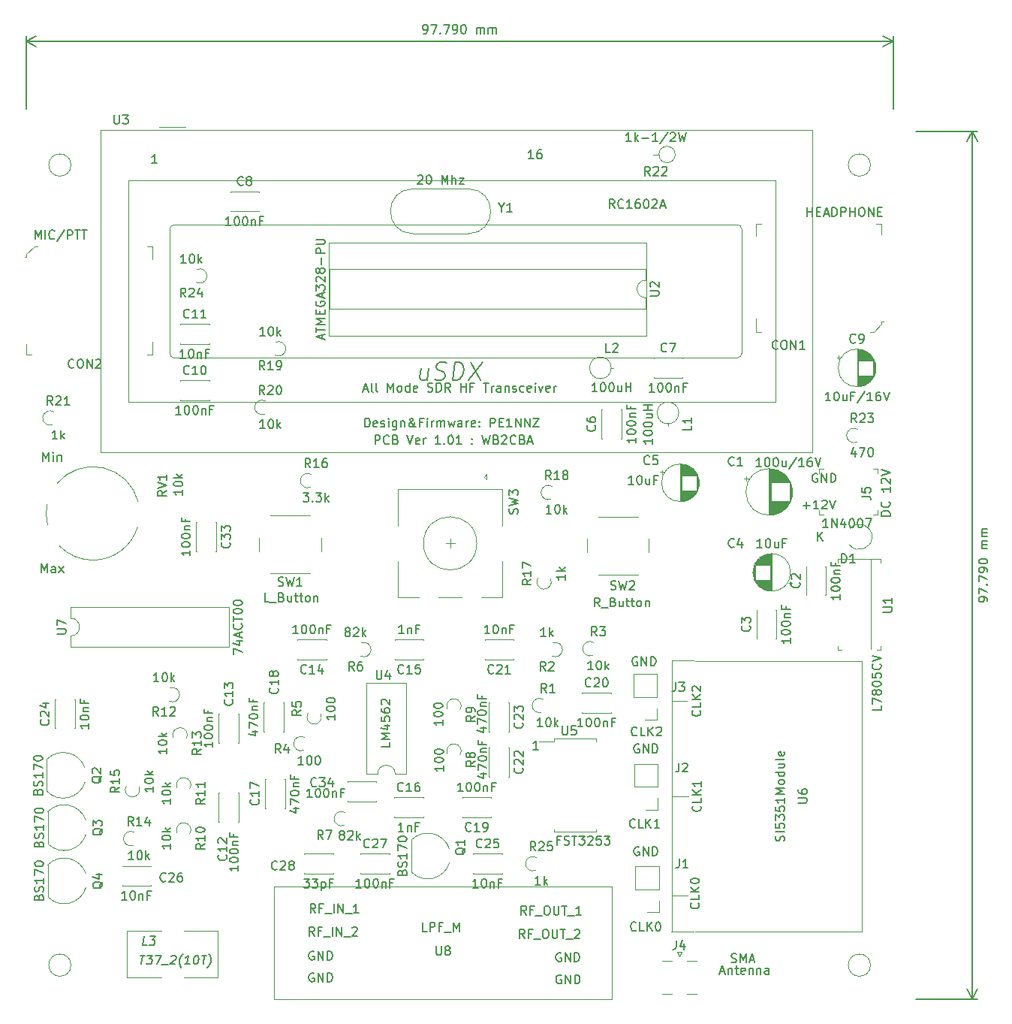
<source format=gto>
G04 #@! TF.GenerationSoftware,KiCad,Pcbnew,(5.1.5)-3*
G04 #@! TF.CreationDate,2020-06-06T12:22:37-04:00*
G04 #@! TF.ProjectId,SDR_SSB,5344525f-5353-4422-9e6b-696361645f70,rev?*
G04 #@! TF.SameCoordinates,Original*
G04 #@! TF.FileFunction,Legend,Top*
G04 #@! TF.FilePolarity,Positive*
%FSLAX46Y46*%
G04 Gerber Fmt 4.6, Leading zero omitted, Abs format (unit mm)*
G04 Created by KiCad (PCBNEW (5.1.5)-3) date 2020-06-06 12:22:37*
%MOMM*%
%LPD*%
G04 APERTURE LIST*
%ADD10C,0.150000*%
%ADD11C,0.120000*%
%ADD12C,0.100000*%
G04 APERTURE END LIST*
D10*
X94459523Y237277619D02*
X94459523Y238277619D01*
X94792857Y237563333D01*
X95126190Y238277619D01*
X95126190Y237277619D01*
X96030952Y237277619D02*
X96030952Y237801428D01*
X95983333Y237896666D01*
X95888095Y237944285D01*
X95697619Y237944285D01*
X95602380Y237896666D01*
X96030952Y237325238D02*
X95935714Y237277619D01*
X95697619Y237277619D01*
X95602380Y237325238D01*
X95554761Y237420476D01*
X95554761Y237515714D01*
X95602380Y237610952D01*
X95697619Y237658571D01*
X95935714Y237658571D01*
X96030952Y237706190D01*
X96411904Y237277619D02*
X96935714Y237944285D01*
X96411904Y237944285D02*
X96935714Y237277619D01*
X94626190Y249857619D02*
X94626190Y250857619D01*
X94959523Y250143333D01*
X95292857Y250857619D01*
X95292857Y249857619D01*
X95769047Y249857619D02*
X95769047Y250524285D01*
X95769047Y250857619D02*
X95721428Y250810000D01*
X95769047Y250762380D01*
X95816666Y250810000D01*
X95769047Y250857619D01*
X95769047Y250762380D01*
X96245238Y250524285D02*
X96245238Y249857619D01*
X96245238Y250429047D02*
X96292857Y250476666D01*
X96388095Y250524285D01*
X96530952Y250524285D01*
X96626190Y250476666D01*
X96673809Y250381428D01*
X96673809Y249857619D01*
X149939523Y283927619D02*
X149368095Y283927619D01*
X149653809Y283927619D02*
X149653809Y284927619D01*
X149558571Y284784761D01*
X149463333Y284689523D01*
X149368095Y284641904D01*
X150796666Y284927619D02*
X150606190Y284927619D01*
X150510952Y284880000D01*
X150463333Y284832380D01*
X150368095Y284689523D01*
X150320476Y284499047D01*
X150320476Y284118095D01*
X150368095Y284022857D01*
X150415714Y283975238D01*
X150510952Y283927619D01*
X150701428Y283927619D01*
X150796666Y283975238D01*
X150844285Y284022857D01*
X150891904Y284118095D01*
X150891904Y284356190D01*
X150844285Y284451428D01*
X150796666Y284499047D01*
X150701428Y284546666D01*
X150510952Y284546666D01*
X150415714Y284499047D01*
X150368095Y284451428D01*
X150320476Y284356190D01*
X107485714Y283427619D02*
X106914285Y283427619D01*
X107200000Y283427619D02*
X107200000Y284427619D01*
X107104761Y284284761D01*
X107009523Y284189523D01*
X106914285Y284141904D01*
X161838095Y206320000D02*
X161742857Y206367619D01*
X161600000Y206367619D01*
X161457142Y206320000D01*
X161361904Y206224761D01*
X161314285Y206129523D01*
X161266666Y205939047D01*
X161266666Y205796190D01*
X161314285Y205605714D01*
X161361904Y205510476D01*
X161457142Y205415238D01*
X161600000Y205367619D01*
X161695238Y205367619D01*
X161838095Y205415238D01*
X161885714Y205462857D01*
X161885714Y205796190D01*
X161695238Y205796190D01*
X162314285Y205367619D02*
X162314285Y206367619D01*
X162885714Y205367619D01*
X162885714Y206367619D01*
X163361904Y205367619D02*
X163361904Y206367619D01*
X163600000Y206367619D01*
X163742857Y206320000D01*
X163838095Y206224761D01*
X163885714Y206129523D01*
X163933333Y205939047D01*
X163933333Y205796190D01*
X163885714Y205605714D01*
X163838095Y205510476D01*
X163742857Y205415238D01*
X163600000Y205367619D01*
X163361904Y205367619D01*
X161838095Y217900000D02*
X161742857Y217947619D01*
X161600000Y217947619D01*
X161457142Y217900000D01*
X161361904Y217804761D01*
X161314285Y217709523D01*
X161266666Y217519047D01*
X161266666Y217376190D01*
X161314285Y217185714D01*
X161361904Y217090476D01*
X161457142Y216995238D01*
X161600000Y216947619D01*
X161695238Y216947619D01*
X161838095Y216995238D01*
X161885714Y217042857D01*
X161885714Y217376190D01*
X161695238Y217376190D01*
X162314285Y216947619D02*
X162314285Y217947619D01*
X162885714Y216947619D01*
X162885714Y217947619D01*
X163361904Y216947619D02*
X163361904Y217947619D01*
X163600000Y217947619D01*
X163742857Y217900000D01*
X163838095Y217804761D01*
X163885714Y217709523D01*
X163933333Y217519047D01*
X163933333Y217376190D01*
X163885714Y217185714D01*
X163838095Y217090476D01*
X163742857Y216995238D01*
X163600000Y216947619D01*
X163361904Y216947619D01*
X161638095Y227730000D02*
X161542857Y227777619D01*
X161400000Y227777619D01*
X161257142Y227730000D01*
X161161904Y227634761D01*
X161114285Y227539523D01*
X161066666Y227349047D01*
X161066666Y227206190D01*
X161114285Y227015714D01*
X161161904Y226920476D01*
X161257142Y226825238D01*
X161400000Y226777619D01*
X161495238Y226777619D01*
X161638095Y226825238D01*
X161685714Y226872857D01*
X161685714Y227206190D01*
X161495238Y227206190D01*
X162114285Y226777619D02*
X162114285Y227777619D01*
X162685714Y226777619D01*
X162685714Y227777619D01*
X163161904Y226777619D02*
X163161904Y227777619D01*
X163400000Y227777619D01*
X163542857Y227730000D01*
X163638095Y227634761D01*
X163685714Y227539523D01*
X163733333Y227349047D01*
X163733333Y227206190D01*
X163685714Y227015714D01*
X163638095Y226920476D01*
X163542857Y226825238D01*
X163400000Y226777619D01*
X163161904Y226777619D01*
X172234285Y193375238D02*
X172377142Y193327619D01*
X172615238Y193327619D01*
X172710476Y193375238D01*
X172758095Y193422857D01*
X172805714Y193518095D01*
X172805714Y193613333D01*
X172758095Y193708571D01*
X172710476Y193756190D01*
X172615238Y193803809D01*
X172424761Y193851428D01*
X172329523Y193899047D01*
X172281904Y193946666D01*
X172234285Y194041904D01*
X172234285Y194137142D01*
X172281904Y194232380D01*
X172329523Y194280000D01*
X172424761Y194327619D01*
X172662857Y194327619D01*
X172805714Y194280000D01*
X173234285Y193327619D02*
X173234285Y194327619D01*
X173567619Y193613333D01*
X173900952Y194327619D01*
X173900952Y193327619D01*
X174329523Y193613333D02*
X174805714Y193613333D01*
X174234285Y193327619D02*
X174567619Y194327619D01*
X174900952Y193327619D01*
X181938095Y248400000D02*
X181842857Y248447619D01*
X181700000Y248447619D01*
X181557142Y248400000D01*
X181461904Y248304761D01*
X181414285Y248209523D01*
X181366666Y248019047D01*
X181366666Y247876190D01*
X181414285Y247685714D01*
X181461904Y247590476D01*
X181557142Y247495238D01*
X181700000Y247447619D01*
X181795238Y247447619D01*
X181938095Y247495238D01*
X181985714Y247542857D01*
X181985714Y247876190D01*
X181795238Y247876190D01*
X182414285Y247447619D02*
X182414285Y248447619D01*
X182985714Y247447619D01*
X182985714Y248447619D01*
X183461904Y247447619D02*
X183461904Y248447619D01*
X183700000Y248447619D01*
X183842857Y248400000D01*
X183938095Y248304761D01*
X183985714Y248209523D01*
X184033333Y248019047D01*
X184033333Y247876190D01*
X183985714Y247685714D01*
X183938095Y247590476D01*
X183842857Y247495238D01*
X183700000Y247447619D01*
X183461904Y247447619D01*
X180338095Y244828571D02*
X181100000Y244828571D01*
X180719047Y244447619D02*
X180719047Y245209523D01*
X182100000Y244447619D02*
X181528571Y244447619D01*
X181814285Y244447619D02*
X181814285Y245447619D01*
X181719047Y245304761D01*
X181623809Y245209523D01*
X181528571Y245161904D01*
X182480952Y245352380D02*
X182528571Y245400000D01*
X182623809Y245447619D01*
X182861904Y245447619D01*
X182957142Y245400000D01*
X183004761Y245352380D01*
X183052380Y245257142D01*
X183052380Y245161904D01*
X183004761Y245019047D01*
X182433333Y244447619D01*
X183052380Y244447619D01*
X183338095Y245447619D02*
X183671428Y244447619D01*
X184004761Y245447619D01*
X150485714Y217347619D02*
X149914285Y217347619D01*
X150200000Y217347619D02*
X150200000Y218347619D01*
X150104761Y218204761D01*
X150009523Y218109523D01*
X149914285Y218061904D01*
X132066666Y251747619D02*
X132066666Y252747619D01*
X132447619Y252747619D01*
X132542857Y252700000D01*
X132590476Y252652380D01*
X132638095Y252557142D01*
X132638095Y252414285D01*
X132590476Y252319047D01*
X132542857Y252271428D01*
X132447619Y252223809D01*
X132066666Y252223809D01*
X133638095Y251842857D02*
X133590476Y251795238D01*
X133447619Y251747619D01*
X133352380Y251747619D01*
X133209523Y251795238D01*
X133114285Y251890476D01*
X133066666Y251985714D01*
X133019047Y252176190D01*
X133019047Y252319047D01*
X133066666Y252509523D01*
X133114285Y252604761D01*
X133209523Y252700000D01*
X133352380Y252747619D01*
X133447619Y252747619D01*
X133590476Y252700000D01*
X133638095Y252652380D01*
X134400000Y252271428D02*
X134542857Y252223809D01*
X134590476Y252176190D01*
X134638095Y252080952D01*
X134638095Y251938095D01*
X134590476Y251842857D01*
X134542857Y251795238D01*
X134447619Y251747619D01*
X134066666Y251747619D01*
X134066666Y252747619D01*
X134400000Y252747619D01*
X134495238Y252700000D01*
X134542857Y252652380D01*
X134590476Y252557142D01*
X134590476Y252461904D01*
X134542857Y252366666D01*
X134495238Y252319047D01*
X134400000Y252271428D01*
X134066666Y252271428D01*
X135685714Y252747619D02*
X136019047Y251747619D01*
X136352380Y252747619D01*
X137066666Y251795238D02*
X136971428Y251747619D01*
X136780952Y251747619D01*
X136685714Y251795238D01*
X136638095Y251890476D01*
X136638095Y252271428D01*
X136685714Y252366666D01*
X136780952Y252414285D01*
X136971428Y252414285D01*
X137066666Y252366666D01*
X137114285Y252271428D01*
X137114285Y252176190D01*
X136638095Y252080952D01*
X137542857Y251747619D02*
X137542857Y252414285D01*
X137542857Y252223809D02*
X137590476Y252319047D01*
X137638095Y252366666D01*
X137733333Y252414285D01*
X137828571Y252414285D01*
X139447619Y251747619D02*
X138876190Y251747619D01*
X139161904Y251747619D02*
X139161904Y252747619D01*
X139066666Y252604761D01*
X138971428Y252509523D01*
X138876190Y252461904D01*
X139876190Y251842857D02*
X139923809Y251795238D01*
X139876190Y251747619D01*
X139828571Y251795238D01*
X139876190Y251842857D01*
X139876190Y251747619D01*
X140542857Y252747619D02*
X140638095Y252747619D01*
X140733333Y252700000D01*
X140780952Y252652380D01*
X140828571Y252557142D01*
X140876190Y252366666D01*
X140876190Y252128571D01*
X140828571Y251938095D01*
X140780952Y251842857D01*
X140733333Y251795238D01*
X140638095Y251747619D01*
X140542857Y251747619D01*
X140447619Y251795238D01*
X140400000Y251842857D01*
X140352380Y251938095D01*
X140304761Y252128571D01*
X140304761Y252366666D01*
X140352380Y252557142D01*
X140400000Y252652380D01*
X140447619Y252700000D01*
X140542857Y252747619D01*
X141828571Y251747619D02*
X141257142Y251747619D01*
X141542857Y251747619D02*
X141542857Y252747619D01*
X141447619Y252604761D01*
X141352380Y252509523D01*
X141257142Y252461904D01*
X143019047Y251842857D02*
X143066666Y251795238D01*
X143019047Y251747619D01*
X142971428Y251795238D01*
X143019047Y251842857D01*
X143019047Y251747619D01*
X143019047Y252366666D02*
X143066666Y252319047D01*
X143019047Y252271428D01*
X142971428Y252319047D01*
X143019047Y252366666D01*
X143019047Y252271428D01*
X144161904Y252747619D02*
X144400000Y251747619D01*
X144590476Y252461904D01*
X144780952Y251747619D01*
X145019047Y252747619D01*
X145733333Y252271428D02*
X145876190Y252223809D01*
X145923809Y252176190D01*
X145971428Y252080952D01*
X145971428Y251938095D01*
X145923809Y251842857D01*
X145876190Y251795238D01*
X145780952Y251747619D01*
X145400000Y251747619D01*
X145400000Y252747619D01*
X145733333Y252747619D01*
X145828571Y252700000D01*
X145876190Y252652380D01*
X145923809Y252557142D01*
X145923809Y252461904D01*
X145876190Y252366666D01*
X145828571Y252319047D01*
X145733333Y252271428D01*
X145400000Y252271428D01*
X146352380Y252652380D02*
X146400000Y252700000D01*
X146495238Y252747619D01*
X146733333Y252747619D01*
X146828571Y252700000D01*
X146876190Y252652380D01*
X146923809Y252557142D01*
X146923809Y252461904D01*
X146876190Y252319047D01*
X146304761Y251747619D01*
X146923809Y251747619D01*
X147923809Y251842857D02*
X147876190Y251795238D01*
X147733333Y251747619D01*
X147638095Y251747619D01*
X147495238Y251795238D01*
X147400000Y251890476D01*
X147352380Y251985714D01*
X147304761Y252176190D01*
X147304761Y252319047D01*
X147352380Y252509523D01*
X147400000Y252604761D01*
X147495238Y252700000D01*
X147638095Y252747619D01*
X147733333Y252747619D01*
X147876190Y252700000D01*
X147923809Y252652380D01*
X148685714Y252271428D02*
X148828571Y252223809D01*
X148876190Y252176190D01*
X148923809Y252080952D01*
X148923809Y251938095D01*
X148876190Y251842857D01*
X148828571Y251795238D01*
X148733333Y251747619D01*
X148352380Y251747619D01*
X148352380Y252747619D01*
X148685714Y252747619D01*
X148780952Y252700000D01*
X148828571Y252652380D01*
X148876190Y252557142D01*
X148876190Y252461904D01*
X148828571Y252366666D01*
X148780952Y252319047D01*
X148685714Y252271428D01*
X148352380Y252271428D01*
X149304761Y252033333D02*
X149780952Y252033333D01*
X149209523Y251747619D02*
X149542857Y252747619D01*
X149876190Y251747619D01*
X130924285Y253687619D02*
X130924285Y254687619D01*
X131162380Y254687619D01*
X131305238Y254640000D01*
X131400476Y254544761D01*
X131448095Y254449523D01*
X131495714Y254259047D01*
X131495714Y254116190D01*
X131448095Y253925714D01*
X131400476Y253830476D01*
X131305238Y253735238D01*
X131162380Y253687619D01*
X130924285Y253687619D01*
X132305238Y253735238D02*
X132210000Y253687619D01*
X132019523Y253687619D01*
X131924285Y253735238D01*
X131876666Y253830476D01*
X131876666Y254211428D01*
X131924285Y254306666D01*
X132019523Y254354285D01*
X132210000Y254354285D01*
X132305238Y254306666D01*
X132352857Y254211428D01*
X132352857Y254116190D01*
X131876666Y254020952D01*
X132733809Y253735238D02*
X132829047Y253687619D01*
X133019523Y253687619D01*
X133114761Y253735238D01*
X133162380Y253830476D01*
X133162380Y253878095D01*
X133114761Y253973333D01*
X133019523Y254020952D01*
X132876666Y254020952D01*
X132781428Y254068571D01*
X132733809Y254163809D01*
X132733809Y254211428D01*
X132781428Y254306666D01*
X132876666Y254354285D01*
X133019523Y254354285D01*
X133114761Y254306666D01*
X133590952Y253687619D02*
X133590952Y254354285D01*
X133590952Y254687619D02*
X133543333Y254640000D01*
X133590952Y254592380D01*
X133638571Y254640000D01*
X133590952Y254687619D01*
X133590952Y254592380D01*
X134495714Y254354285D02*
X134495714Y253544761D01*
X134448095Y253449523D01*
X134400476Y253401904D01*
X134305238Y253354285D01*
X134162380Y253354285D01*
X134067142Y253401904D01*
X134495714Y253735238D02*
X134400476Y253687619D01*
X134210000Y253687619D01*
X134114761Y253735238D01*
X134067142Y253782857D01*
X134019523Y253878095D01*
X134019523Y254163809D01*
X134067142Y254259047D01*
X134114761Y254306666D01*
X134210000Y254354285D01*
X134400476Y254354285D01*
X134495714Y254306666D01*
X134971904Y254354285D02*
X134971904Y253687619D01*
X134971904Y254259047D02*
X135019523Y254306666D01*
X135114761Y254354285D01*
X135257619Y254354285D01*
X135352857Y254306666D01*
X135400476Y254211428D01*
X135400476Y253687619D01*
X136686190Y253687619D02*
X136638571Y253687619D01*
X136543333Y253735238D01*
X136400476Y253878095D01*
X136162380Y254163809D01*
X136067142Y254306666D01*
X136019523Y254449523D01*
X136019523Y254544761D01*
X136067142Y254640000D01*
X136162380Y254687619D01*
X136210000Y254687619D01*
X136305238Y254640000D01*
X136352857Y254544761D01*
X136352857Y254497142D01*
X136305238Y254401904D01*
X136257619Y254354285D01*
X135971904Y254163809D01*
X135924285Y254116190D01*
X135876666Y254020952D01*
X135876666Y253878095D01*
X135924285Y253782857D01*
X135971904Y253735238D01*
X136067142Y253687619D01*
X136210000Y253687619D01*
X136305238Y253735238D01*
X136352857Y253782857D01*
X136495714Y253973333D01*
X136543333Y254116190D01*
X136543333Y254211428D01*
X137448095Y254211428D02*
X137114761Y254211428D01*
X137114761Y253687619D02*
X137114761Y254687619D01*
X137590952Y254687619D01*
X137971904Y253687619D02*
X137971904Y254354285D01*
X137971904Y254687619D02*
X137924285Y254640000D01*
X137971904Y254592380D01*
X138019523Y254640000D01*
X137971904Y254687619D01*
X137971904Y254592380D01*
X138448095Y253687619D02*
X138448095Y254354285D01*
X138448095Y254163809D02*
X138495714Y254259047D01*
X138543333Y254306666D01*
X138638571Y254354285D01*
X138733809Y254354285D01*
X139067142Y253687619D02*
X139067142Y254354285D01*
X139067142Y254259047D02*
X139114761Y254306666D01*
X139210000Y254354285D01*
X139352857Y254354285D01*
X139448095Y254306666D01*
X139495714Y254211428D01*
X139495714Y253687619D01*
X139495714Y254211428D02*
X139543333Y254306666D01*
X139638571Y254354285D01*
X139781428Y254354285D01*
X139876666Y254306666D01*
X139924285Y254211428D01*
X139924285Y253687619D01*
X140305238Y254354285D02*
X140495714Y253687619D01*
X140686190Y254163809D01*
X140876666Y253687619D01*
X141067142Y254354285D01*
X141876666Y253687619D02*
X141876666Y254211428D01*
X141829047Y254306666D01*
X141733809Y254354285D01*
X141543333Y254354285D01*
X141448095Y254306666D01*
X141876666Y253735238D02*
X141781428Y253687619D01*
X141543333Y253687619D01*
X141448095Y253735238D01*
X141400476Y253830476D01*
X141400476Y253925714D01*
X141448095Y254020952D01*
X141543333Y254068571D01*
X141781428Y254068571D01*
X141876666Y254116190D01*
X142352857Y253687619D02*
X142352857Y254354285D01*
X142352857Y254163809D02*
X142400476Y254259047D01*
X142448095Y254306666D01*
X142543333Y254354285D01*
X142638571Y254354285D01*
X143352857Y253735238D02*
X143257619Y253687619D01*
X143067142Y253687619D01*
X142971904Y253735238D01*
X142924285Y253830476D01*
X142924285Y254211428D01*
X142971904Y254306666D01*
X143067142Y254354285D01*
X143257619Y254354285D01*
X143352857Y254306666D01*
X143400476Y254211428D01*
X143400476Y254116190D01*
X142924285Y254020952D01*
X143829047Y253782857D02*
X143876666Y253735238D01*
X143829047Y253687619D01*
X143781428Y253735238D01*
X143829047Y253782857D01*
X143829047Y253687619D01*
X143829047Y254306666D02*
X143876666Y254259047D01*
X143829047Y254211428D01*
X143781428Y254259047D01*
X143829047Y254306666D01*
X143829047Y254211428D01*
X145067142Y253687619D02*
X145067142Y254687619D01*
X145448095Y254687619D01*
X145543333Y254640000D01*
X145590952Y254592380D01*
X145638571Y254497142D01*
X145638571Y254354285D01*
X145590952Y254259047D01*
X145543333Y254211428D01*
X145448095Y254163809D01*
X145067142Y254163809D01*
X146067142Y254211428D02*
X146400476Y254211428D01*
X146543333Y253687619D02*
X146067142Y253687619D01*
X146067142Y254687619D01*
X146543333Y254687619D01*
X147495714Y253687619D02*
X146924285Y253687619D01*
X147210000Y253687619D02*
X147210000Y254687619D01*
X147114761Y254544761D01*
X147019523Y254449523D01*
X146924285Y254401904D01*
X147924285Y253687619D02*
X147924285Y254687619D01*
X148495714Y253687619D01*
X148495714Y254687619D01*
X148971904Y253687619D02*
X148971904Y254687619D01*
X149543333Y253687619D01*
X149543333Y254687619D01*
X149924285Y254687619D02*
X150590952Y254687619D01*
X149924285Y253687619D01*
X150590952Y253687619D01*
X130766666Y257933333D02*
X131242857Y257933333D01*
X130671428Y257647619D02*
X131004761Y258647619D01*
X131338095Y257647619D01*
X131814285Y257647619D02*
X131719047Y257695238D01*
X131671428Y257790476D01*
X131671428Y258647619D01*
X132338095Y257647619D02*
X132242857Y257695238D01*
X132195238Y257790476D01*
X132195238Y258647619D01*
X133480952Y257647619D02*
X133480952Y258647619D01*
X133814285Y257933333D01*
X134147619Y258647619D01*
X134147619Y257647619D01*
X134766666Y257647619D02*
X134671428Y257695238D01*
X134623809Y257742857D01*
X134576190Y257838095D01*
X134576190Y258123809D01*
X134623809Y258219047D01*
X134671428Y258266666D01*
X134766666Y258314285D01*
X134909523Y258314285D01*
X135004761Y258266666D01*
X135052380Y258219047D01*
X135100000Y258123809D01*
X135100000Y257838095D01*
X135052380Y257742857D01*
X135004761Y257695238D01*
X134909523Y257647619D01*
X134766666Y257647619D01*
X135957142Y257647619D02*
X135957142Y258647619D01*
X135957142Y257695238D02*
X135861904Y257647619D01*
X135671428Y257647619D01*
X135576190Y257695238D01*
X135528571Y257742857D01*
X135480952Y257838095D01*
X135480952Y258123809D01*
X135528571Y258219047D01*
X135576190Y258266666D01*
X135671428Y258314285D01*
X135861904Y258314285D01*
X135957142Y258266666D01*
X136814285Y257695238D02*
X136719047Y257647619D01*
X136528571Y257647619D01*
X136433333Y257695238D01*
X136385714Y257790476D01*
X136385714Y258171428D01*
X136433333Y258266666D01*
X136528571Y258314285D01*
X136719047Y258314285D01*
X136814285Y258266666D01*
X136861904Y258171428D01*
X136861904Y258076190D01*
X136385714Y257980952D01*
X138004761Y257695238D02*
X138147619Y257647619D01*
X138385714Y257647619D01*
X138480952Y257695238D01*
X138528571Y257742857D01*
X138576190Y257838095D01*
X138576190Y257933333D01*
X138528571Y258028571D01*
X138480952Y258076190D01*
X138385714Y258123809D01*
X138195238Y258171428D01*
X138100000Y258219047D01*
X138052380Y258266666D01*
X138004761Y258361904D01*
X138004761Y258457142D01*
X138052380Y258552380D01*
X138100000Y258600000D01*
X138195238Y258647619D01*
X138433333Y258647619D01*
X138576190Y258600000D01*
X139004761Y257647619D02*
X139004761Y258647619D01*
X139242857Y258647619D01*
X139385714Y258600000D01*
X139480952Y258504761D01*
X139528571Y258409523D01*
X139576190Y258219047D01*
X139576190Y258076190D01*
X139528571Y257885714D01*
X139480952Y257790476D01*
X139385714Y257695238D01*
X139242857Y257647619D01*
X139004761Y257647619D01*
X140576190Y257647619D02*
X140242857Y258123809D01*
X140004761Y257647619D02*
X140004761Y258647619D01*
X140385714Y258647619D01*
X140480952Y258600000D01*
X140528571Y258552380D01*
X140576190Y258457142D01*
X140576190Y258314285D01*
X140528571Y258219047D01*
X140480952Y258171428D01*
X140385714Y258123809D01*
X140004761Y258123809D01*
X141766666Y257647619D02*
X141766666Y258647619D01*
X141766666Y258171428D02*
X142338095Y258171428D01*
X142338095Y257647619D02*
X142338095Y258647619D01*
X143147619Y258171428D02*
X142814285Y258171428D01*
X142814285Y257647619D02*
X142814285Y258647619D01*
X143290476Y258647619D01*
X144290476Y258647619D02*
X144861904Y258647619D01*
X144576190Y257647619D02*
X144576190Y258647619D01*
X145195238Y257647619D02*
X145195238Y258314285D01*
X145195238Y258123809D02*
X145242857Y258219047D01*
X145290476Y258266666D01*
X145385714Y258314285D01*
X145480952Y258314285D01*
X146242857Y257647619D02*
X146242857Y258171428D01*
X146195238Y258266666D01*
X146100000Y258314285D01*
X145909523Y258314285D01*
X145814285Y258266666D01*
X146242857Y257695238D02*
X146147619Y257647619D01*
X145909523Y257647619D01*
X145814285Y257695238D01*
X145766666Y257790476D01*
X145766666Y257885714D01*
X145814285Y257980952D01*
X145909523Y258028571D01*
X146147619Y258028571D01*
X146242857Y258076190D01*
X146719047Y258314285D02*
X146719047Y257647619D01*
X146719047Y258219047D02*
X146766666Y258266666D01*
X146861904Y258314285D01*
X147004761Y258314285D01*
X147100000Y258266666D01*
X147147619Y258171428D01*
X147147619Y257647619D01*
X147576190Y257695238D02*
X147671428Y257647619D01*
X147861904Y257647619D01*
X147957142Y257695238D01*
X148004761Y257790476D01*
X148004761Y257838095D01*
X147957142Y257933333D01*
X147861904Y257980952D01*
X147719047Y257980952D01*
X147623809Y258028571D01*
X147576190Y258123809D01*
X147576190Y258171428D01*
X147623809Y258266666D01*
X147719047Y258314285D01*
X147861904Y258314285D01*
X147957142Y258266666D01*
X148861904Y257695238D02*
X148766666Y257647619D01*
X148576190Y257647619D01*
X148480952Y257695238D01*
X148433333Y257742857D01*
X148385714Y257838095D01*
X148385714Y258123809D01*
X148433333Y258219047D01*
X148480952Y258266666D01*
X148576190Y258314285D01*
X148766666Y258314285D01*
X148861904Y258266666D01*
X149671428Y257695238D02*
X149576190Y257647619D01*
X149385714Y257647619D01*
X149290476Y257695238D01*
X149242857Y257790476D01*
X149242857Y258171428D01*
X149290476Y258266666D01*
X149385714Y258314285D01*
X149576190Y258314285D01*
X149671428Y258266666D01*
X149719047Y258171428D01*
X149719047Y258076190D01*
X149242857Y257980952D01*
X150147619Y257647619D02*
X150147619Y258314285D01*
X150147619Y258647619D02*
X150100000Y258600000D01*
X150147619Y258552380D01*
X150195238Y258600000D01*
X150147619Y258647619D01*
X150147619Y258552380D01*
X150528571Y258314285D02*
X150766666Y257647619D01*
X151004761Y258314285D01*
X151766666Y257695238D02*
X151671428Y257647619D01*
X151480952Y257647619D01*
X151385714Y257695238D01*
X151338095Y257790476D01*
X151338095Y258171428D01*
X151385714Y258266666D01*
X151480952Y258314285D01*
X151671428Y258314285D01*
X151766666Y258266666D01*
X151814285Y258171428D01*
X151814285Y258076190D01*
X151338095Y257980952D01*
X152242857Y257647619D02*
X152242857Y258314285D01*
X152242857Y258123809D02*
X152290476Y258219047D01*
X152338095Y258266666D01*
X152433333Y258314285D01*
X152528571Y258314285D01*
X138102693Y260328571D02*
X137936026Y258995238D01*
X137245550Y260328571D02*
X137114598Y259280952D01*
X137186026Y259090476D01*
X137364598Y258995238D01*
X137650312Y258995238D01*
X137852693Y259090476D01*
X137959836Y259185714D01*
X138805074Y259090476D02*
X139078883Y258995238D01*
X139555074Y258995238D01*
X139757455Y259090476D01*
X139864598Y259185714D01*
X139983645Y259376190D01*
X140007455Y259566666D01*
X139936026Y259757142D01*
X139852693Y259852380D01*
X139674122Y259947619D01*
X139305074Y260042857D01*
X139126502Y260138095D01*
X139043169Y260233333D01*
X138971741Y260423809D01*
X138995550Y260614285D01*
X139114598Y260804761D01*
X139221741Y260900000D01*
X139424122Y260995238D01*
X139900312Y260995238D01*
X140174122Y260900000D01*
X140793169Y258995238D02*
X141043169Y260995238D01*
X141519360Y260995238D01*
X141793169Y260900000D01*
X141959836Y260709523D01*
X142031264Y260519047D01*
X142078883Y260138095D01*
X142043169Y259852380D01*
X141900312Y259471428D01*
X141781264Y259280952D01*
X141566979Y259090476D01*
X141269360Y258995238D01*
X140793169Y258995238D01*
X142852693Y260995238D02*
X143936026Y258995238D01*
X144186026Y260995238D02*
X142602693Y258995238D01*
X137557380Y298027619D02*
X137747857Y298027619D01*
X137843095Y298075238D01*
X137890714Y298122857D01*
X137985952Y298265714D01*
X138033571Y298456190D01*
X138033571Y298837142D01*
X137985952Y298932380D01*
X137938333Y298980000D01*
X137843095Y299027619D01*
X137652619Y299027619D01*
X137557380Y298980000D01*
X137509761Y298932380D01*
X137462142Y298837142D01*
X137462142Y298599047D01*
X137509761Y298503809D01*
X137557380Y298456190D01*
X137652619Y298408571D01*
X137843095Y298408571D01*
X137938333Y298456190D01*
X137985952Y298503809D01*
X138033571Y298599047D01*
X138366904Y299027619D02*
X139033571Y299027619D01*
X138605000Y298027619D01*
X139414523Y298122857D02*
X139462142Y298075238D01*
X139414523Y298027619D01*
X139366904Y298075238D01*
X139414523Y298122857D01*
X139414523Y298027619D01*
X139795476Y299027619D02*
X140462142Y299027619D01*
X140033571Y298027619D01*
X140890714Y298027619D02*
X141081190Y298027619D01*
X141176428Y298075238D01*
X141224047Y298122857D01*
X141319285Y298265714D01*
X141366904Y298456190D01*
X141366904Y298837142D01*
X141319285Y298932380D01*
X141271666Y298980000D01*
X141176428Y299027619D01*
X140985952Y299027619D01*
X140890714Y298980000D01*
X140843095Y298932380D01*
X140795476Y298837142D01*
X140795476Y298599047D01*
X140843095Y298503809D01*
X140890714Y298456190D01*
X140985952Y298408571D01*
X141176428Y298408571D01*
X141271666Y298456190D01*
X141319285Y298503809D01*
X141366904Y298599047D01*
X141985952Y299027619D02*
X142081190Y299027619D01*
X142176428Y298980000D01*
X142224047Y298932380D01*
X142271666Y298837142D01*
X142319285Y298646666D01*
X142319285Y298408571D01*
X142271666Y298218095D01*
X142224047Y298122857D01*
X142176428Y298075238D01*
X142081190Y298027619D01*
X141985952Y298027619D01*
X141890714Y298075238D01*
X141843095Y298122857D01*
X141795476Y298218095D01*
X141747857Y298408571D01*
X141747857Y298646666D01*
X141795476Y298837142D01*
X141843095Y298932380D01*
X141890714Y298980000D01*
X141985952Y299027619D01*
X143509761Y298027619D02*
X143509761Y298694285D01*
X143509761Y298599047D02*
X143557380Y298646666D01*
X143652619Y298694285D01*
X143795476Y298694285D01*
X143890714Y298646666D01*
X143938333Y298551428D01*
X143938333Y298027619D01*
X143938333Y298551428D02*
X143985952Y298646666D01*
X144081190Y298694285D01*
X144224047Y298694285D01*
X144319285Y298646666D01*
X144366904Y298551428D01*
X144366904Y298027619D01*
X144843095Y298027619D02*
X144843095Y298694285D01*
X144843095Y298599047D02*
X144890714Y298646666D01*
X144985952Y298694285D01*
X145128809Y298694285D01*
X145224047Y298646666D01*
X145271666Y298551428D01*
X145271666Y298027619D01*
X145271666Y298551428D02*
X145319285Y298646666D01*
X145414523Y298694285D01*
X145557380Y298694285D01*
X145652619Y298646666D01*
X145700238Y298551428D01*
X145700238Y298027619D01*
X92710000Y297180000D02*
X190500000Y297180000D01*
X92710000Y289560000D02*
X92710000Y297766421D01*
X190500000Y289560000D02*
X190500000Y297766421D01*
X190500000Y297180000D02*
X189373496Y296593579D01*
X190500000Y297180000D02*
X189373496Y297766421D01*
X92710000Y297180000D02*
X93836504Y296593579D01*
X92710000Y297180000D02*
X93836504Y297766421D01*
X201142380Y234077380D02*
X201142380Y234267857D01*
X201094761Y234363095D01*
X201047142Y234410714D01*
X200904285Y234505952D01*
X200713809Y234553571D01*
X200332857Y234553571D01*
X200237619Y234505952D01*
X200190000Y234458333D01*
X200142380Y234363095D01*
X200142380Y234172619D01*
X200190000Y234077380D01*
X200237619Y234029761D01*
X200332857Y233982142D01*
X200570952Y233982142D01*
X200666190Y234029761D01*
X200713809Y234077380D01*
X200761428Y234172619D01*
X200761428Y234363095D01*
X200713809Y234458333D01*
X200666190Y234505952D01*
X200570952Y234553571D01*
X200142380Y234886904D02*
X200142380Y235553571D01*
X201142380Y235125000D01*
X201047142Y235934523D02*
X201094761Y235982142D01*
X201142380Y235934523D01*
X201094761Y235886904D01*
X201047142Y235934523D01*
X201142380Y235934523D01*
X200142380Y236315476D02*
X200142380Y236982142D01*
X201142380Y236553571D01*
X201142380Y237410714D02*
X201142380Y237601190D01*
X201094761Y237696428D01*
X201047142Y237744047D01*
X200904285Y237839285D01*
X200713809Y237886904D01*
X200332857Y237886904D01*
X200237619Y237839285D01*
X200190000Y237791666D01*
X200142380Y237696428D01*
X200142380Y237505952D01*
X200190000Y237410714D01*
X200237619Y237363095D01*
X200332857Y237315476D01*
X200570952Y237315476D01*
X200666190Y237363095D01*
X200713809Y237410714D01*
X200761428Y237505952D01*
X200761428Y237696428D01*
X200713809Y237791666D01*
X200666190Y237839285D01*
X200570952Y237886904D01*
X200142380Y238505952D02*
X200142380Y238601190D01*
X200190000Y238696428D01*
X200237619Y238744047D01*
X200332857Y238791666D01*
X200523333Y238839285D01*
X200761428Y238839285D01*
X200951904Y238791666D01*
X201047142Y238744047D01*
X201094761Y238696428D01*
X201142380Y238601190D01*
X201142380Y238505952D01*
X201094761Y238410714D01*
X201047142Y238363095D01*
X200951904Y238315476D01*
X200761428Y238267857D01*
X200523333Y238267857D01*
X200332857Y238315476D01*
X200237619Y238363095D01*
X200190000Y238410714D01*
X200142380Y238505952D01*
X201142380Y240029761D02*
X200475714Y240029761D01*
X200570952Y240029761D02*
X200523333Y240077380D01*
X200475714Y240172619D01*
X200475714Y240315476D01*
X200523333Y240410714D01*
X200618571Y240458333D01*
X201142380Y240458333D01*
X200618571Y240458333D02*
X200523333Y240505952D01*
X200475714Y240601190D01*
X200475714Y240744047D01*
X200523333Y240839285D01*
X200618571Y240886904D01*
X201142380Y240886904D01*
X201142380Y241363095D02*
X200475714Y241363095D01*
X200570952Y241363095D02*
X200523333Y241410714D01*
X200475714Y241505952D01*
X200475714Y241648809D01*
X200523333Y241744047D01*
X200618571Y241791666D01*
X201142380Y241791666D01*
X200618571Y241791666D02*
X200523333Y241839285D01*
X200475714Y241934523D01*
X200475714Y242077380D01*
X200523333Y242172619D01*
X200618571Y242220238D01*
X201142380Y242220238D01*
X199390000Y189230000D02*
X199390000Y287020000D01*
X193040000Y189230000D02*
X199976421Y189230000D01*
X193040000Y287020000D02*
X199976421Y287020000D01*
X199390000Y287020000D02*
X199976421Y285893496D01*
X199390000Y287020000D02*
X198803579Y285893496D01*
X199390000Y189230000D02*
X199976421Y190356504D01*
X199390000Y189230000D02*
X198803579Y190356504D01*
D11*
X143540000Y240570000D02*
G75*
G03X143540000Y240570000I-3000000J0D01*
G01*
X146440000Y238570000D02*
X146440000Y234470000D01*
X134640000Y234470000D02*
X134640000Y238570000D01*
X134640000Y242570000D02*
X134640000Y246670000D01*
X146440000Y242570000D02*
X146440000Y246670000D01*
X146440000Y246670000D02*
X134640000Y246670000D01*
X144340000Y248070000D02*
X144640000Y248370000D01*
X144640000Y248370000D02*
X144640000Y247770000D01*
X144640000Y247770000D02*
X144340000Y248070000D01*
X146440000Y234470000D02*
X144040000Y234470000D01*
X141840000Y234470000D02*
X139240000Y234470000D01*
X137040000Y234470000D02*
X134640000Y234470000D01*
X141040000Y240570000D02*
X140040000Y240570000D01*
X140540000Y241070000D02*
X140540000Y240070000D01*
X95172316Y206721555D02*
G75*
G03X99450000Y207750000I1827684J1808445D01*
G01*
X95157844Y210341453D02*
G75*
G02X99450000Y209350000I1842156J-1811453D01*
G01*
X95150000Y210330000D02*
X95150000Y206730000D01*
X152215000Y218280000D02*
X150550000Y218280000D01*
X152215000Y218560000D02*
X152215000Y218280000D01*
X154600000Y218560000D02*
X152215000Y218560000D01*
X156985000Y218560000D02*
X156985000Y218280000D01*
X154600000Y218560000D02*
X156985000Y218560000D01*
X152215000Y208040000D02*
X152215000Y208320000D01*
X154600000Y208040000D02*
X152215000Y208040000D01*
X156985000Y208040000D02*
X156985000Y208320000D01*
X154600000Y208040000D02*
X156985000Y208040000D01*
X97771000Y193040000D02*
G75*
G03X97771000Y193040000I-1251000J0D01*
G01*
X187941000Y193040000D02*
G75*
G03X187941000Y193040000I-1251000J0D01*
G01*
X97771000Y283210000D02*
G75*
G03X97771000Y283210000I-1251000J0D01*
G01*
X187941000Y283210000D02*
G75*
G03X187941000Y283210000I-1251000J0D01*
G01*
X163870000Y220660000D02*
X162540000Y220660000D01*
X163870000Y221990000D02*
X163870000Y220660000D01*
X163870000Y223260000D02*
X161210000Y223260000D01*
X161210000Y223260000D02*
X161210000Y225860000D01*
X163870000Y223260000D02*
X163870000Y225860000D01*
X163870000Y225860000D02*
X161210000Y225860000D01*
X163950000Y210530000D02*
X162620000Y210530000D01*
X163950000Y211860000D02*
X163950000Y210530000D01*
X163950000Y213130000D02*
X161290000Y213130000D01*
X161290000Y213130000D02*
X161290000Y215730000D01*
X163950000Y213130000D02*
X163950000Y215730000D01*
X163950000Y215730000D02*
X161290000Y215730000D01*
X164080000Y198980000D02*
X162750000Y198980000D01*
X164080000Y200310000D02*
X164080000Y198980000D01*
X164080000Y201580000D02*
X161420000Y201580000D01*
X161420000Y201580000D02*
X161420000Y204180000D01*
X164080000Y201580000D02*
X164080000Y204180000D01*
X164080000Y204180000D02*
X161420000Y204180000D01*
X136335000Y280525000D02*
G75*
G03X136335000Y275475000I0J-2525000D01*
G01*
X142585000Y280525000D02*
G75*
G02X142585000Y275475000I0J-2525000D01*
G01*
X142585000Y280525000D02*
X136335000Y280525000D01*
X142585000Y275475000D02*
X136335000Y275475000D01*
X158750000Y189230000D02*
X158750000Y201930000D01*
X120650000Y189230000D02*
X158750000Y189230000D01*
X120650000Y201930000D02*
X120650000Y189230000D01*
X120650000Y201930000D02*
X158750000Y201930000D01*
X97730000Y233390000D02*
X97730000Y232140000D01*
X115630000Y233390000D02*
X97730000Y233390000D01*
X115630000Y228890000D02*
X115630000Y233390000D01*
X97730000Y228890000D02*
X115630000Y228890000D01*
X97730000Y230140000D02*
X97730000Y228890000D01*
X97730000Y232140000D02*
G75*
G02X97730000Y230140000I0J-1000000D01*
G01*
X165557200Y212090000D02*
X167411400Y212090000D01*
X165633400Y200850500D02*
X167309800Y200863200D01*
X165506400Y222808800D02*
X167233600Y222808800D01*
X168021000Y227355400D02*
X165506400Y227355400D01*
X168021000Y196824600D02*
X165430200Y196824600D01*
X168148000Y227330000D02*
X186944000Y227330000D01*
X165506400Y196926200D02*
X165506400Y227406200D01*
X186944000Y196850000D02*
X168148000Y196850000D01*
X186944000Y227330000D02*
X186944000Y196850000D01*
X131100000Y214570000D02*
X132350000Y214570000D01*
X131100000Y224850000D02*
X131100000Y214570000D01*
X135600000Y224850000D02*
X131100000Y224850000D01*
X135600000Y214570000D02*
X135600000Y224850000D01*
X134350000Y214570000D02*
X135600000Y214570000D01*
X132350000Y214570000D02*
G75*
G02X134350000Y214570000I1000000J0D01*
G01*
X104220000Y256480000D02*
X104220000Y281480000D01*
X177220000Y256480000D02*
X104220000Y256480000D01*
X177220000Y281480000D02*
X177220000Y256480000D01*
X104220000Y281480000D02*
X177220000Y281480000D01*
X109420660Y276481540D02*
G75*
G03X108920280Y275981160I0J-500380D01*
G01*
X108920280Y261980680D02*
G75*
G03X109420660Y261480300I500380J0D01*
G01*
X172920660Y261480300D02*
G75*
G03X173421040Y261980680I0J500380D01*
G01*
X173420000Y275980000D02*
G75*
G03X172920000Y276480000I-500000J0D01*
G01*
X173420000Y275980000D02*
X173420000Y261980000D01*
X172920660Y261480000D02*
X109420000Y261480000D01*
X108920280Y261980680D02*
X108920280Y275980000D01*
X109420000Y276480000D02*
X172920000Y276480000D01*
X107720000Y287480000D02*
X110720000Y287480000D01*
X101090000Y287120000D02*
X101880000Y287120000D01*
X101080000Y287120000D02*
X101080000Y250840000D01*
X181360000Y287120000D02*
X101880000Y287120000D01*
X181360000Y250840000D02*
X181360000Y287120000D01*
X101080000Y250840000D02*
X181360000Y250840000D01*
X162680000Y263990000D02*
X162680000Y274490000D01*
X126880000Y263990000D02*
X162680000Y263990000D01*
X126880000Y274490000D02*
X126880000Y263990000D01*
X162680000Y274490000D02*
X126880000Y274490000D01*
X162620000Y266990000D02*
X162620000Y268240000D01*
X126940000Y266990000D02*
X162620000Y266990000D01*
X126940000Y271490000D02*
X126940000Y266990000D01*
X162620000Y271490000D02*
X126940000Y271490000D01*
X162620000Y270240000D02*
X162620000Y271490000D01*
X162620000Y268240000D02*
G75*
G02X162620000Y270240000I0J1000000D01*
G01*
D12*
X189090000Y228580000D02*
X188690000Y228580000D01*
X189090000Y228980000D02*
X189090000Y228580000D01*
X189090000Y238780000D02*
X189090000Y238380000D01*
X189090000Y238780000D02*
X188690000Y238780000D01*
X184290000Y238780000D02*
X184290000Y238380000D01*
X184290000Y238780000D02*
X188690000Y238780000D01*
X184290000Y228580000D02*
X184290000Y228980000D01*
X184290000Y228580000D02*
X184690000Y228580000D01*
X187980000Y238780000D02*
X187980000Y228680000D01*
D11*
X162960000Y239570000D02*
X162960000Y241070000D01*
X161710000Y243570000D02*
X157210000Y243570000D01*
X155960000Y241070000D02*
X155960000Y239570000D01*
X157210000Y237070000D02*
X161710000Y237070000D01*
X118990000Y241200000D02*
X118990000Y239700000D01*
X120240000Y237200000D02*
X124740000Y237200000D01*
X125990000Y239700000D02*
X125990000Y241200000D01*
X124740000Y243700000D02*
X120240000Y243700000D01*
X100342030Y238680643D02*
G75*
G02X96459000Y240289000I-92030J5269357D01*
G01*
X95135609Y242675119D02*
G75*
G02X95076000Y244956000I5114391J1274881D01*
G01*
X96213379Y247338475D02*
G75*
G02X105364000Y245224000I4036621J-3388475D01*
G01*
X105289726Y242409201D02*
G75*
G02X100250000Y238680000I-5039726J1540799D01*
G01*
X150180095Y203720641D02*
G75*
G02X150277133Y205170000I-320095J749359D01*
G01*
X111979905Y271449359D02*
G75*
G02X111882867Y270000000I320095J-749359D01*
G01*
X186380095Y251980641D02*
G75*
G02X186477133Y253430000I-320095J749359D01*
G01*
X164080000Y284400000D02*
X163460000Y284400000D01*
X165920000Y284400000D02*
G75*
G03X165920000Y284400000I-920000J0D01*
G01*
X95720095Y253950641D02*
G75*
G02X95817133Y255400000I-320095J749359D01*
G01*
X119620095Y255150641D02*
G75*
G02X119717133Y256600000I-320095J749359D01*
G01*
X120879905Y263249359D02*
G75*
G02X120782867Y261800000I320095J-749359D01*
G01*
X151920095Y245550641D02*
G75*
G02X152017133Y247000000I-320095J749359D01*
G01*
X151879359Y236540095D02*
G75*
G02X150430000Y236637133I-749359J-320095D01*
G01*
X124780095Y246900641D02*
G75*
G02X124877133Y248350000I-320095J749359D01*
G01*
X105449359Y213120095D02*
G75*
G02X104000000Y213217133I-749359J-320095D01*
G01*
X104820095Y206550641D02*
G75*
G02X104917133Y208000000I-320095J749359D01*
G01*
X109325640Y218674904D02*
G75*
G02X110774999Y218577866I749359J320095D01*
G01*
X108899905Y224269359D02*
G75*
G02X108802867Y222820000I320095J-749359D01*
G01*
X109740641Y213039905D02*
G75*
G02X111190000Y212942867I749359J320095D01*
G01*
X109740641Y207959905D02*
G75*
G02X111190000Y207862867I749359J320095D01*
G01*
X140220641Y221929905D02*
G75*
G02X141670000Y221832867I749359J320095D01*
G01*
X140220641Y216849905D02*
G75*
G02X141670000Y216752867I749359J320095D01*
G01*
X128590095Y208800641D02*
G75*
G02X128687133Y210250000I-320095J749359D01*
G01*
X130489905Y229349359D02*
G75*
G02X130392867Y227900000I320095J-749359D01*
G01*
X125949359Y221320095D02*
G75*
G02X124500000Y221417133I-749359J-320095D01*
G01*
X124020095Y217250641D02*
G75*
G02X124117133Y218700000I-320095J749359D01*
G01*
X156620095Y227950641D02*
G75*
G02X156717133Y229400000I-320095J749359D01*
G01*
X152079905Y229349359D02*
G75*
G02X151982867Y227900000I320095J-749359D01*
G01*
X150920095Y221550641D02*
G75*
G02X151017133Y223000000I-320095J749359D01*
G01*
X95172316Y200721555D02*
G75*
G03X99450000Y201750000I1827684J1808445D01*
G01*
X95157844Y204341453D02*
G75*
G02X99450000Y203350000I1842156J-1811453D01*
G01*
X95150000Y204330000D02*
X95150000Y200730000D01*
X95072316Y212621555D02*
G75*
G03X99350000Y213650000I1827684J1808445D01*
G01*
X95057844Y216241453D02*
G75*
G02X99350000Y215250000I1842156J-1811453D01*
G01*
X95050000Y216230000D02*
X95050000Y212630000D01*
X136172316Y203521555D02*
G75*
G03X140450000Y204550000I1827684J1808445D01*
G01*
X136157844Y207141453D02*
G75*
G02X140450000Y206150000I1842156J-1811453D01*
G01*
X136150000Y207130000D02*
X136150000Y203530000D01*
X104100000Y191690000D02*
X104100000Y196930000D01*
X114340000Y191690000D02*
X114340000Y196930000D01*
X107965000Y196930000D02*
X104100000Y196930000D01*
X114340000Y196930000D02*
X110475000Y196930000D01*
X107965000Y191690000D02*
X104100000Y191690000D01*
X114340000Y191690000D02*
X110475000Y191690000D01*
X158700000Y260350000D02*
X158920000Y260350000D01*
X158700000Y260350000D02*
G75*
G03X158700000Y260350000I-1220000J0D01*
G01*
X165100000Y254050000D02*
X165100000Y253830000D01*
X166320000Y255270000D02*
G75*
G03X166320000Y255270000I-1220000J0D01*
G01*
D12*
X188710000Y248960000D02*
X188710000Y248460000D01*
X188710000Y248960000D02*
X188210000Y248960000D01*
X188720000Y243810000D02*
X188720000Y244310000D01*
X188720000Y243810000D02*
X188220000Y243810000D01*
X182120000Y243810000D02*
X182120000Y244310000D01*
X182120000Y243810000D02*
X182620000Y243810000D01*
X182140000Y248950000D02*
X182140000Y248450000D01*
X182140000Y248950000D02*
X182640000Y248950000D01*
D11*
X167210000Y193480000D02*
X168320000Y193480000D01*
X164420000Y193480000D02*
X165530000Y193480000D01*
X167210000Y189770000D02*
X168320000Y189770000D01*
X164420000Y189770000D02*
X165530000Y189770000D01*
X166370000Y194030000D02*
X166620000Y194530000D01*
X166620000Y194530000D02*
X166120000Y194530000D01*
X166120000Y194530000D02*
X166370000Y194030000D01*
X185636150Y242268866D02*
G75*
G02X185576761Y240400000I1053850J-968866D01*
G01*
D12*
X92740000Y272870000D02*
X92540000Y272870000D01*
X92740000Y273170000D02*
X92740000Y272870000D01*
X93640000Y274070000D02*
X92740000Y273170000D01*
X94040000Y274070000D02*
X93640000Y274070000D01*
X106940000Y274070000D02*
X106940000Y272570000D01*
X106340000Y274070000D02*
X106940000Y274070000D01*
X106940000Y261870000D02*
X106940000Y263270000D01*
X106340000Y261870000D02*
X106940000Y261870000D01*
X92740000Y261870000D02*
X92740000Y263070000D01*
X93340000Y261870000D02*
X92740000Y261870000D01*
X189200000Y265610000D02*
X189400000Y265610000D01*
X189200000Y265310000D02*
X189200000Y265610000D01*
X188300000Y264410000D02*
X189200000Y265310000D01*
X187900000Y264410000D02*
X188300000Y264410000D01*
X175000000Y264410000D02*
X175000000Y265910000D01*
X175600000Y264410000D02*
X175000000Y264410000D01*
X175000000Y276610000D02*
X175000000Y275210000D01*
X175600000Y276610000D02*
X175000000Y276610000D01*
X189200000Y276610000D02*
X189200000Y275410000D01*
X188600000Y276610000D02*
X189200000Y276610000D01*
D11*
X128930000Y213655000D02*
X128930000Y213720000D01*
X128930000Y211480000D02*
X128930000Y211545000D01*
X132170000Y213655000D02*
X132170000Y213720000D01*
X132170000Y211480000D02*
X132170000Y211545000D01*
X132170000Y213720000D02*
X128930000Y213720000D01*
X132170000Y211480000D02*
X128930000Y211480000D01*
X111975000Y239700000D02*
X111910000Y239700000D01*
X114150000Y239700000D02*
X114085000Y239700000D01*
X111975000Y242940000D02*
X111910000Y242940000D01*
X114150000Y242940000D02*
X114085000Y242940000D01*
X111910000Y242940000D02*
X111910000Y239700000D01*
X114150000Y242940000D02*
X114150000Y239700000D01*
X127330000Y203415000D02*
X127330000Y203350000D01*
X127330000Y205590000D02*
X127330000Y205525000D01*
X124090000Y203415000D02*
X124090000Y203350000D01*
X124090000Y205590000D02*
X124090000Y205525000D01*
X124090000Y203350000D02*
X127330000Y203350000D01*
X124090000Y205590000D02*
X127330000Y205590000D01*
X133680000Y203415000D02*
X133680000Y203350000D01*
X133680000Y205590000D02*
X133680000Y205525000D01*
X130440000Y203415000D02*
X130440000Y203350000D01*
X130440000Y205590000D02*
X130440000Y205525000D01*
X130440000Y203350000D02*
X133680000Y203350000D01*
X130440000Y205590000D02*
X133680000Y205590000D01*
X106770000Y202045000D02*
X106770000Y201980000D01*
X106770000Y204220000D02*
X106770000Y204155000D01*
X103530000Y202045000D02*
X103530000Y201980000D01*
X103530000Y204220000D02*
X103530000Y204155000D01*
X103530000Y201980000D02*
X106770000Y201980000D01*
X103530000Y204220000D02*
X106770000Y204220000D01*
X146380000Y203415000D02*
X146380000Y203350000D01*
X146380000Y205590000D02*
X146380000Y205525000D01*
X143140000Y203415000D02*
X143140000Y203350000D01*
X143140000Y205590000D02*
X143140000Y205525000D01*
X143140000Y203350000D02*
X146380000Y203350000D01*
X143140000Y205590000D02*
X146380000Y205590000D01*
X98155000Y222970000D02*
X98220000Y222970000D01*
X95980000Y222970000D02*
X96045000Y222970000D01*
X98155000Y219730000D02*
X98220000Y219730000D01*
X95980000Y219730000D02*
X96045000Y219730000D01*
X98220000Y219730000D02*
X98220000Y222970000D01*
X95980000Y219730000D02*
X95980000Y222970000D01*
X144995000Y219380000D02*
X144930000Y219380000D01*
X147170000Y219380000D02*
X147105000Y219380000D01*
X144995000Y222620000D02*
X144930000Y222620000D01*
X147170000Y222620000D02*
X147105000Y222620000D01*
X144930000Y222620000D02*
X144930000Y219380000D01*
X147170000Y222620000D02*
X147170000Y219380000D01*
X144995000Y214300000D02*
X144930000Y214300000D01*
X147170000Y214300000D02*
X147105000Y214300000D01*
X144995000Y217540000D02*
X144930000Y217540000D01*
X147170000Y217540000D02*
X147105000Y217540000D01*
X144930000Y217540000D02*
X144930000Y214300000D01*
X147170000Y217540000D02*
X147170000Y214300000D01*
X144450000Y229655000D02*
X144450000Y229720000D01*
X144450000Y227480000D02*
X144450000Y227545000D01*
X147690000Y229655000D02*
X147690000Y229720000D01*
X147690000Y227480000D02*
X147690000Y227545000D01*
X147690000Y229720000D02*
X144450000Y229720000D01*
X147690000Y227480000D02*
X144450000Y227480000D01*
X158670000Y221545000D02*
X158670000Y221480000D01*
X158670000Y223720000D02*
X158670000Y223655000D01*
X155430000Y221545000D02*
X155430000Y221480000D01*
X155430000Y223720000D02*
X155430000Y223655000D01*
X155430000Y221480000D02*
X158670000Y221480000D01*
X155430000Y223720000D02*
X158670000Y223720000D01*
X141910000Y211875000D02*
X141910000Y211940000D01*
X141910000Y209700000D02*
X141910000Y209765000D01*
X145150000Y211875000D02*
X145150000Y211940000D01*
X145150000Y209700000D02*
X145150000Y209765000D01*
X145150000Y211940000D02*
X141910000Y211940000D01*
X145150000Y209700000D02*
X141910000Y209700000D01*
X119595000Y219380000D02*
X119530000Y219380000D01*
X121770000Y219380000D02*
X121705000Y219380000D01*
X119595000Y222620000D02*
X119530000Y222620000D01*
X121770000Y222620000D02*
X121705000Y222620000D01*
X119530000Y222620000D02*
X119530000Y219380000D01*
X121770000Y222620000D02*
X121770000Y219380000D01*
X121855000Y213970000D02*
X121920000Y213970000D01*
X119680000Y213970000D02*
X119745000Y213970000D01*
X121855000Y210730000D02*
X121920000Y210730000D01*
X119680000Y210730000D02*
X119745000Y210730000D01*
X121920000Y210730000D02*
X121920000Y213970000D01*
X119680000Y210730000D02*
X119680000Y213970000D01*
X137490000Y209765000D02*
X137490000Y209700000D01*
X137490000Y211940000D02*
X137490000Y211875000D01*
X134250000Y209765000D02*
X134250000Y209700000D01*
X134250000Y211940000D02*
X134250000Y211875000D01*
X134250000Y209700000D02*
X137490000Y209700000D01*
X134250000Y211940000D02*
X137490000Y211940000D01*
X134290000Y229655000D02*
X134290000Y229720000D01*
X134290000Y227480000D02*
X134290000Y227545000D01*
X137530000Y229655000D02*
X137530000Y229720000D01*
X137530000Y227480000D02*
X137530000Y227545000D01*
X137530000Y229720000D02*
X134290000Y229720000D01*
X137530000Y227480000D02*
X134290000Y227480000D01*
X123330000Y229655000D02*
X123330000Y229720000D01*
X123330000Y227480000D02*
X123330000Y227545000D01*
X126570000Y229655000D02*
X126570000Y229720000D01*
X126570000Y227480000D02*
X126570000Y227545000D01*
X126570000Y229720000D02*
X123330000Y229720000D01*
X126570000Y227480000D02*
X123330000Y227480000D01*
X114515000Y218110000D02*
X114450000Y218110000D01*
X116690000Y218110000D02*
X116625000Y218110000D01*
X114515000Y221350000D02*
X114450000Y221350000D01*
X116690000Y221350000D02*
X116625000Y221350000D01*
X114450000Y221350000D02*
X114450000Y218110000D01*
X116690000Y221350000D02*
X116690000Y218110000D01*
X114515000Y209220000D02*
X114450000Y209220000D01*
X116690000Y209220000D02*
X116625000Y209220000D01*
X114515000Y212460000D02*
X114450000Y212460000D01*
X116690000Y212460000D02*
X116625000Y212460000D01*
X114450000Y212460000D02*
X114450000Y209220000D01*
X116690000Y212460000D02*
X116690000Y209220000D01*
X113360000Y263105000D02*
X113360000Y263040000D01*
X113360000Y265280000D02*
X113360000Y265215000D01*
X110120000Y263105000D02*
X110120000Y263040000D01*
X110120000Y265280000D02*
X110120000Y265215000D01*
X110120000Y263040000D02*
X113360000Y263040000D01*
X110120000Y265280000D02*
X113360000Y265280000D01*
X113360000Y256755000D02*
X113360000Y256690000D01*
X113360000Y258930000D02*
X113360000Y258865000D01*
X110120000Y256755000D02*
X110120000Y256690000D01*
X110120000Y258930000D02*
X110120000Y258865000D01*
X110120000Y256690000D02*
X113360000Y256690000D01*
X110120000Y258930000D02*
X113360000Y258930000D01*
X184350199Y261745000D02*
X184350199Y261345000D01*
X184150199Y261545000D02*
X184550199Y261545000D01*
X188501000Y260720000D02*
X188501000Y259980000D01*
X188461000Y260887000D02*
X188461000Y259813000D01*
X188421000Y261014000D02*
X188421000Y259686000D01*
X188381000Y261118000D02*
X188381000Y259582000D01*
X188341000Y261209000D02*
X188341000Y259491000D01*
X188301000Y261290000D02*
X188301000Y259410000D01*
X188261000Y261363000D02*
X188261000Y259337000D01*
X188221000Y259510000D02*
X188221000Y259270000D01*
X188221000Y261430000D02*
X188221000Y261190000D01*
X188181000Y259510000D02*
X188181000Y259208000D01*
X188181000Y261492000D02*
X188181000Y261190000D01*
X188141000Y259510000D02*
X188141000Y259150000D01*
X188141000Y261550000D02*
X188141000Y261190000D01*
X188101000Y259510000D02*
X188101000Y259096000D01*
X188101000Y261604000D02*
X188101000Y261190000D01*
X188061000Y259510000D02*
X188061000Y259046000D01*
X188061000Y261654000D02*
X188061000Y261190000D01*
X188021000Y259510000D02*
X188021000Y258999000D01*
X188021000Y261701000D02*
X188021000Y261190000D01*
X187981000Y259510000D02*
X187981000Y258954000D01*
X187981000Y261746000D02*
X187981000Y261190000D01*
X187941000Y259510000D02*
X187941000Y258912000D01*
X187941000Y261788000D02*
X187941000Y261190000D01*
X187901000Y259510000D02*
X187901000Y258872000D01*
X187901000Y261828000D02*
X187901000Y261190000D01*
X187861000Y259510000D02*
X187861000Y258834000D01*
X187861000Y261866000D02*
X187861000Y261190000D01*
X187821000Y259510000D02*
X187821000Y258798000D01*
X187821000Y261902000D02*
X187821000Y261190000D01*
X187781000Y259510000D02*
X187781000Y258763000D01*
X187781000Y261937000D02*
X187781000Y261190000D01*
X187741000Y259510000D02*
X187741000Y258731000D01*
X187741000Y261969000D02*
X187741000Y261190000D01*
X187701000Y259510000D02*
X187701000Y258700000D01*
X187701000Y262000000D02*
X187701000Y261190000D01*
X187661000Y259510000D02*
X187661000Y258670000D01*
X187661000Y262030000D02*
X187661000Y261190000D01*
X187621000Y259510000D02*
X187621000Y258642000D01*
X187621000Y262058000D02*
X187621000Y261190000D01*
X187581000Y259510000D02*
X187581000Y258615000D01*
X187581000Y262085000D02*
X187581000Y261190000D01*
X187541000Y259510000D02*
X187541000Y258590000D01*
X187541000Y262110000D02*
X187541000Y261190000D01*
X187501000Y259510000D02*
X187501000Y258565000D01*
X187501000Y262135000D02*
X187501000Y261190000D01*
X187461000Y259510000D02*
X187461000Y258542000D01*
X187461000Y262158000D02*
X187461000Y261190000D01*
X187421000Y259510000D02*
X187421000Y258520000D01*
X187421000Y262180000D02*
X187421000Y261190000D01*
X187381000Y259510000D02*
X187381000Y258499000D01*
X187381000Y262201000D02*
X187381000Y261190000D01*
X187341000Y259510000D02*
X187341000Y258480000D01*
X187341000Y262220000D02*
X187341000Y261190000D01*
X187301000Y259510000D02*
X187301000Y258461000D01*
X187301000Y262239000D02*
X187301000Y261190000D01*
X187261000Y259510000D02*
X187261000Y258443000D01*
X187261000Y262257000D02*
X187261000Y261190000D01*
X187221000Y259510000D02*
X187221000Y258426000D01*
X187221000Y262274000D02*
X187221000Y261190000D01*
X187181000Y259510000D02*
X187181000Y258410000D01*
X187181000Y262290000D02*
X187181000Y261190000D01*
X187141000Y259510000D02*
X187141000Y258396000D01*
X187141000Y262304000D02*
X187141000Y261190000D01*
X187100000Y259510000D02*
X187100000Y258382000D01*
X187100000Y262318000D02*
X187100000Y261190000D01*
X187060000Y259510000D02*
X187060000Y258368000D01*
X187060000Y262332000D02*
X187060000Y261190000D01*
X187020000Y259510000D02*
X187020000Y258356000D01*
X187020000Y262344000D02*
X187020000Y261190000D01*
X186980000Y259510000D02*
X186980000Y258345000D01*
X186980000Y262355000D02*
X186980000Y261190000D01*
X186940000Y259510000D02*
X186940000Y258334000D01*
X186940000Y262366000D02*
X186940000Y261190000D01*
X186900000Y259510000D02*
X186900000Y258325000D01*
X186900000Y262375000D02*
X186900000Y261190000D01*
X186860000Y259510000D02*
X186860000Y258316000D01*
X186860000Y262384000D02*
X186860000Y261190000D01*
X186820000Y259510000D02*
X186820000Y258308000D01*
X186820000Y262392000D02*
X186820000Y261190000D01*
X186780000Y259510000D02*
X186780000Y258300000D01*
X186780000Y262400000D02*
X186780000Y261190000D01*
X186740000Y259510000D02*
X186740000Y258294000D01*
X186740000Y262406000D02*
X186740000Y261190000D01*
X186700000Y259510000D02*
X186700000Y258288000D01*
X186700000Y262412000D02*
X186700000Y261190000D01*
X186660000Y259510000D02*
X186660000Y258283000D01*
X186660000Y262417000D02*
X186660000Y261190000D01*
X186620000Y259510000D02*
X186620000Y258279000D01*
X186620000Y262421000D02*
X186620000Y261190000D01*
X186580000Y262424000D02*
X186580000Y258276000D01*
X186540000Y262427000D02*
X186540000Y258273000D01*
X186500000Y262429000D02*
X186500000Y258271000D01*
X186460000Y262430000D02*
X186460000Y258270000D01*
X186420000Y262430000D02*
X186420000Y258270000D01*
X188540000Y260350000D02*
G75*
G03X188540000Y260350000I-2120000J0D01*
G01*
X118970000Y278045000D02*
X118970000Y277980000D01*
X118970000Y280220000D02*
X118970000Y280155000D01*
X115730000Y278045000D02*
X115730000Y277980000D01*
X115730000Y280220000D02*
X115730000Y280155000D01*
X115730000Y277980000D02*
X118970000Y277980000D01*
X115730000Y280220000D02*
X118970000Y280220000D01*
X166740000Y259295000D02*
X166740000Y259230000D01*
X166740000Y261470000D02*
X166740000Y261405000D01*
X163500000Y259295000D02*
X163500000Y259230000D01*
X163500000Y261470000D02*
X163500000Y261405000D01*
X163500000Y259230000D02*
X166740000Y259230000D01*
X163500000Y261470000D02*
X166740000Y261470000D01*
X159805000Y255640000D02*
X159870000Y255640000D01*
X157630000Y255640000D02*
X157695000Y255640000D01*
X159805000Y252400000D02*
X159870000Y252400000D01*
X157630000Y252400000D02*
X157695000Y252400000D01*
X159870000Y252400000D02*
X159870000Y255640000D01*
X157630000Y252400000D02*
X157630000Y255640000D01*
X164430199Y248795000D02*
X164430199Y248395000D01*
X164230199Y248595000D02*
X164630199Y248595000D01*
X168581000Y247770000D02*
X168581000Y247030000D01*
X168541000Y247937000D02*
X168541000Y246863000D01*
X168501000Y248064000D02*
X168501000Y246736000D01*
X168461000Y248168000D02*
X168461000Y246632000D01*
X168421000Y248259000D02*
X168421000Y246541000D01*
X168381000Y248340000D02*
X168381000Y246460000D01*
X168341000Y248413000D02*
X168341000Y246387000D01*
X168301000Y246560000D02*
X168301000Y246320000D01*
X168301000Y248480000D02*
X168301000Y248240000D01*
X168261000Y246560000D02*
X168261000Y246258000D01*
X168261000Y248542000D02*
X168261000Y248240000D01*
X168221000Y246560000D02*
X168221000Y246200000D01*
X168221000Y248600000D02*
X168221000Y248240000D01*
X168181000Y246560000D02*
X168181000Y246146000D01*
X168181000Y248654000D02*
X168181000Y248240000D01*
X168141000Y246560000D02*
X168141000Y246096000D01*
X168141000Y248704000D02*
X168141000Y248240000D01*
X168101000Y246560000D02*
X168101000Y246049000D01*
X168101000Y248751000D02*
X168101000Y248240000D01*
X168061000Y246560000D02*
X168061000Y246004000D01*
X168061000Y248796000D02*
X168061000Y248240000D01*
X168021000Y246560000D02*
X168021000Y245962000D01*
X168021000Y248838000D02*
X168021000Y248240000D01*
X167981000Y246560000D02*
X167981000Y245922000D01*
X167981000Y248878000D02*
X167981000Y248240000D01*
X167941000Y246560000D02*
X167941000Y245884000D01*
X167941000Y248916000D02*
X167941000Y248240000D01*
X167901000Y246560000D02*
X167901000Y245848000D01*
X167901000Y248952000D02*
X167901000Y248240000D01*
X167861000Y246560000D02*
X167861000Y245813000D01*
X167861000Y248987000D02*
X167861000Y248240000D01*
X167821000Y246560000D02*
X167821000Y245781000D01*
X167821000Y249019000D02*
X167821000Y248240000D01*
X167781000Y246560000D02*
X167781000Y245750000D01*
X167781000Y249050000D02*
X167781000Y248240000D01*
X167741000Y246560000D02*
X167741000Y245720000D01*
X167741000Y249080000D02*
X167741000Y248240000D01*
X167701000Y246560000D02*
X167701000Y245692000D01*
X167701000Y249108000D02*
X167701000Y248240000D01*
X167661000Y246560000D02*
X167661000Y245665000D01*
X167661000Y249135000D02*
X167661000Y248240000D01*
X167621000Y246560000D02*
X167621000Y245640000D01*
X167621000Y249160000D02*
X167621000Y248240000D01*
X167581000Y246560000D02*
X167581000Y245615000D01*
X167581000Y249185000D02*
X167581000Y248240000D01*
X167541000Y246560000D02*
X167541000Y245592000D01*
X167541000Y249208000D02*
X167541000Y248240000D01*
X167501000Y246560000D02*
X167501000Y245570000D01*
X167501000Y249230000D02*
X167501000Y248240000D01*
X167461000Y246560000D02*
X167461000Y245549000D01*
X167461000Y249251000D02*
X167461000Y248240000D01*
X167421000Y246560000D02*
X167421000Y245530000D01*
X167421000Y249270000D02*
X167421000Y248240000D01*
X167381000Y246560000D02*
X167381000Y245511000D01*
X167381000Y249289000D02*
X167381000Y248240000D01*
X167341000Y246560000D02*
X167341000Y245493000D01*
X167341000Y249307000D02*
X167341000Y248240000D01*
X167301000Y246560000D02*
X167301000Y245476000D01*
X167301000Y249324000D02*
X167301000Y248240000D01*
X167261000Y246560000D02*
X167261000Y245460000D01*
X167261000Y249340000D02*
X167261000Y248240000D01*
X167221000Y246560000D02*
X167221000Y245446000D01*
X167221000Y249354000D02*
X167221000Y248240000D01*
X167180000Y246560000D02*
X167180000Y245432000D01*
X167180000Y249368000D02*
X167180000Y248240000D01*
X167140000Y246560000D02*
X167140000Y245418000D01*
X167140000Y249382000D02*
X167140000Y248240000D01*
X167100000Y246560000D02*
X167100000Y245406000D01*
X167100000Y249394000D02*
X167100000Y248240000D01*
X167060000Y246560000D02*
X167060000Y245395000D01*
X167060000Y249405000D02*
X167060000Y248240000D01*
X167020000Y246560000D02*
X167020000Y245384000D01*
X167020000Y249416000D02*
X167020000Y248240000D01*
X166980000Y246560000D02*
X166980000Y245375000D01*
X166980000Y249425000D02*
X166980000Y248240000D01*
X166940000Y246560000D02*
X166940000Y245366000D01*
X166940000Y249434000D02*
X166940000Y248240000D01*
X166900000Y246560000D02*
X166900000Y245358000D01*
X166900000Y249442000D02*
X166900000Y248240000D01*
X166860000Y246560000D02*
X166860000Y245350000D01*
X166860000Y249450000D02*
X166860000Y248240000D01*
X166820000Y246560000D02*
X166820000Y245344000D01*
X166820000Y249456000D02*
X166820000Y248240000D01*
X166780000Y246560000D02*
X166780000Y245338000D01*
X166780000Y249462000D02*
X166780000Y248240000D01*
X166740000Y246560000D02*
X166740000Y245333000D01*
X166740000Y249467000D02*
X166740000Y248240000D01*
X166700000Y246560000D02*
X166700000Y245329000D01*
X166700000Y249471000D02*
X166700000Y248240000D01*
X166660000Y249474000D02*
X166660000Y245326000D01*
X166620000Y249477000D02*
X166620000Y245323000D01*
X166580000Y249479000D02*
X166580000Y245321000D01*
X166540000Y249480000D02*
X166540000Y245320000D01*
X166500000Y249480000D02*
X166500000Y245320000D01*
X168620000Y247400000D02*
G75*
G03X168620000Y247400000I-2120000J0D01*
G01*
X178869801Y235905000D02*
X178869801Y236305000D01*
X179069801Y236105000D02*
X178669801Y236105000D01*
X174719000Y236930000D02*
X174719000Y237670000D01*
X174759000Y236763000D02*
X174759000Y237837000D01*
X174799000Y236636000D02*
X174799000Y237964000D01*
X174839000Y236532000D02*
X174839000Y238068000D01*
X174879000Y236441000D02*
X174879000Y238159000D01*
X174919000Y236360000D02*
X174919000Y238240000D01*
X174959000Y236287000D02*
X174959000Y238313000D01*
X174999000Y238140000D02*
X174999000Y238380000D01*
X174999000Y236220000D02*
X174999000Y236460000D01*
X175039000Y238140000D02*
X175039000Y238442000D01*
X175039000Y236158000D02*
X175039000Y236460000D01*
X175079000Y238140000D02*
X175079000Y238500000D01*
X175079000Y236100000D02*
X175079000Y236460000D01*
X175119000Y238140000D02*
X175119000Y238554000D01*
X175119000Y236046000D02*
X175119000Y236460000D01*
X175159000Y238140000D02*
X175159000Y238604000D01*
X175159000Y235996000D02*
X175159000Y236460000D01*
X175199000Y238140000D02*
X175199000Y238651000D01*
X175199000Y235949000D02*
X175199000Y236460000D01*
X175239000Y238140000D02*
X175239000Y238696000D01*
X175239000Y235904000D02*
X175239000Y236460000D01*
X175279000Y238140000D02*
X175279000Y238738000D01*
X175279000Y235862000D02*
X175279000Y236460000D01*
X175319000Y238140000D02*
X175319000Y238778000D01*
X175319000Y235822000D02*
X175319000Y236460000D01*
X175359000Y238140000D02*
X175359000Y238816000D01*
X175359000Y235784000D02*
X175359000Y236460000D01*
X175399000Y238140000D02*
X175399000Y238852000D01*
X175399000Y235748000D02*
X175399000Y236460000D01*
X175439000Y238140000D02*
X175439000Y238887000D01*
X175439000Y235713000D02*
X175439000Y236460000D01*
X175479000Y238140000D02*
X175479000Y238919000D01*
X175479000Y235681000D02*
X175479000Y236460000D01*
X175519000Y238140000D02*
X175519000Y238950000D01*
X175519000Y235650000D02*
X175519000Y236460000D01*
X175559000Y238140000D02*
X175559000Y238980000D01*
X175559000Y235620000D02*
X175559000Y236460000D01*
X175599000Y238140000D02*
X175599000Y239008000D01*
X175599000Y235592000D02*
X175599000Y236460000D01*
X175639000Y238140000D02*
X175639000Y239035000D01*
X175639000Y235565000D02*
X175639000Y236460000D01*
X175679000Y238140000D02*
X175679000Y239060000D01*
X175679000Y235540000D02*
X175679000Y236460000D01*
X175719000Y238140000D02*
X175719000Y239085000D01*
X175719000Y235515000D02*
X175719000Y236460000D01*
X175759000Y238140000D02*
X175759000Y239108000D01*
X175759000Y235492000D02*
X175759000Y236460000D01*
X175799000Y238140000D02*
X175799000Y239130000D01*
X175799000Y235470000D02*
X175799000Y236460000D01*
X175839000Y238140000D02*
X175839000Y239151000D01*
X175839000Y235449000D02*
X175839000Y236460000D01*
X175879000Y238140000D02*
X175879000Y239170000D01*
X175879000Y235430000D02*
X175879000Y236460000D01*
X175919000Y238140000D02*
X175919000Y239189000D01*
X175919000Y235411000D02*
X175919000Y236460000D01*
X175959000Y238140000D02*
X175959000Y239207000D01*
X175959000Y235393000D02*
X175959000Y236460000D01*
X175999000Y238140000D02*
X175999000Y239224000D01*
X175999000Y235376000D02*
X175999000Y236460000D01*
X176039000Y238140000D02*
X176039000Y239240000D01*
X176039000Y235360000D02*
X176039000Y236460000D01*
X176079000Y238140000D02*
X176079000Y239254000D01*
X176079000Y235346000D02*
X176079000Y236460000D01*
X176120000Y238140000D02*
X176120000Y239268000D01*
X176120000Y235332000D02*
X176120000Y236460000D01*
X176160000Y238140000D02*
X176160000Y239282000D01*
X176160000Y235318000D02*
X176160000Y236460000D01*
X176200000Y238140000D02*
X176200000Y239294000D01*
X176200000Y235306000D02*
X176200000Y236460000D01*
X176240000Y238140000D02*
X176240000Y239305000D01*
X176240000Y235295000D02*
X176240000Y236460000D01*
X176280000Y238140000D02*
X176280000Y239316000D01*
X176280000Y235284000D02*
X176280000Y236460000D01*
X176320000Y238140000D02*
X176320000Y239325000D01*
X176320000Y235275000D02*
X176320000Y236460000D01*
X176360000Y238140000D02*
X176360000Y239334000D01*
X176360000Y235266000D02*
X176360000Y236460000D01*
X176400000Y238140000D02*
X176400000Y239342000D01*
X176400000Y235258000D02*
X176400000Y236460000D01*
X176440000Y238140000D02*
X176440000Y239350000D01*
X176440000Y235250000D02*
X176440000Y236460000D01*
X176480000Y238140000D02*
X176480000Y239356000D01*
X176480000Y235244000D02*
X176480000Y236460000D01*
X176520000Y238140000D02*
X176520000Y239362000D01*
X176520000Y235238000D02*
X176520000Y236460000D01*
X176560000Y238140000D02*
X176560000Y239367000D01*
X176560000Y235233000D02*
X176560000Y236460000D01*
X176600000Y238140000D02*
X176600000Y239371000D01*
X176600000Y235229000D02*
X176600000Y236460000D01*
X176640000Y235226000D02*
X176640000Y239374000D01*
X176680000Y235223000D02*
X176680000Y239377000D01*
X176720000Y235221000D02*
X176720000Y239379000D01*
X176760000Y235220000D02*
X176760000Y239380000D01*
X176800000Y235220000D02*
X176800000Y239380000D01*
X178920000Y237300000D02*
G75*
G03X178920000Y237300000I-2120000J0D01*
G01*
X177255000Y233070000D02*
X177320000Y233070000D01*
X175080000Y233070000D02*
X175145000Y233070000D01*
X177255000Y229830000D02*
X177320000Y229830000D01*
X175080000Y229830000D02*
X175145000Y229830000D01*
X177320000Y229830000D02*
X177320000Y233070000D01*
X175080000Y229830000D02*
X175080000Y233070000D01*
X182855000Y237970000D02*
X182920000Y237970000D01*
X180680000Y237970000D02*
X180745000Y237970000D01*
X182855000Y234730000D02*
X182920000Y234730000D01*
X180680000Y234730000D02*
X180745000Y234730000D01*
X182920000Y234730000D02*
X182920000Y237970000D01*
X180680000Y234730000D02*
X180680000Y237970000D01*
X173955225Y248105000D02*
X173955225Y247605000D01*
X173705225Y247855000D02*
X174205225Y247855000D01*
X179111000Y246664000D02*
X179111000Y246096000D01*
X179071000Y246898000D02*
X179071000Y245862000D01*
X179031000Y247057000D02*
X179031000Y245703000D01*
X178991000Y247185000D02*
X178991000Y245575000D01*
X178951000Y247295000D02*
X178951000Y245465000D01*
X178911000Y247391000D02*
X178911000Y245369000D01*
X178871000Y247478000D02*
X178871000Y245282000D01*
X178831000Y247558000D02*
X178831000Y245202000D01*
X178791000Y245340000D02*
X178791000Y245129000D01*
X178791000Y247631000D02*
X178791000Y247420000D01*
X178751000Y245340000D02*
X178751000Y245061000D01*
X178751000Y247699000D02*
X178751000Y247420000D01*
X178711000Y245340000D02*
X178711000Y244997000D01*
X178711000Y247763000D02*
X178711000Y247420000D01*
X178671000Y245340000D02*
X178671000Y244937000D01*
X178671000Y247823000D02*
X178671000Y247420000D01*
X178631000Y245340000D02*
X178631000Y244880000D01*
X178631000Y247880000D02*
X178631000Y247420000D01*
X178591000Y245340000D02*
X178591000Y244826000D01*
X178591000Y247934000D02*
X178591000Y247420000D01*
X178551000Y245340000D02*
X178551000Y244775000D01*
X178551000Y247985000D02*
X178551000Y247420000D01*
X178511000Y245340000D02*
X178511000Y244727000D01*
X178511000Y248033000D02*
X178511000Y247420000D01*
X178471000Y245340000D02*
X178471000Y244681000D01*
X178471000Y248079000D02*
X178471000Y247420000D01*
X178431000Y245340000D02*
X178431000Y244637000D01*
X178431000Y248123000D02*
X178431000Y247420000D01*
X178391000Y245340000D02*
X178391000Y244595000D01*
X178391000Y248165000D02*
X178391000Y247420000D01*
X178351000Y245340000D02*
X178351000Y244554000D01*
X178351000Y248206000D02*
X178351000Y247420000D01*
X178311000Y245340000D02*
X178311000Y244516000D01*
X178311000Y248244000D02*
X178311000Y247420000D01*
X178271000Y245340000D02*
X178271000Y244479000D01*
X178271000Y248281000D02*
X178271000Y247420000D01*
X178231000Y245340000D02*
X178231000Y244443000D01*
X178231000Y248317000D02*
X178231000Y247420000D01*
X178191000Y245340000D02*
X178191000Y244409000D01*
X178191000Y248351000D02*
X178191000Y247420000D01*
X178151000Y245340000D02*
X178151000Y244376000D01*
X178151000Y248384000D02*
X178151000Y247420000D01*
X178111000Y245340000D02*
X178111000Y244345000D01*
X178111000Y248415000D02*
X178111000Y247420000D01*
X178071000Y245340000D02*
X178071000Y244315000D01*
X178071000Y248445000D02*
X178071000Y247420000D01*
X178031000Y245340000D02*
X178031000Y244285000D01*
X178031000Y248475000D02*
X178031000Y247420000D01*
X177991000Y245340000D02*
X177991000Y244258000D01*
X177991000Y248502000D02*
X177991000Y247420000D01*
X177951000Y245340000D02*
X177951000Y244231000D01*
X177951000Y248529000D02*
X177951000Y247420000D01*
X177911000Y245340000D02*
X177911000Y244205000D01*
X177911000Y248555000D02*
X177911000Y247420000D01*
X177871000Y245340000D02*
X177871000Y244180000D01*
X177871000Y248580000D02*
X177871000Y247420000D01*
X177831000Y245340000D02*
X177831000Y244156000D01*
X177831000Y248604000D02*
X177831000Y247420000D01*
X177791000Y245340000D02*
X177791000Y244133000D01*
X177791000Y248627000D02*
X177791000Y247420000D01*
X177751000Y245340000D02*
X177751000Y244112000D01*
X177751000Y248648000D02*
X177751000Y247420000D01*
X177711000Y245340000D02*
X177711000Y244090000D01*
X177711000Y248670000D02*
X177711000Y247420000D01*
X177671000Y245340000D02*
X177671000Y244070000D01*
X177671000Y248690000D02*
X177671000Y247420000D01*
X177631000Y245340000D02*
X177631000Y244051000D01*
X177631000Y248709000D02*
X177631000Y247420000D01*
X177591000Y245340000D02*
X177591000Y244032000D01*
X177591000Y248728000D02*
X177591000Y247420000D01*
X177551000Y245340000D02*
X177551000Y244015000D01*
X177551000Y248745000D02*
X177551000Y247420000D01*
X177511000Y245340000D02*
X177511000Y243998000D01*
X177511000Y248762000D02*
X177511000Y247420000D01*
X177471000Y245340000D02*
X177471000Y243982000D01*
X177471000Y248778000D02*
X177471000Y247420000D01*
X177431000Y245340000D02*
X177431000Y243966000D01*
X177431000Y248794000D02*
X177431000Y247420000D01*
X177391000Y245340000D02*
X177391000Y243952000D01*
X177391000Y248808000D02*
X177391000Y247420000D01*
X177351000Y245340000D02*
X177351000Y243938000D01*
X177351000Y248822000D02*
X177351000Y247420000D01*
X177311000Y245340000D02*
X177311000Y243925000D01*
X177311000Y248835000D02*
X177311000Y247420000D01*
X177271000Y245340000D02*
X177271000Y243912000D01*
X177271000Y248848000D02*
X177271000Y247420000D01*
X177231000Y245340000D02*
X177231000Y243900000D01*
X177231000Y248860000D02*
X177231000Y247420000D01*
X177190000Y245340000D02*
X177190000Y243889000D01*
X177190000Y248871000D02*
X177190000Y247420000D01*
X177150000Y245340000D02*
X177150000Y243879000D01*
X177150000Y248881000D02*
X177150000Y247420000D01*
X177110000Y245340000D02*
X177110000Y243869000D01*
X177110000Y248891000D02*
X177110000Y247420000D01*
X177070000Y245340000D02*
X177070000Y243860000D01*
X177070000Y248900000D02*
X177070000Y247420000D01*
X177030000Y245340000D02*
X177030000Y243852000D01*
X177030000Y248908000D02*
X177030000Y247420000D01*
X176990000Y245340000D02*
X176990000Y243844000D01*
X176990000Y248916000D02*
X176990000Y247420000D01*
X176950000Y245340000D02*
X176950000Y243837000D01*
X176950000Y248923000D02*
X176950000Y247420000D01*
X176910000Y245340000D02*
X176910000Y243830000D01*
X176910000Y248930000D02*
X176910000Y247420000D01*
X176870000Y245340000D02*
X176870000Y243824000D01*
X176870000Y248936000D02*
X176870000Y247420000D01*
X176830000Y245340000D02*
X176830000Y243819000D01*
X176830000Y248941000D02*
X176830000Y247420000D01*
X176790000Y245340000D02*
X176790000Y243815000D01*
X176790000Y248945000D02*
X176790000Y247420000D01*
X176750000Y245340000D02*
X176750000Y243811000D01*
X176750000Y248949000D02*
X176750000Y247420000D01*
X176710000Y248953000D02*
X176710000Y243807000D01*
X176670000Y248956000D02*
X176670000Y243804000D01*
X176630000Y248958000D02*
X176630000Y243802000D01*
X176590000Y248959000D02*
X176590000Y243801000D01*
X176550000Y248960000D02*
X176550000Y243800000D01*
X176510000Y248960000D02*
X176510000Y243800000D01*
X179130000Y246380000D02*
G75*
G03X179130000Y246380000I-2620000J0D01*
G01*
D10*
X148144761Y243936666D02*
X148192380Y244079523D01*
X148192380Y244317619D01*
X148144761Y244412857D01*
X148097142Y244460476D01*
X148001904Y244508095D01*
X147906666Y244508095D01*
X147811428Y244460476D01*
X147763809Y244412857D01*
X147716190Y244317619D01*
X147668571Y244127142D01*
X147620952Y244031904D01*
X147573333Y243984285D01*
X147478095Y243936666D01*
X147382857Y243936666D01*
X147287619Y243984285D01*
X147240000Y244031904D01*
X147192380Y244127142D01*
X147192380Y244365238D01*
X147240000Y244508095D01*
X147192380Y244841428D02*
X148192380Y245079523D01*
X147478095Y245270000D01*
X148192380Y245460476D01*
X147192380Y245698571D01*
X147192380Y245984285D02*
X147192380Y246603333D01*
X147573333Y246270000D01*
X147573333Y246412857D01*
X147620952Y246508095D01*
X147668571Y246555714D01*
X147763809Y246603333D01*
X148001904Y246603333D01*
X148097142Y246555714D01*
X148144761Y246508095D01*
X148192380Y246412857D01*
X148192380Y246127142D01*
X148144761Y246031904D01*
X148097142Y245984285D01*
X101347619Y208434761D02*
X101300000Y208339523D01*
X101204761Y208244285D01*
X101061904Y208101428D01*
X101014285Y208006190D01*
X101014285Y207910952D01*
X101252380Y207958571D02*
X101204761Y207863333D01*
X101109523Y207768095D01*
X100919047Y207720476D01*
X100585714Y207720476D01*
X100395238Y207768095D01*
X100300000Y207863333D01*
X100252380Y207958571D01*
X100252380Y208149047D01*
X100300000Y208244285D01*
X100395238Y208339523D01*
X100585714Y208387142D01*
X100919047Y208387142D01*
X101109523Y208339523D01*
X101204761Y208244285D01*
X101252380Y208149047D01*
X101252380Y207958571D01*
X100252380Y208720476D02*
X100252380Y209339523D01*
X100633333Y209006190D01*
X100633333Y209149047D01*
X100680952Y209244285D01*
X100728571Y209291904D01*
X100823809Y209339523D01*
X101061904Y209339523D01*
X101157142Y209291904D01*
X101204761Y209244285D01*
X101252380Y209149047D01*
X101252380Y208863333D01*
X101204761Y208768095D01*
X101157142Y208720476D01*
X94138571Y206696666D02*
X94186190Y206839523D01*
X94233809Y206887142D01*
X94329047Y206934761D01*
X94471904Y206934761D01*
X94567142Y206887142D01*
X94614761Y206839523D01*
X94662380Y206744285D01*
X94662380Y206363333D01*
X93662380Y206363333D01*
X93662380Y206696666D01*
X93710000Y206791904D01*
X93757619Y206839523D01*
X93852857Y206887142D01*
X93948095Y206887142D01*
X94043333Y206839523D01*
X94090952Y206791904D01*
X94138571Y206696666D01*
X94138571Y206363333D01*
X94614761Y207315714D02*
X94662380Y207458571D01*
X94662380Y207696666D01*
X94614761Y207791904D01*
X94567142Y207839523D01*
X94471904Y207887142D01*
X94376666Y207887142D01*
X94281428Y207839523D01*
X94233809Y207791904D01*
X94186190Y207696666D01*
X94138571Y207506190D01*
X94090952Y207410952D01*
X94043333Y207363333D01*
X93948095Y207315714D01*
X93852857Y207315714D01*
X93757619Y207363333D01*
X93710000Y207410952D01*
X93662380Y207506190D01*
X93662380Y207744285D01*
X93710000Y207887142D01*
X94662380Y208839523D02*
X94662380Y208268095D01*
X94662380Y208553809D02*
X93662380Y208553809D01*
X93805238Y208458571D01*
X93900476Y208363333D01*
X93948095Y208268095D01*
X93662380Y209172857D02*
X93662380Y209839523D01*
X94662380Y209410952D01*
X93662380Y210410952D02*
X93662380Y210506190D01*
X93710000Y210601428D01*
X93757619Y210649047D01*
X93852857Y210696666D01*
X94043333Y210744285D01*
X94281428Y210744285D01*
X94471904Y210696666D01*
X94567142Y210649047D01*
X94614761Y210601428D01*
X94662380Y210506190D01*
X94662380Y210410952D01*
X94614761Y210315714D01*
X94567142Y210268095D01*
X94471904Y210220476D01*
X94281428Y210172857D01*
X94043333Y210172857D01*
X93852857Y210220476D01*
X93757619Y210268095D01*
X93710000Y210315714D01*
X93662380Y210410952D01*
X153188095Y219977619D02*
X153188095Y219168095D01*
X153235714Y219072857D01*
X153283333Y219025238D01*
X153378571Y218977619D01*
X153569047Y218977619D01*
X153664285Y219025238D01*
X153711904Y219072857D01*
X153759523Y219168095D01*
X153759523Y219977619D01*
X154711904Y219977619D02*
X154235714Y219977619D01*
X154188095Y219501428D01*
X154235714Y219549047D01*
X154330952Y219596666D01*
X154569047Y219596666D01*
X154664285Y219549047D01*
X154711904Y219501428D01*
X154759523Y219406190D01*
X154759523Y219168095D01*
X154711904Y219072857D01*
X154664285Y219025238D01*
X154569047Y218977619D01*
X154330952Y218977619D01*
X154235714Y219025238D01*
X154188095Y219072857D01*
X152930952Y207121428D02*
X152597619Y207121428D01*
X152597619Y206597619D02*
X152597619Y207597619D01*
X153073809Y207597619D01*
X153407142Y206645238D02*
X153550000Y206597619D01*
X153788095Y206597619D01*
X153883333Y206645238D01*
X153930952Y206692857D01*
X153978571Y206788095D01*
X153978571Y206883333D01*
X153930952Y206978571D01*
X153883333Y207026190D01*
X153788095Y207073809D01*
X153597619Y207121428D01*
X153502380Y207169047D01*
X153454761Y207216666D01*
X153407142Y207311904D01*
X153407142Y207407142D01*
X153454761Y207502380D01*
X153502380Y207550000D01*
X153597619Y207597619D01*
X153835714Y207597619D01*
X153978571Y207550000D01*
X154264285Y207597619D02*
X154835714Y207597619D01*
X154550000Y206597619D02*
X154550000Y207597619D01*
X155073809Y207597619D02*
X155692857Y207597619D01*
X155359523Y207216666D01*
X155502380Y207216666D01*
X155597619Y207169047D01*
X155645238Y207121428D01*
X155692857Y207026190D01*
X155692857Y206788095D01*
X155645238Y206692857D01*
X155597619Y206645238D01*
X155502380Y206597619D01*
X155216666Y206597619D01*
X155121428Y206645238D01*
X155073809Y206692857D01*
X156073809Y207502380D02*
X156121428Y207550000D01*
X156216666Y207597619D01*
X156454761Y207597619D01*
X156550000Y207550000D01*
X156597619Y207502380D01*
X156645238Y207407142D01*
X156645238Y207311904D01*
X156597619Y207169047D01*
X156026190Y206597619D01*
X156645238Y206597619D01*
X157550000Y207597619D02*
X157073809Y207597619D01*
X157026190Y207121428D01*
X157073809Y207169047D01*
X157169047Y207216666D01*
X157407142Y207216666D01*
X157502380Y207169047D01*
X157550000Y207121428D01*
X157597619Y207026190D01*
X157597619Y206788095D01*
X157550000Y206692857D01*
X157502380Y206645238D01*
X157407142Y206597619D01*
X157169047Y206597619D01*
X157073809Y206645238D01*
X157026190Y206692857D01*
X157930952Y207597619D02*
X158550000Y207597619D01*
X158216666Y207216666D01*
X158359523Y207216666D01*
X158454761Y207169047D01*
X158502380Y207121428D01*
X158550000Y207026190D01*
X158550000Y206788095D01*
X158502380Y206692857D01*
X158454761Y206645238D01*
X158359523Y206597619D01*
X158073809Y206597619D01*
X157978571Y206645238D01*
X157930952Y206692857D01*
X165946666Y224887619D02*
X165946666Y224173333D01*
X165899047Y224030476D01*
X165803809Y223935238D01*
X165660952Y223887619D01*
X165565714Y223887619D01*
X166327619Y224887619D02*
X166946666Y224887619D01*
X166613333Y224506666D01*
X166756190Y224506666D01*
X166851428Y224459047D01*
X166899047Y224411428D01*
X166946666Y224316190D01*
X166946666Y224078095D01*
X166899047Y223982857D01*
X166851428Y223935238D01*
X166756190Y223887619D01*
X166470476Y223887619D01*
X166375238Y223935238D01*
X166327619Y223982857D01*
X161608571Y218982857D02*
X161560952Y218935238D01*
X161418095Y218887619D01*
X161322857Y218887619D01*
X161180000Y218935238D01*
X161084761Y219030476D01*
X161037142Y219125714D01*
X160989523Y219316190D01*
X160989523Y219459047D01*
X161037142Y219649523D01*
X161084761Y219744761D01*
X161180000Y219840000D01*
X161322857Y219887619D01*
X161418095Y219887619D01*
X161560952Y219840000D01*
X161608571Y219792380D01*
X162513333Y218887619D02*
X162037142Y218887619D01*
X162037142Y219887619D01*
X162846666Y218887619D02*
X162846666Y219887619D01*
X163418095Y218887619D02*
X162989523Y219459047D01*
X163418095Y219887619D02*
X162846666Y219316190D01*
X163799047Y219792380D02*
X163846666Y219840000D01*
X163941904Y219887619D01*
X164180000Y219887619D01*
X164275238Y219840000D01*
X164322857Y219792380D01*
X164370476Y219697142D01*
X164370476Y219601904D01*
X164322857Y219459047D01*
X163751428Y218887619D01*
X164370476Y218887619D01*
X166326666Y215817619D02*
X166326666Y215103333D01*
X166279047Y214960476D01*
X166183809Y214865238D01*
X166040952Y214817619D01*
X165945714Y214817619D01*
X166755238Y215722380D02*
X166802857Y215770000D01*
X166898095Y215817619D01*
X167136190Y215817619D01*
X167231428Y215770000D01*
X167279047Y215722380D01*
X167326666Y215627142D01*
X167326666Y215531904D01*
X167279047Y215389047D01*
X166707619Y214817619D01*
X167326666Y214817619D01*
X161388571Y208612857D02*
X161340952Y208565238D01*
X161198095Y208517619D01*
X161102857Y208517619D01*
X160960000Y208565238D01*
X160864761Y208660476D01*
X160817142Y208755714D01*
X160769523Y208946190D01*
X160769523Y209089047D01*
X160817142Y209279523D01*
X160864761Y209374761D01*
X160960000Y209470000D01*
X161102857Y209517619D01*
X161198095Y209517619D01*
X161340952Y209470000D01*
X161388571Y209422380D01*
X162293333Y208517619D02*
X161817142Y208517619D01*
X161817142Y209517619D01*
X162626666Y208517619D02*
X162626666Y209517619D01*
X163198095Y208517619D02*
X162769523Y209089047D01*
X163198095Y209517619D02*
X162626666Y208946190D01*
X164150476Y208517619D02*
X163579047Y208517619D01*
X163864761Y208517619D02*
X163864761Y209517619D01*
X163769523Y209374761D01*
X163674285Y209279523D01*
X163579047Y209231904D01*
X166356666Y204997619D02*
X166356666Y204283333D01*
X166309047Y204140476D01*
X166213809Y204045238D01*
X166070952Y203997619D01*
X165975714Y203997619D01*
X167356666Y203997619D02*
X166785238Y203997619D01*
X167070952Y203997619D02*
X167070952Y204997619D01*
X166975714Y204854761D01*
X166880476Y204759523D01*
X166785238Y204711904D01*
X161518571Y196992857D02*
X161470952Y196945238D01*
X161328095Y196897619D01*
X161232857Y196897619D01*
X161090000Y196945238D01*
X160994761Y197040476D01*
X160947142Y197135714D01*
X160899523Y197326190D01*
X160899523Y197469047D01*
X160947142Y197659523D01*
X160994761Y197754761D01*
X161090000Y197850000D01*
X161232857Y197897619D01*
X161328095Y197897619D01*
X161470952Y197850000D01*
X161518571Y197802380D01*
X162423333Y196897619D02*
X161947142Y196897619D01*
X161947142Y197897619D01*
X162756666Y196897619D02*
X162756666Y197897619D01*
X163328095Y196897619D02*
X162899523Y197469047D01*
X163328095Y197897619D02*
X162756666Y197326190D01*
X163947142Y197897619D02*
X164042380Y197897619D01*
X164137619Y197850000D01*
X164185238Y197802380D01*
X164232857Y197707142D01*
X164280476Y197516666D01*
X164280476Y197278571D01*
X164232857Y197088095D01*
X164185238Y196992857D01*
X164137619Y196945238D01*
X164042380Y196897619D01*
X163947142Y196897619D01*
X163851904Y196945238D01*
X163804285Y196992857D01*
X163756666Y197088095D01*
X163709047Y197278571D01*
X163709047Y197516666D01*
X163756666Y197707142D01*
X163804285Y197802380D01*
X163851904Y197850000D01*
X163947142Y197897619D01*
X146323809Y278423809D02*
X146323809Y277947619D01*
X145990476Y278947619D02*
X146323809Y278423809D01*
X146657142Y278947619D01*
X147514285Y277947619D02*
X146942857Y277947619D01*
X147228571Y277947619D02*
X147228571Y278947619D01*
X147133333Y278804761D01*
X147038095Y278709523D01*
X146942857Y278661904D01*
X136888571Y281977380D02*
X136936190Y282025000D01*
X137031428Y282072619D01*
X137269523Y282072619D01*
X137364761Y282025000D01*
X137412380Y281977380D01*
X137460000Y281882142D01*
X137460000Y281786904D01*
X137412380Y281644047D01*
X136840952Y281072619D01*
X137460000Y281072619D01*
X138079047Y282072619D02*
X138174285Y282072619D01*
X138269523Y282025000D01*
X138317142Y281977380D01*
X138364761Y281882142D01*
X138412380Y281691666D01*
X138412380Y281453571D01*
X138364761Y281263095D01*
X138317142Y281167857D01*
X138269523Y281120238D01*
X138174285Y281072619D01*
X138079047Y281072619D01*
X137983809Y281120238D01*
X137936190Y281167857D01*
X137888571Y281263095D01*
X137840952Y281453571D01*
X137840952Y281691666D01*
X137888571Y281882142D01*
X137936190Y281977380D01*
X137983809Y282025000D01*
X138079047Y282072619D01*
X139602857Y281072619D02*
X139602857Y282072619D01*
X139936190Y281358333D01*
X140269523Y282072619D01*
X140269523Y281072619D01*
X140745714Y281072619D02*
X140745714Y282072619D01*
X141174285Y281072619D02*
X141174285Y281596428D01*
X141126666Y281691666D01*
X141031428Y281739285D01*
X140888571Y281739285D01*
X140793333Y281691666D01*
X140745714Y281644047D01*
X141555238Y281739285D02*
X142079047Y281739285D01*
X141555238Y281072619D01*
X142079047Y281072619D01*
X138963495Y195170419D02*
X138963495Y194360895D01*
X139011114Y194265657D01*
X139058733Y194218038D01*
X139153971Y194170419D01*
X139344447Y194170419D01*
X139439685Y194218038D01*
X139487304Y194265657D01*
X139534923Y194360895D01*
X139534923Y195170419D01*
X140153971Y194741847D02*
X140058733Y194789466D01*
X140011114Y194837085D01*
X139963495Y194932323D01*
X139963495Y194979942D01*
X140011114Y195075180D01*
X140058733Y195122800D01*
X140153971Y195170419D01*
X140344447Y195170419D01*
X140439685Y195122800D01*
X140487304Y195075180D01*
X140534923Y194979942D01*
X140534923Y194932323D01*
X140487304Y194837085D01*
X140439685Y194789466D01*
X140344447Y194741847D01*
X140153971Y194741847D01*
X140058733Y194694228D01*
X140011114Y194646609D01*
X139963495Y194551371D01*
X139963495Y194360895D01*
X140011114Y194265657D01*
X140058733Y194218038D01*
X140153971Y194170419D01*
X140344447Y194170419D01*
X140439685Y194218038D01*
X140487304Y194265657D01*
X140534923Y194360895D01*
X140534923Y194551371D01*
X140487304Y194646609D01*
X140439685Y194694228D01*
X140344447Y194741847D01*
X137928571Y196847619D02*
X137452380Y196847619D01*
X137452380Y197847619D01*
X138261904Y196847619D02*
X138261904Y197847619D01*
X138642857Y197847619D01*
X138738095Y197800000D01*
X138785714Y197752380D01*
X138833333Y197657142D01*
X138833333Y197514285D01*
X138785714Y197419047D01*
X138738095Y197371428D01*
X138642857Y197323809D01*
X138261904Y197323809D01*
X139595238Y197371428D02*
X139261904Y197371428D01*
X139261904Y196847619D02*
X139261904Y197847619D01*
X139738095Y197847619D01*
X139880952Y196752380D02*
X140642857Y196752380D01*
X140880952Y196847619D02*
X140880952Y197847619D01*
X141214285Y197133333D01*
X141547619Y197847619D01*
X141547619Y196847619D01*
X153060495Y191889000D02*
X152965257Y191936619D01*
X152822400Y191936619D01*
X152679542Y191889000D01*
X152584304Y191793761D01*
X152536685Y191698523D01*
X152489066Y191508047D01*
X152489066Y191365190D01*
X152536685Y191174714D01*
X152584304Y191079476D01*
X152679542Y190984238D01*
X152822400Y190936619D01*
X152917638Y190936619D01*
X153060495Y190984238D01*
X153108114Y191031857D01*
X153108114Y191365190D01*
X152917638Y191365190D01*
X153536685Y190936619D02*
X153536685Y191936619D01*
X154108114Y190936619D01*
X154108114Y191936619D01*
X154584304Y190936619D02*
X154584304Y191936619D01*
X154822400Y191936619D01*
X154965257Y191889000D01*
X155060495Y191793761D01*
X155108114Y191698523D01*
X155155733Y191508047D01*
X155155733Y191365190D01*
X155108114Y191174714D01*
X155060495Y191079476D01*
X154965257Y190984238D01*
X154822400Y190936619D01*
X154584304Y190936619D01*
X153035095Y194403600D02*
X152939857Y194451219D01*
X152797000Y194451219D01*
X152654142Y194403600D01*
X152558904Y194308361D01*
X152511285Y194213123D01*
X152463666Y194022647D01*
X152463666Y193879790D01*
X152511285Y193689314D01*
X152558904Y193594076D01*
X152654142Y193498838D01*
X152797000Y193451219D01*
X152892238Y193451219D01*
X153035095Y193498838D01*
X153082714Y193546457D01*
X153082714Y193879790D01*
X152892238Y193879790D01*
X153511285Y193451219D02*
X153511285Y194451219D01*
X154082714Y193451219D01*
X154082714Y194451219D01*
X154558904Y193451219D02*
X154558904Y194451219D01*
X154797000Y194451219D01*
X154939857Y194403600D01*
X155035095Y194308361D01*
X155082714Y194213123D01*
X155130333Y194022647D01*
X155130333Y193879790D01*
X155082714Y193689314D01*
X155035095Y193594076D01*
X154939857Y193498838D01*
X154797000Y193451219D01*
X154558904Y193451219D01*
X148953885Y196067419D02*
X148620552Y196543609D01*
X148382457Y196067419D02*
X148382457Y197067419D01*
X148763409Y197067419D01*
X148858647Y197019800D01*
X148906266Y196972180D01*
X148953885Y196876942D01*
X148953885Y196734085D01*
X148906266Y196638847D01*
X148858647Y196591228D01*
X148763409Y196543609D01*
X148382457Y196543609D01*
X149715790Y196591228D02*
X149382457Y196591228D01*
X149382457Y196067419D02*
X149382457Y197067419D01*
X149858647Y197067419D01*
X150001504Y195972180D02*
X150763409Y195972180D01*
X151191980Y197067419D02*
X151382457Y197067419D01*
X151477695Y197019800D01*
X151572933Y196924561D01*
X151620552Y196734085D01*
X151620552Y196400752D01*
X151572933Y196210276D01*
X151477695Y196115038D01*
X151382457Y196067419D01*
X151191980Y196067419D01*
X151096742Y196115038D01*
X151001504Y196210276D01*
X150953885Y196400752D01*
X150953885Y196734085D01*
X151001504Y196924561D01*
X151096742Y197019800D01*
X151191980Y197067419D01*
X152049123Y197067419D02*
X152049123Y196257895D01*
X152096742Y196162657D01*
X152144361Y196115038D01*
X152239600Y196067419D01*
X152430076Y196067419D01*
X152525314Y196115038D01*
X152572933Y196162657D01*
X152620552Y196257895D01*
X152620552Y197067419D01*
X152953885Y197067419D02*
X153525314Y197067419D01*
X153239600Y196067419D02*
X153239600Y197067419D01*
X153620552Y195972180D02*
X154382457Y195972180D01*
X154572933Y196972180D02*
X154620552Y197019800D01*
X154715790Y197067419D01*
X154953885Y197067419D01*
X155049123Y197019800D01*
X155096742Y196972180D01*
X155144361Y196876942D01*
X155144361Y196781704D01*
X155096742Y196638847D01*
X154525314Y196067419D01*
X155144361Y196067419D01*
X149131685Y198709019D02*
X148798352Y199185209D01*
X148560257Y198709019D02*
X148560257Y199709019D01*
X148941209Y199709019D01*
X149036447Y199661400D01*
X149084066Y199613780D01*
X149131685Y199518542D01*
X149131685Y199375685D01*
X149084066Y199280447D01*
X149036447Y199232828D01*
X148941209Y199185209D01*
X148560257Y199185209D01*
X149893590Y199232828D02*
X149560257Y199232828D01*
X149560257Y198709019D02*
X149560257Y199709019D01*
X150036447Y199709019D01*
X150179304Y198613780D02*
X150941209Y198613780D01*
X151369780Y199709019D02*
X151560257Y199709019D01*
X151655495Y199661400D01*
X151750733Y199566161D01*
X151798352Y199375685D01*
X151798352Y199042352D01*
X151750733Y198851876D01*
X151655495Y198756638D01*
X151560257Y198709019D01*
X151369780Y198709019D01*
X151274542Y198756638D01*
X151179304Y198851876D01*
X151131685Y199042352D01*
X151131685Y199375685D01*
X151179304Y199566161D01*
X151274542Y199661400D01*
X151369780Y199709019D01*
X152226923Y199709019D02*
X152226923Y198899495D01*
X152274542Y198804257D01*
X152322161Y198756638D01*
X152417400Y198709019D01*
X152607876Y198709019D01*
X152703114Y198756638D01*
X152750733Y198804257D01*
X152798352Y198899495D01*
X152798352Y199709019D01*
X153131685Y199709019D02*
X153703114Y199709019D01*
X153417400Y198709019D02*
X153417400Y199709019D01*
X153798352Y198613780D02*
X154560257Y198613780D01*
X155322161Y198709019D02*
X154750733Y198709019D01*
X155036447Y198709019D02*
X155036447Y199709019D01*
X154941209Y199566161D01*
X154845971Y199470923D01*
X154750733Y199423304D01*
X125171295Y192117600D02*
X125076057Y192165219D01*
X124933200Y192165219D01*
X124790342Y192117600D01*
X124695104Y192022361D01*
X124647485Y191927123D01*
X124599866Y191736647D01*
X124599866Y191593790D01*
X124647485Y191403314D01*
X124695104Y191308076D01*
X124790342Y191212838D01*
X124933200Y191165219D01*
X125028438Y191165219D01*
X125171295Y191212838D01*
X125218914Y191260457D01*
X125218914Y191593790D01*
X125028438Y191593790D01*
X125647485Y191165219D02*
X125647485Y192165219D01*
X126218914Y191165219D01*
X126218914Y192165219D01*
X126695104Y191165219D02*
X126695104Y192165219D01*
X126933200Y192165219D01*
X127076057Y192117600D01*
X127171295Y192022361D01*
X127218914Y191927123D01*
X127266533Y191736647D01*
X127266533Y191593790D01*
X127218914Y191403314D01*
X127171295Y191308076D01*
X127076057Y191212838D01*
X126933200Y191165219D01*
X126695104Y191165219D01*
X125171295Y194556000D02*
X125076057Y194603619D01*
X124933200Y194603619D01*
X124790342Y194556000D01*
X124695104Y194460761D01*
X124647485Y194365523D01*
X124599866Y194175047D01*
X124599866Y194032190D01*
X124647485Y193841714D01*
X124695104Y193746476D01*
X124790342Y193651238D01*
X124933200Y193603619D01*
X125028438Y193603619D01*
X125171295Y193651238D01*
X125218914Y193698857D01*
X125218914Y194032190D01*
X125028438Y194032190D01*
X125647485Y193603619D02*
X125647485Y194603619D01*
X126218914Y193603619D01*
X126218914Y194603619D01*
X126695104Y193603619D02*
X126695104Y194603619D01*
X126933200Y194603619D01*
X127076057Y194556000D01*
X127171295Y194460761D01*
X127218914Y194365523D01*
X127266533Y194175047D01*
X127266533Y194032190D01*
X127218914Y193841714D01*
X127171295Y193746476D01*
X127076057Y193651238D01*
X126933200Y193603619D01*
X126695104Y193603619D01*
X125211152Y196346819D02*
X124877819Y196823009D01*
X124639723Y196346819D02*
X124639723Y197346819D01*
X125020676Y197346819D01*
X125115914Y197299200D01*
X125163533Y197251580D01*
X125211152Y197156342D01*
X125211152Y197013485D01*
X125163533Y196918247D01*
X125115914Y196870628D01*
X125020676Y196823009D01*
X124639723Y196823009D01*
X125973057Y196870628D02*
X125639723Y196870628D01*
X125639723Y196346819D02*
X125639723Y197346819D01*
X126115914Y197346819D01*
X126258771Y196251580D02*
X127020676Y196251580D01*
X127258771Y196346819D02*
X127258771Y197346819D01*
X127734961Y196346819D02*
X127734961Y197346819D01*
X128306390Y196346819D01*
X128306390Y197346819D01*
X128544485Y196251580D02*
X129306390Y196251580D01*
X129496866Y197251580D02*
X129544485Y197299200D01*
X129639723Y197346819D01*
X129877819Y197346819D01*
X129973057Y197299200D01*
X130020676Y197251580D01*
X130068295Y197156342D01*
X130068295Y197061104D01*
X130020676Y196918247D01*
X129449247Y196346819D01*
X130068295Y196346819D01*
X125363552Y198937619D02*
X125030219Y199413809D01*
X124792123Y198937619D02*
X124792123Y199937619D01*
X125173076Y199937619D01*
X125268314Y199890000D01*
X125315933Y199842380D01*
X125363552Y199747142D01*
X125363552Y199604285D01*
X125315933Y199509047D01*
X125268314Y199461428D01*
X125173076Y199413809D01*
X124792123Y199413809D01*
X126125457Y199461428D02*
X125792123Y199461428D01*
X125792123Y198937619D02*
X125792123Y199937619D01*
X126268314Y199937619D01*
X126411171Y198842380D02*
X127173076Y198842380D01*
X127411171Y198937619D02*
X127411171Y199937619D01*
X127887361Y198937619D02*
X127887361Y199937619D01*
X128458790Y198937619D01*
X128458790Y199937619D01*
X128696885Y198842380D02*
X129458790Y198842380D01*
X130220695Y198937619D02*
X129649266Y198937619D01*
X129934980Y198937619D02*
X129934980Y199937619D01*
X129839742Y199794761D01*
X129744504Y199699523D01*
X129649266Y199651904D01*
X96182380Y230378095D02*
X96991904Y230378095D01*
X97087142Y230425714D01*
X97134761Y230473333D01*
X97182380Y230568571D01*
X97182380Y230759047D01*
X97134761Y230854285D01*
X97087142Y230901904D01*
X96991904Y230949523D01*
X96182380Y230949523D01*
X96182380Y231330476D02*
X96182380Y231997142D01*
X97182380Y231568571D01*
X116082380Y228068571D02*
X116082380Y228735238D01*
X117082380Y228306666D01*
X116415714Y229544761D02*
X117082380Y229544761D01*
X116034761Y229306666D02*
X116749047Y229068571D01*
X116749047Y229687619D01*
X116796666Y230020952D02*
X116796666Y230497142D01*
X117082380Y229925714D02*
X116082380Y230259047D01*
X117082380Y230592380D01*
X116987142Y231497142D02*
X117034761Y231449523D01*
X117082380Y231306666D01*
X117082380Y231211428D01*
X117034761Y231068571D01*
X116939523Y230973333D01*
X116844285Y230925714D01*
X116653809Y230878095D01*
X116510952Y230878095D01*
X116320476Y230925714D01*
X116225238Y230973333D01*
X116130000Y231068571D01*
X116082380Y231211428D01*
X116082380Y231306666D01*
X116130000Y231449523D01*
X116177619Y231497142D01*
X116082380Y231782857D02*
X116082380Y232354285D01*
X117082380Y232068571D02*
X116082380Y232068571D01*
X116082380Y232878095D02*
X116082380Y232973333D01*
X116130000Y233068571D01*
X116177619Y233116190D01*
X116272857Y233163809D01*
X116463333Y233211428D01*
X116701428Y233211428D01*
X116891904Y233163809D01*
X116987142Y233116190D01*
X117034761Y233068571D01*
X117082380Y232973333D01*
X117082380Y232878095D01*
X117034761Y232782857D01*
X116987142Y232735238D01*
X116891904Y232687619D01*
X116701428Y232640000D01*
X116463333Y232640000D01*
X116272857Y232687619D01*
X116177619Y232735238D01*
X116130000Y232782857D01*
X116082380Y232878095D01*
X116082380Y233830476D02*
X116082380Y233925714D01*
X116130000Y234020952D01*
X116177619Y234068571D01*
X116272857Y234116190D01*
X116463333Y234163809D01*
X116701428Y234163809D01*
X116891904Y234116190D01*
X116987142Y234068571D01*
X117034761Y234020952D01*
X117082380Y233925714D01*
X117082380Y233830476D01*
X117034761Y233735238D01*
X116987142Y233687619D01*
X116891904Y233640000D01*
X116701428Y233592380D01*
X116463333Y233592380D01*
X116272857Y233640000D01*
X116177619Y233687619D01*
X116130000Y233735238D01*
X116082380Y233830476D01*
X179792380Y211328095D02*
X180601904Y211328095D01*
X180697142Y211375714D01*
X180744761Y211423333D01*
X180792380Y211518571D01*
X180792380Y211709047D01*
X180744761Y211804285D01*
X180697142Y211851904D01*
X180601904Y211899523D01*
X179792380Y211899523D01*
X179792380Y212804285D02*
X179792380Y212613809D01*
X179840000Y212518571D01*
X179887619Y212470952D01*
X180030476Y212375714D01*
X180220952Y212328095D01*
X180601904Y212328095D01*
X180697142Y212375714D01*
X180744761Y212423333D01*
X180792380Y212518571D01*
X180792380Y212709047D01*
X180744761Y212804285D01*
X180697142Y212851904D01*
X180601904Y212899523D01*
X180363809Y212899523D01*
X180268571Y212851904D01*
X180220952Y212804285D01*
X180173333Y212709047D01*
X180173333Y212518571D01*
X180220952Y212423333D01*
X180268571Y212375714D01*
X180363809Y212328095D01*
X178204761Y207042380D02*
X178252380Y207185238D01*
X178252380Y207423333D01*
X178204761Y207518571D01*
X178157142Y207566190D01*
X178061904Y207613809D01*
X177966666Y207613809D01*
X177871428Y207566190D01*
X177823809Y207518571D01*
X177776190Y207423333D01*
X177728571Y207232857D01*
X177680952Y207137619D01*
X177633333Y207090000D01*
X177538095Y207042380D01*
X177442857Y207042380D01*
X177347619Y207090000D01*
X177300000Y207137619D01*
X177252380Y207232857D01*
X177252380Y207470952D01*
X177300000Y207613809D01*
X178252380Y208042380D02*
X177252380Y208042380D01*
X177252380Y208994761D02*
X177252380Y208518571D01*
X177728571Y208470952D01*
X177680952Y208518571D01*
X177633333Y208613809D01*
X177633333Y208851904D01*
X177680952Y208947142D01*
X177728571Y208994761D01*
X177823809Y209042380D01*
X178061904Y209042380D01*
X178157142Y208994761D01*
X178204761Y208947142D01*
X178252380Y208851904D01*
X178252380Y208613809D01*
X178204761Y208518571D01*
X178157142Y208470952D01*
X177252380Y209375714D02*
X177252380Y209994761D01*
X177633333Y209661428D01*
X177633333Y209804285D01*
X177680952Y209899523D01*
X177728571Y209947142D01*
X177823809Y209994761D01*
X178061904Y209994761D01*
X178157142Y209947142D01*
X178204761Y209899523D01*
X178252380Y209804285D01*
X178252380Y209518571D01*
X178204761Y209423333D01*
X178157142Y209375714D01*
X177252380Y210899523D02*
X177252380Y210423333D01*
X177728571Y210375714D01*
X177680952Y210423333D01*
X177633333Y210518571D01*
X177633333Y210756666D01*
X177680952Y210851904D01*
X177728571Y210899523D01*
X177823809Y210947142D01*
X178061904Y210947142D01*
X178157142Y210899523D01*
X178204761Y210851904D01*
X178252380Y210756666D01*
X178252380Y210518571D01*
X178204761Y210423333D01*
X178157142Y210375714D01*
X178252380Y211899523D02*
X178252380Y211328095D01*
X178252380Y211613809D02*
X177252380Y211613809D01*
X177395238Y211518571D01*
X177490476Y211423333D01*
X177538095Y211328095D01*
X178252380Y212328095D02*
X177252380Y212328095D01*
X177966666Y212661428D01*
X177252380Y212994761D01*
X178252380Y212994761D01*
X178252380Y213613809D02*
X178204761Y213518571D01*
X178157142Y213470952D01*
X178061904Y213423333D01*
X177776190Y213423333D01*
X177680952Y213470952D01*
X177633333Y213518571D01*
X177585714Y213613809D01*
X177585714Y213756666D01*
X177633333Y213851904D01*
X177680952Y213899523D01*
X177776190Y213947142D01*
X178061904Y213947142D01*
X178157142Y213899523D01*
X178204761Y213851904D01*
X178252380Y213756666D01*
X178252380Y213613809D01*
X178252380Y214804285D02*
X177252380Y214804285D01*
X178204761Y214804285D02*
X178252380Y214709047D01*
X178252380Y214518571D01*
X178204761Y214423333D01*
X178157142Y214375714D01*
X178061904Y214328095D01*
X177776190Y214328095D01*
X177680952Y214375714D01*
X177633333Y214423333D01*
X177585714Y214518571D01*
X177585714Y214709047D01*
X177633333Y214804285D01*
X177585714Y215709047D02*
X178252380Y215709047D01*
X177585714Y215280476D02*
X178109523Y215280476D01*
X178204761Y215328095D01*
X178252380Y215423333D01*
X178252380Y215566190D01*
X178204761Y215661428D01*
X178157142Y215709047D01*
X178252380Y216328095D02*
X178204761Y216232857D01*
X178109523Y216185238D01*
X177252380Y216185238D01*
X178204761Y217090000D02*
X178252380Y216994761D01*
X178252380Y216804285D01*
X178204761Y216709047D01*
X178109523Y216661428D01*
X177728571Y216661428D01*
X177633333Y216709047D01*
X177585714Y216804285D01*
X177585714Y216994761D01*
X177633333Y217090000D01*
X177728571Y217137619D01*
X177823809Y217137619D01*
X177919047Y216661428D01*
X168530542Y200045771D02*
X168578161Y199998152D01*
X168625780Y199855295D01*
X168625780Y199760057D01*
X168578161Y199617200D01*
X168482923Y199521961D01*
X168387685Y199474342D01*
X168197209Y199426723D01*
X168054352Y199426723D01*
X167863876Y199474342D01*
X167768638Y199521961D01*
X167673400Y199617200D01*
X167625780Y199760057D01*
X167625780Y199855295D01*
X167673400Y199998152D01*
X167721019Y200045771D01*
X168625780Y200950533D02*
X168625780Y200474342D01*
X167625780Y200474342D01*
X168625780Y201283866D02*
X167625780Y201283866D01*
X168625780Y201855295D02*
X168054352Y201426723D01*
X167625780Y201855295D02*
X168197209Y201283866D01*
X167625780Y202474342D02*
X167625780Y202569580D01*
X167673400Y202664819D01*
X167721019Y202712438D01*
X167816257Y202760057D01*
X168006733Y202807676D01*
X168244828Y202807676D01*
X168435304Y202760057D01*
X168530542Y202712438D01*
X168578161Y202664819D01*
X168625780Y202569580D01*
X168625780Y202474342D01*
X168578161Y202379104D01*
X168530542Y202331485D01*
X168435304Y202283866D01*
X168244828Y202236247D01*
X168006733Y202236247D01*
X167816257Y202283866D01*
X167721019Y202331485D01*
X167673400Y202379104D01*
X167625780Y202474342D01*
X168759142Y210993171D02*
X168806761Y210945552D01*
X168854380Y210802695D01*
X168854380Y210707457D01*
X168806761Y210564600D01*
X168711523Y210469361D01*
X168616285Y210421742D01*
X168425809Y210374123D01*
X168282952Y210374123D01*
X168092476Y210421742D01*
X167997238Y210469361D01*
X167902000Y210564600D01*
X167854380Y210707457D01*
X167854380Y210802695D01*
X167902000Y210945552D01*
X167949619Y210993171D01*
X168854380Y211897933D02*
X168854380Y211421742D01*
X167854380Y211421742D01*
X168854380Y212231266D02*
X167854380Y212231266D01*
X168854380Y212802695D02*
X168282952Y212374123D01*
X167854380Y212802695D02*
X168425809Y212231266D01*
X168854380Y213755076D02*
X168854380Y213183647D01*
X168854380Y213469361D02*
X167854380Y213469361D01*
X167997238Y213374123D01*
X168092476Y213278885D01*
X168140095Y213183647D01*
X168708342Y221737371D02*
X168755961Y221689752D01*
X168803580Y221546895D01*
X168803580Y221451657D01*
X168755961Y221308800D01*
X168660723Y221213561D01*
X168565485Y221165942D01*
X168375009Y221118323D01*
X168232152Y221118323D01*
X168041676Y221165942D01*
X167946438Y221213561D01*
X167851200Y221308800D01*
X167803580Y221451657D01*
X167803580Y221546895D01*
X167851200Y221689752D01*
X167898819Y221737371D01*
X168803580Y222642133D02*
X168803580Y222165942D01*
X167803580Y222165942D01*
X168803580Y222975466D02*
X167803580Y222975466D01*
X168803580Y223546895D02*
X168232152Y223118323D01*
X167803580Y223546895D02*
X168375009Y222975466D01*
X167898819Y223927847D02*
X167851200Y223975466D01*
X167803580Y224070704D01*
X167803580Y224308800D01*
X167851200Y224404038D01*
X167898819Y224451657D01*
X167994057Y224499276D01*
X168089295Y224499276D01*
X168232152Y224451657D01*
X168803580Y223880228D01*
X168803580Y224499276D01*
X132238095Y226247619D02*
X132238095Y225438095D01*
X132285714Y225342857D01*
X132333333Y225295238D01*
X132428571Y225247619D01*
X132619047Y225247619D01*
X132714285Y225295238D01*
X132761904Y225342857D01*
X132809523Y225438095D01*
X132809523Y226247619D01*
X133714285Y225914285D02*
X133714285Y225247619D01*
X133476190Y226295238D02*
X133238095Y225580952D01*
X133857142Y225580952D01*
X133752380Y218133333D02*
X133752380Y217657142D01*
X132752380Y217657142D01*
X133752380Y218466666D02*
X132752380Y218466666D01*
X133466666Y218800000D01*
X132752380Y219133333D01*
X133752380Y219133333D01*
X133085714Y220038095D02*
X133752380Y220038095D01*
X132704761Y219800000D02*
X133419047Y219561904D01*
X133419047Y220180952D01*
X132752380Y221038095D02*
X132752380Y220561904D01*
X133228571Y220514285D01*
X133180952Y220561904D01*
X133133333Y220657142D01*
X133133333Y220895238D01*
X133180952Y220990476D01*
X133228571Y221038095D01*
X133323809Y221085714D01*
X133561904Y221085714D01*
X133657142Y221038095D01*
X133704761Y220990476D01*
X133752380Y220895238D01*
X133752380Y220657142D01*
X133704761Y220561904D01*
X133657142Y220514285D01*
X132752380Y221942857D02*
X132752380Y221752380D01*
X132800000Y221657142D01*
X132847619Y221609523D01*
X132990476Y221514285D01*
X133180952Y221466666D01*
X133561904Y221466666D01*
X133657142Y221514285D01*
X133704761Y221561904D01*
X133752380Y221657142D01*
X133752380Y221847619D01*
X133704761Y221942857D01*
X133657142Y221990476D01*
X133561904Y222038095D01*
X133323809Y222038095D01*
X133228571Y221990476D01*
X133180952Y221942857D01*
X133133333Y221847619D01*
X133133333Y221657142D01*
X133180952Y221561904D01*
X133228571Y221514285D01*
X133323809Y221466666D01*
X132847619Y222419047D02*
X132800000Y222466666D01*
X132752380Y222561904D01*
X132752380Y222800000D01*
X132800000Y222895238D01*
X132847619Y222942857D01*
X132942857Y222990476D01*
X133038095Y222990476D01*
X133180952Y222942857D01*
X133752380Y222371428D01*
X133752380Y222990476D01*
X102638095Y288837619D02*
X102638095Y288028095D01*
X102685714Y287932857D01*
X102733333Y287885238D01*
X102828571Y287837619D01*
X103019047Y287837619D01*
X103114285Y287885238D01*
X103161904Y287932857D01*
X103209523Y288028095D01*
X103209523Y288837619D01*
X103590476Y288837619D02*
X104209523Y288837619D01*
X103876190Y288456666D01*
X104019047Y288456666D01*
X104114285Y288409047D01*
X104161904Y288361428D01*
X104209523Y288266190D01*
X104209523Y288028095D01*
X104161904Y287932857D01*
X104114285Y287885238D01*
X104019047Y287837619D01*
X103733333Y287837619D01*
X103638095Y287885238D01*
X103590476Y287932857D01*
X159076190Y278347619D02*
X158742857Y278823809D01*
X158504761Y278347619D02*
X158504761Y279347619D01*
X158885714Y279347619D01*
X158980952Y279300000D01*
X159028571Y279252380D01*
X159076190Y279157142D01*
X159076190Y279014285D01*
X159028571Y278919047D01*
X158980952Y278871428D01*
X158885714Y278823809D01*
X158504761Y278823809D01*
X160076190Y278442857D02*
X160028571Y278395238D01*
X159885714Y278347619D01*
X159790476Y278347619D01*
X159647619Y278395238D01*
X159552380Y278490476D01*
X159504761Y278585714D01*
X159457142Y278776190D01*
X159457142Y278919047D01*
X159504761Y279109523D01*
X159552380Y279204761D01*
X159647619Y279300000D01*
X159790476Y279347619D01*
X159885714Y279347619D01*
X160028571Y279300000D01*
X160076190Y279252380D01*
X161028571Y278347619D02*
X160457142Y278347619D01*
X160742857Y278347619D02*
X160742857Y279347619D01*
X160647619Y279204761D01*
X160552380Y279109523D01*
X160457142Y279061904D01*
X161885714Y279347619D02*
X161695238Y279347619D01*
X161600000Y279300000D01*
X161552380Y279252380D01*
X161457142Y279109523D01*
X161409523Y278919047D01*
X161409523Y278538095D01*
X161457142Y278442857D01*
X161504761Y278395238D01*
X161600000Y278347619D01*
X161790476Y278347619D01*
X161885714Y278395238D01*
X161933333Y278442857D01*
X161980952Y278538095D01*
X161980952Y278776190D01*
X161933333Y278871428D01*
X161885714Y278919047D01*
X161790476Y278966666D01*
X161600000Y278966666D01*
X161504761Y278919047D01*
X161457142Y278871428D01*
X161409523Y278776190D01*
X162600000Y279347619D02*
X162695238Y279347619D01*
X162790476Y279300000D01*
X162838095Y279252380D01*
X162885714Y279157142D01*
X162933333Y278966666D01*
X162933333Y278728571D01*
X162885714Y278538095D01*
X162838095Y278442857D01*
X162790476Y278395238D01*
X162695238Y278347619D01*
X162600000Y278347619D01*
X162504761Y278395238D01*
X162457142Y278442857D01*
X162409523Y278538095D01*
X162361904Y278728571D01*
X162361904Y278966666D01*
X162409523Y279157142D01*
X162457142Y279252380D01*
X162504761Y279300000D01*
X162600000Y279347619D01*
X163314285Y279252380D02*
X163361904Y279300000D01*
X163457142Y279347619D01*
X163695238Y279347619D01*
X163790476Y279300000D01*
X163838095Y279252380D01*
X163885714Y279157142D01*
X163885714Y279061904D01*
X163838095Y278919047D01*
X163266666Y278347619D01*
X163885714Y278347619D01*
X164266666Y278633333D02*
X164742857Y278633333D01*
X164171428Y278347619D02*
X164504761Y279347619D01*
X164838095Y278347619D01*
X163072380Y268478095D02*
X163881904Y268478095D01*
X163977142Y268525714D01*
X164024761Y268573333D01*
X164072380Y268668571D01*
X164072380Y268859047D01*
X164024761Y268954285D01*
X163977142Y269001904D01*
X163881904Y269049523D01*
X163072380Y269049523D01*
X163167619Y269478095D02*
X163120000Y269525714D01*
X163072380Y269620952D01*
X163072380Y269859047D01*
X163120000Y269954285D01*
X163167619Y270001904D01*
X163262857Y270049523D01*
X163358095Y270049523D01*
X163500952Y270001904D01*
X164072380Y269430476D01*
X164072380Y270049523D01*
X126106666Y263597142D02*
X126106666Y264073333D01*
X126392380Y263501904D02*
X125392380Y263835238D01*
X126392380Y264168571D01*
X125392380Y264359047D02*
X125392380Y264930476D01*
X126392380Y264644761D02*
X125392380Y264644761D01*
X126392380Y265263809D02*
X125392380Y265263809D01*
X126106666Y265597142D01*
X125392380Y265930476D01*
X126392380Y265930476D01*
X125868571Y266406666D02*
X125868571Y266740000D01*
X126392380Y266882857D02*
X126392380Y266406666D01*
X125392380Y266406666D01*
X125392380Y266882857D01*
X125440000Y267835238D02*
X125392380Y267740000D01*
X125392380Y267597142D01*
X125440000Y267454285D01*
X125535238Y267359047D01*
X125630476Y267311428D01*
X125820952Y267263809D01*
X125963809Y267263809D01*
X126154285Y267311428D01*
X126249523Y267359047D01*
X126344761Y267454285D01*
X126392380Y267597142D01*
X126392380Y267692380D01*
X126344761Y267835238D01*
X126297142Y267882857D01*
X125963809Y267882857D01*
X125963809Y267692380D01*
X126106666Y268263809D02*
X126106666Y268740000D01*
X126392380Y268168571D02*
X125392380Y268501904D01*
X126392380Y268835238D01*
X125392380Y269073333D02*
X125392380Y269692380D01*
X125773333Y269359047D01*
X125773333Y269501904D01*
X125820952Y269597142D01*
X125868571Y269644761D01*
X125963809Y269692380D01*
X126201904Y269692380D01*
X126297142Y269644761D01*
X126344761Y269597142D01*
X126392380Y269501904D01*
X126392380Y269216190D01*
X126344761Y269120952D01*
X126297142Y269073333D01*
X125487619Y270073333D02*
X125440000Y270120952D01*
X125392380Y270216190D01*
X125392380Y270454285D01*
X125440000Y270549523D01*
X125487619Y270597142D01*
X125582857Y270644761D01*
X125678095Y270644761D01*
X125820952Y270597142D01*
X126392380Y270025714D01*
X126392380Y270644761D01*
X125820952Y271216190D02*
X125773333Y271120952D01*
X125725714Y271073333D01*
X125630476Y271025714D01*
X125582857Y271025714D01*
X125487619Y271073333D01*
X125440000Y271120952D01*
X125392380Y271216190D01*
X125392380Y271406666D01*
X125440000Y271501904D01*
X125487619Y271549523D01*
X125582857Y271597142D01*
X125630476Y271597142D01*
X125725714Y271549523D01*
X125773333Y271501904D01*
X125820952Y271406666D01*
X125820952Y271216190D01*
X125868571Y271120952D01*
X125916190Y271073333D01*
X126011428Y271025714D01*
X126201904Y271025714D01*
X126297142Y271073333D01*
X126344761Y271120952D01*
X126392380Y271216190D01*
X126392380Y271406666D01*
X126344761Y271501904D01*
X126297142Y271549523D01*
X126201904Y271597142D01*
X126011428Y271597142D01*
X125916190Y271549523D01*
X125868571Y271501904D01*
X125820952Y271406666D01*
X126011428Y272025714D02*
X126011428Y272787619D01*
X126392380Y273263809D02*
X125392380Y273263809D01*
X125392380Y273644761D01*
X125440000Y273740000D01*
X125487619Y273787619D01*
X125582857Y273835238D01*
X125725714Y273835238D01*
X125820952Y273787619D01*
X125868571Y273740000D01*
X125916190Y273644761D01*
X125916190Y273263809D01*
X125392380Y274263809D02*
X126201904Y274263809D01*
X126297142Y274311428D01*
X126344761Y274359047D01*
X126392380Y274454285D01*
X126392380Y274644761D01*
X126344761Y274740000D01*
X126297142Y274787619D01*
X126201904Y274835238D01*
X125392380Y274835238D01*
X189362380Y232838095D02*
X190171904Y232838095D01*
X190267142Y232885714D01*
X190314761Y232933333D01*
X190362380Y233028571D01*
X190362380Y233219047D01*
X190314761Y233314285D01*
X190267142Y233361904D01*
X190171904Y233409523D01*
X189362380Y233409523D01*
X190362380Y234409523D02*
X190362380Y233838095D01*
X190362380Y234123809D02*
X189362380Y234123809D01*
X189505238Y234028571D01*
X189600476Y233933333D01*
X189648095Y233838095D01*
X189132380Y222266190D02*
X189132380Y221790000D01*
X188132380Y221790000D01*
X188132380Y222504285D02*
X188132380Y223170952D01*
X189132380Y222742380D01*
X188560952Y223694761D02*
X188513333Y223599523D01*
X188465714Y223551904D01*
X188370476Y223504285D01*
X188322857Y223504285D01*
X188227619Y223551904D01*
X188180000Y223599523D01*
X188132380Y223694761D01*
X188132380Y223885238D01*
X188180000Y223980476D01*
X188227619Y224028095D01*
X188322857Y224075714D01*
X188370476Y224075714D01*
X188465714Y224028095D01*
X188513333Y223980476D01*
X188560952Y223885238D01*
X188560952Y223694761D01*
X188608571Y223599523D01*
X188656190Y223551904D01*
X188751428Y223504285D01*
X188941904Y223504285D01*
X189037142Y223551904D01*
X189084761Y223599523D01*
X189132380Y223694761D01*
X189132380Y223885238D01*
X189084761Y223980476D01*
X189037142Y224028095D01*
X188941904Y224075714D01*
X188751428Y224075714D01*
X188656190Y224028095D01*
X188608571Y223980476D01*
X188560952Y223885238D01*
X188132380Y224694761D02*
X188132380Y224790000D01*
X188180000Y224885238D01*
X188227619Y224932857D01*
X188322857Y224980476D01*
X188513333Y225028095D01*
X188751428Y225028095D01*
X188941904Y224980476D01*
X189037142Y224932857D01*
X189084761Y224885238D01*
X189132380Y224790000D01*
X189132380Y224694761D01*
X189084761Y224599523D01*
X189037142Y224551904D01*
X188941904Y224504285D01*
X188751428Y224456666D01*
X188513333Y224456666D01*
X188322857Y224504285D01*
X188227619Y224551904D01*
X188180000Y224599523D01*
X188132380Y224694761D01*
X188132380Y225932857D02*
X188132380Y225456666D01*
X188608571Y225409047D01*
X188560952Y225456666D01*
X188513333Y225551904D01*
X188513333Y225790000D01*
X188560952Y225885238D01*
X188608571Y225932857D01*
X188703809Y225980476D01*
X188941904Y225980476D01*
X189037142Y225932857D01*
X189084761Y225885238D01*
X189132380Y225790000D01*
X189132380Y225551904D01*
X189084761Y225456666D01*
X189037142Y225409047D01*
X189037142Y226980476D02*
X189084761Y226932857D01*
X189132380Y226790000D01*
X189132380Y226694761D01*
X189084761Y226551904D01*
X188989523Y226456666D01*
X188894285Y226409047D01*
X188703809Y226361428D01*
X188560952Y226361428D01*
X188370476Y226409047D01*
X188275238Y226456666D01*
X188180000Y226551904D01*
X188132380Y226694761D01*
X188132380Y226790000D01*
X188180000Y226932857D01*
X188227619Y226980476D01*
X188132380Y227266190D02*
X189132380Y227599523D01*
X188132380Y227932857D01*
X158666666Y235395238D02*
X158809523Y235347619D01*
X159047619Y235347619D01*
X159142857Y235395238D01*
X159190476Y235442857D01*
X159238095Y235538095D01*
X159238095Y235633333D01*
X159190476Y235728571D01*
X159142857Y235776190D01*
X159047619Y235823809D01*
X158857142Y235871428D01*
X158761904Y235919047D01*
X158714285Y235966666D01*
X158666666Y236061904D01*
X158666666Y236157142D01*
X158714285Y236252380D01*
X158761904Y236300000D01*
X158857142Y236347619D01*
X159095238Y236347619D01*
X159238095Y236300000D01*
X159571428Y236347619D02*
X159809523Y235347619D01*
X160000000Y236061904D01*
X160190476Y235347619D01*
X160428571Y236347619D01*
X160761904Y236252380D02*
X160809523Y236300000D01*
X160904761Y236347619D01*
X161142857Y236347619D01*
X161238095Y236300000D01*
X161285714Y236252380D01*
X161333333Y236157142D01*
X161333333Y236061904D01*
X161285714Y235919047D01*
X160714285Y235347619D01*
X161333333Y235347619D01*
X157400000Y233447619D02*
X157066666Y233923809D01*
X156828571Y233447619D02*
X156828571Y234447619D01*
X157209523Y234447619D01*
X157304761Y234400000D01*
X157352380Y234352380D01*
X157400000Y234257142D01*
X157400000Y234114285D01*
X157352380Y234019047D01*
X157304761Y233971428D01*
X157209523Y233923809D01*
X156828571Y233923809D01*
X157590476Y233352380D02*
X158352380Y233352380D01*
X158923809Y233971428D02*
X159066666Y233923809D01*
X159114285Y233876190D01*
X159161904Y233780952D01*
X159161904Y233638095D01*
X159114285Y233542857D01*
X159066666Y233495238D01*
X158971428Y233447619D01*
X158590476Y233447619D01*
X158590476Y234447619D01*
X158923809Y234447619D01*
X159019047Y234400000D01*
X159066666Y234352380D01*
X159114285Y234257142D01*
X159114285Y234161904D01*
X159066666Y234066666D01*
X159019047Y234019047D01*
X158923809Y233971428D01*
X158590476Y233971428D01*
X160019047Y234114285D02*
X160019047Y233447619D01*
X159590476Y234114285D02*
X159590476Y233590476D01*
X159638095Y233495238D01*
X159733333Y233447619D01*
X159876190Y233447619D01*
X159971428Y233495238D01*
X160019047Y233542857D01*
X160352380Y234114285D02*
X160733333Y234114285D01*
X160495238Y234447619D02*
X160495238Y233590476D01*
X160542857Y233495238D01*
X160638095Y233447619D01*
X160733333Y233447619D01*
X160923809Y234114285D02*
X161304761Y234114285D01*
X161066666Y234447619D02*
X161066666Y233590476D01*
X161114285Y233495238D01*
X161209523Y233447619D01*
X161304761Y233447619D01*
X161780952Y233447619D02*
X161685714Y233495238D01*
X161638095Y233542857D01*
X161590476Y233638095D01*
X161590476Y233923809D01*
X161638095Y234019047D01*
X161685714Y234066666D01*
X161780952Y234114285D01*
X161923809Y234114285D01*
X162019047Y234066666D01*
X162066666Y234019047D01*
X162114285Y233923809D01*
X162114285Y233638095D01*
X162066666Y233542857D01*
X162019047Y233495238D01*
X161923809Y233447619D01*
X161780952Y233447619D01*
X162542857Y234114285D02*
X162542857Y233447619D01*
X162542857Y234019047D02*
X162590476Y234066666D01*
X162685714Y234114285D01*
X162828571Y234114285D01*
X162923809Y234066666D01*
X162971428Y233971428D01*
X162971428Y233447619D01*
X121156666Y235795238D02*
X121299523Y235747619D01*
X121537619Y235747619D01*
X121632857Y235795238D01*
X121680476Y235842857D01*
X121728095Y235938095D01*
X121728095Y236033333D01*
X121680476Y236128571D01*
X121632857Y236176190D01*
X121537619Y236223809D01*
X121347142Y236271428D01*
X121251904Y236319047D01*
X121204285Y236366666D01*
X121156666Y236461904D01*
X121156666Y236557142D01*
X121204285Y236652380D01*
X121251904Y236700000D01*
X121347142Y236747619D01*
X121585238Y236747619D01*
X121728095Y236700000D01*
X122061428Y236747619D02*
X122299523Y235747619D01*
X122490000Y236461904D01*
X122680476Y235747619D01*
X122918571Y236747619D01*
X123823333Y235747619D02*
X123251904Y235747619D01*
X123537619Y235747619D02*
X123537619Y236747619D01*
X123442380Y236604761D01*
X123347142Y236509523D01*
X123251904Y236461904D01*
X120110000Y233987619D02*
X119633809Y233987619D01*
X119633809Y234987619D01*
X120205238Y233892380D02*
X120967142Y233892380D01*
X121538571Y234511428D02*
X121681428Y234463809D01*
X121729047Y234416190D01*
X121776666Y234320952D01*
X121776666Y234178095D01*
X121729047Y234082857D01*
X121681428Y234035238D01*
X121586190Y233987619D01*
X121205238Y233987619D01*
X121205238Y234987619D01*
X121538571Y234987619D01*
X121633809Y234940000D01*
X121681428Y234892380D01*
X121729047Y234797142D01*
X121729047Y234701904D01*
X121681428Y234606666D01*
X121633809Y234559047D01*
X121538571Y234511428D01*
X121205238Y234511428D01*
X122633809Y234654285D02*
X122633809Y233987619D01*
X122205238Y234654285D02*
X122205238Y234130476D01*
X122252857Y234035238D01*
X122348095Y233987619D01*
X122490952Y233987619D01*
X122586190Y234035238D01*
X122633809Y234082857D01*
X122967142Y234654285D02*
X123348095Y234654285D01*
X123110000Y234987619D02*
X123110000Y234130476D01*
X123157619Y234035238D01*
X123252857Y233987619D01*
X123348095Y233987619D01*
X123538571Y234654285D02*
X123919523Y234654285D01*
X123681428Y234987619D02*
X123681428Y234130476D01*
X123729047Y234035238D01*
X123824285Y233987619D01*
X123919523Y233987619D01*
X124395714Y233987619D02*
X124300476Y234035238D01*
X124252857Y234082857D01*
X124205238Y234178095D01*
X124205238Y234463809D01*
X124252857Y234559047D01*
X124300476Y234606666D01*
X124395714Y234654285D01*
X124538571Y234654285D01*
X124633809Y234606666D01*
X124681428Y234559047D01*
X124729047Y234463809D01*
X124729047Y234178095D01*
X124681428Y234082857D01*
X124633809Y234035238D01*
X124538571Y233987619D01*
X124395714Y233987619D01*
X125157619Y234654285D02*
X125157619Y233987619D01*
X125157619Y234559047D02*
X125205238Y234606666D01*
X125300476Y234654285D01*
X125443333Y234654285D01*
X125538571Y234606666D01*
X125586190Y234511428D01*
X125586190Y233987619D01*
X110352380Y246604761D02*
X110352380Y246033333D01*
X110352380Y246319047D02*
X109352380Y246319047D01*
X109495238Y246223809D01*
X109590476Y246128571D01*
X109638095Y246033333D01*
X109352380Y247223809D02*
X109352380Y247319047D01*
X109400000Y247414285D01*
X109447619Y247461904D01*
X109542857Y247509523D01*
X109733333Y247557142D01*
X109971428Y247557142D01*
X110161904Y247509523D01*
X110257142Y247461904D01*
X110304761Y247414285D01*
X110352380Y247319047D01*
X110352380Y247223809D01*
X110304761Y247128571D01*
X110257142Y247080952D01*
X110161904Y247033333D01*
X109971428Y246985714D01*
X109733333Y246985714D01*
X109542857Y247033333D01*
X109447619Y247080952D01*
X109400000Y247128571D01*
X109352380Y247223809D01*
X110352380Y247985714D02*
X109352380Y247985714D01*
X109971428Y248080952D02*
X110352380Y248366666D01*
X109685714Y248366666D02*
X110066666Y247985714D01*
X108552380Y246504761D02*
X108076190Y246171428D01*
X108552380Y245933333D02*
X107552380Y245933333D01*
X107552380Y246314285D01*
X107600000Y246409523D01*
X107647619Y246457142D01*
X107742857Y246504761D01*
X107885714Y246504761D01*
X107980952Y246457142D01*
X108028571Y246409523D01*
X108076190Y246314285D01*
X108076190Y245933333D01*
X107552380Y246790476D02*
X108552380Y247123809D01*
X107552380Y247457142D01*
X108552380Y248314285D02*
X108552380Y247742857D01*
X108552380Y248028571D02*
X107552380Y248028571D01*
X107695238Y247933333D01*
X107790476Y247838095D01*
X107838095Y247742857D01*
X150167142Y205937619D02*
X149833809Y206413809D01*
X149595714Y205937619D02*
X149595714Y206937619D01*
X149976666Y206937619D01*
X150071904Y206890000D01*
X150119523Y206842380D01*
X150167142Y206747142D01*
X150167142Y206604285D01*
X150119523Y206509047D01*
X150071904Y206461428D01*
X149976666Y206413809D01*
X149595714Y206413809D01*
X150548095Y206842380D02*
X150595714Y206890000D01*
X150690952Y206937619D01*
X150929047Y206937619D01*
X151024285Y206890000D01*
X151071904Y206842380D01*
X151119523Y206747142D01*
X151119523Y206651904D01*
X151071904Y206509047D01*
X150500476Y205937619D01*
X151119523Y205937619D01*
X152024285Y206937619D02*
X151548095Y206937619D01*
X151500476Y206461428D01*
X151548095Y206509047D01*
X151643333Y206556666D01*
X151881428Y206556666D01*
X151976666Y206509047D01*
X152024285Y206461428D01*
X152071904Y206366190D01*
X152071904Y206128095D01*
X152024285Y206032857D01*
X151976666Y205985238D01*
X151881428Y205937619D01*
X151643333Y205937619D01*
X151548095Y205985238D01*
X151500476Y206032857D01*
X150690952Y202097619D02*
X150119523Y202097619D01*
X150405238Y202097619D02*
X150405238Y203097619D01*
X150310000Y202954761D01*
X150214761Y202859523D01*
X150119523Y202811904D01*
X151119523Y202097619D02*
X151119523Y203097619D01*
X151214761Y202478571D02*
X151500476Y202097619D01*
X151500476Y202764285D02*
X151119523Y202383333D01*
X110707142Y268327619D02*
X110373809Y268803809D01*
X110135714Y268327619D02*
X110135714Y269327619D01*
X110516666Y269327619D01*
X110611904Y269280000D01*
X110659523Y269232380D01*
X110707142Y269137142D01*
X110707142Y268994285D01*
X110659523Y268899047D01*
X110611904Y268851428D01*
X110516666Y268803809D01*
X110135714Y268803809D01*
X111088095Y269232380D02*
X111135714Y269280000D01*
X111230952Y269327619D01*
X111469047Y269327619D01*
X111564285Y269280000D01*
X111611904Y269232380D01*
X111659523Y269137142D01*
X111659523Y269041904D01*
X111611904Y268899047D01*
X111040476Y268327619D01*
X111659523Y268327619D01*
X112516666Y268994285D02*
X112516666Y268327619D01*
X112278571Y269375238D02*
X112040476Y268660952D01*
X112659523Y268660952D01*
X110754761Y272167619D02*
X110183333Y272167619D01*
X110469047Y272167619D02*
X110469047Y273167619D01*
X110373809Y273024761D01*
X110278571Y272929523D01*
X110183333Y272881904D01*
X111373809Y273167619D02*
X111469047Y273167619D01*
X111564285Y273120000D01*
X111611904Y273072380D01*
X111659523Y272977142D01*
X111707142Y272786666D01*
X111707142Y272548571D01*
X111659523Y272358095D01*
X111611904Y272262857D01*
X111564285Y272215238D01*
X111469047Y272167619D01*
X111373809Y272167619D01*
X111278571Y272215238D01*
X111230952Y272262857D01*
X111183333Y272358095D01*
X111135714Y272548571D01*
X111135714Y272786666D01*
X111183333Y272977142D01*
X111230952Y273072380D01*
X111278571Y273120000D01*
X111373809Y273167619D01*
X112135714Y272167619D02*
X112135714Y273167619D01*
X112230952Y272548571D02*
X112516666Y272167619D01*
X112516666Y272834285D02*
X112135714Y272453333D01*
X186367142Y254197619D02*
X186033809Y254673809D01*
X185795714Y254197619D02*
X185795714Y255197619D01*
X186176666Y255197619D01*
X186271904Y255150000D01*
X186319523Y255102380D01*
X186367142Y255007142D01*
X186367142Y254864285D01*
X186319523Y254769047D01*
X186271904Y254721428D01*
X186176666Y254673809D01*
X185795714Y254673809D01*
X186748095Y255102380D02*
X186795714Y255150000D01*
X186890952Y255197619D01*
X187129047Y255197619D01*
X187224285Y255150000D01*
X187271904Y255102380D01*
X187319523Y255007142D01*
X187319523Y254911904D01*
X187271904Y254769047D01*
X186700476Y254197619D01*
X187319523Y254197619D01*
X187652857Y255197619D02*
X188271904Y255197619D01*
X187938571Y254816666D01*
X188081428Y254816666D01*
X188176666Y254769047D01*
X188224285Y254721428D01*
X188271904Y254626190D01*
X188271904Y254388095D01*
X188224285Y254292857D01*
X188176666Y254245238D01*
X188081428Y254197619D01*
X187795714Y254197619D01*
X187700476Y254245238D01*
X187652857Y254292857D01*
X186248095Y251024285D02*
X186248095Y250357619D01*
X186010000Y251405238D02*
X185771904Y250690952D01*
X186390952Y250690952D01*
X186676666Y251357619D02*
X187343333Y251357619D01*
X186914761Y250357619D01*
X187914761Y251357619D02*
X188010000Y251357619D01*
X188105238Y251310000D01*
X188152857Y251262380D01*
X188200476Y251167142D01*
X188248095Y250976666D01*
X188248095Y250738571D01*
X188200476Y250548095D01*
X188152857Y250452857D01*
X188105238Y250405238D01*
X188010000Y250357619D01*
X187914761Y250357619D01*
X187819523Y250405238D01*
X187771904Y250452857D01*
X187724285Y250548095D01*
X187676666Y250738571D01*
X187676666Y250976666D01*
X187724285Y251167142D01*
X187771904Y251262380D01*
X187819523Y251310000D01*
X187914761Y251357619D01*
X163087142Y282027619D02*
X162753809Y282503809D01*
X162515714Y282027619D02*
X162515714Y283027619D01*
X162896666Y283027619D01*
X162991904Y282980000D01*
X163039523Y282932380D01*
X163087142Y282837142D01*
X163087142Y282694285D01*
X163039523Y282599047D01*
X162991904Y282551428D01*
X162896666Y282503809D01*
X162515714Y282503809D01*
X163468095Y282932380D02*
X163515714Y282980000D01*
X163610952Y283027619D01*
X163849047Y283027619D01*
X163944285Y282980000D01*
X163991904Y282932380D01*
X164039523Y282837142D01*
X164039523Y282741904D01*
X163991904Y282599047D01*
X163420476Y282027619D01*
X164039523Y282027619D01*
X164420476Y282932380D02*
X164468095Y282980000D01*
X164563333Y283027619D01*
X164801428Y283027619D01*
X164896666Y282980000D01*
X164944285Y282932380D01*
X164991904Y282837142D01*
X164991904Y282741904D01*
X164944285Y282599047D01*
X164372857Y282027619D01*
X164991904Y282027619D01*
X160944285Y285867619D02*
X160372857Y285867619D01*
X160658571Y285867619D02*
X160658571Y286867619D01*
X160563333Y286724761D01*
X160468095Y286629523D01*
X160372857Y286581904D01*
X161372857Y285867619D02*
X161372857Y286867619D01*
X161468095Y286248571D02*
X161753809Y285867619D01*
X161753809Y286534285D02*
X161372857Y286153333D01*
X162182380Y286248571D02*
X162944285Y286248571D01*
X163944285Y285867619D02*
X163372857Y285867619D01*
X163658571Y285867619D02*
X163658571Y286867619D01*
X163563333Y286724761D01*
X163468095Y286629523D01*
X163372857Y286581904D01*
X165087142Y286915238D02*
X164230000Y285629523D01*
X165372857Y286772380D02*
X165420476Y286820000D01*
X165515714Y286867619D01*
X165753809Y286867619D01*
X165849047Y286820000D01*
X165896666Y286772380D01*
X165944285Y286677142D01*
X165944285Y286581904D01*
X165896666Y286439047D01*
X165325238Y285867619D01*
X165944285Y285867619D01*
X166277619Y286867619D02*
X166515714Y285867619D01*
X166706190Y286581904D01*
X166896666Y285867619D01*
X167134761Y286867619D01*
X95707142Y256167619D02*
X95373809Y256643809D01*
X95135714Y256167619D02*
X95135714Y257167619D01*
X95516666Y257167619D01*
X95611904Y257120000D01*
X95659523Y257072380D01*
X95707142Y256977142D01*
X95707142Y256834285D01*
X95659523Y256739047D01*
X95611904Y256691428D01*
X95516666Y256643809D01*
X95135714Y256643809D01*
X96088095Y257072380D02*
X96135714Y257120000D01*
X96230952Y257167619D01*
X96469047Y257167619D01*
X96564285Y257120000D01*
X96611904Y257072380D01*
X96659523Y256977142D01*
X96659523Y256881904D01*
X96611904Y256739047D01*
X96040476Y256167619D01*
X96659523Y256167619D01*
X97611904Y256167619D02*
X97040476Y256167619D01*
X97326190Y256167619D02*
X97326190Y257167619D01*
X97230952Y257024761D01*
X97135714Y256929523D01*
X97040476Y256881904D01*
X96230952Y252327619D02*
X95659523Y252327619D01*
X95945238Y252327619D02*
X95945238Y253327619D01*
X95850000Y253184761D01*
X95754761Y253089523D01*
X95659523Y253041904D01*
X96659523Y252327619D02*
X96659523Y253327619D01*
X96754761Y252708571D02*
X97040476Y252327619D01*
X97040476Y252994285D02*
X96659523Y252613333D01*
X119607142Y257367619D02*
X119273809Y257843809D01*
X119035714Y257367619D02*
X119035714Y258367619D01*
X119416666Y258367619D01*
X119511904Y258320000D01*
X119559523Y258272380D01*
X119607142Y258177142D01*
X119607142Y258034285D01*
X119559523Y257939047D01*
X119511904Y257891428D01*
X119416666Y257843809D01*
X119035714Y257843809D01*
X119988095Y258272380D02*
X120035714Y258320000D01*
X120130952Y258367619D01*
X120369047Y258367619D01*
X120464285Y258320000D01*
X120511904Y258272380D01*
X120559523Y258177142D01*
X120559523Y258081904D01*
X120511904Y257939047D01*
X119940476Y257367619D01*
X120559523Y257367619D01*
X121178571Y258367619D02*
X121273809Y258367619D01*
X121369047Y258320000D01*
X121416666Y258272380D01*
X121464285Y258177142D01*
X121511904Y257986666D01*
X121511904Y257748571D01*
X121464285Y257558095D01*
X121416666Y257462857D01*
X121369047Y257415238D01*
X121273809Y257367619D01*
X121178571Y257367619D01*
X121083333Y257415238D01*
X121035714Y257462857D01*
X120988095Y257558095D01*
X120940476Y257748571D01*
X120940476Y257986666D01*
X120988095Y258177142D01*
X121035714Y258272380D01*
X121083333Y258320000D01*
X121178571Y258367619D01*
X119654761Y253527619D02*
X119083333Y253527619D01*
X119369047Y253527619D02*
X119369047Y254527619D01*
X119273809Y254384761D01*
X119178571Y254289523D01*
X119083333Y254241904D01*
X120273809Y254527619D02*
X120369047Y254527619D01*
X120464285Y254480000D01*
X120511904Y254432380D01*
X120559523Y254337142D01*
X120607142Y254146666D01*
X120607142Y253908571D01*
X120559523Y253718095D01*
X120511904Y253622857D01*
X120464285Y253575238D01*
X120369047Y253527619D01*
X120273809Y253527619D01*
X120178571Y253575238D01*
X120130952Y253622857D01*
X120083333Y253718095D01*
X120035714Y253908571D01*
X120035714Y254146666D01*
X120083333Y254337142D01*
X120130952Y254432380D01*
X120178571Y254480000D01*
X120273809Y254527619D01*
X121035714Y253527619D02*
X121035714Y254527619D01*
X121130952Y253908571D02*
X121416666Y253527619D01*
X121416666Y254194285D02*
X121035714Y253813333D01*
X119607142Y260127619D02*
X119273809Y260603809D01*
X119035714Y260127619D02*
X119035714Y261127619D01*
X119416666Y261127619D01*
X119511904Y261080000D01*
X119559523Y261032380D01*
X119607142Y260937142D01*
X119607142Y260794285D01*
X119559523Y260699047D01*
X119511904Y260651428D01*
X119416666Y260603809D01*
X119035714Y260603809D01*
X120559523Y260127619D02*
X119988095Y260127619D01*
X120273809Y260127619D02*
X120273809Y261127619D01*
X120178571Y260984761D01*
X120083333Y260889523D01*
X119988095Y260841904D01*
X121035714Y260127619D02*
X121226190Y260127619D01*
X121321428Y260175238D01*
X121369047Y260222857D01*
X121464285Y260365714D01*
X121511904Y260556190D01*
X121511904Y260937142D01*
X121464285Y261032380D01*
X121416666Y261080000D01*
X121321428Y261127619D01*
X121130952Y261127619D01*
X121035714Y261080000D01*
X120988095Y261032380D01*
X120940476Y260937142D01*
X120940476Y260699047D01*
X120988095Y260603809D01*
X121035714Y260556190D01*
X121130952Y260508571D01*
X121321428Y260508571D01*
X121416666Y260556190D01*
X121464285Y260603809D01*
X121511904Y260699047D01*
X119654761Y263967619D02*
X119083333Y263967619D01*
X119369047Y263967619D02*
X119369047Y264967619D01*
X119273809Y264824761D01*
X119178571Y264729523D01*
X119083333Y264681904D01*
X120273809Y264967619D02*
X120369047Y264967619D01*
X120464285Y264920000D01*
X120511904Y264872380D01*
X120559523Y264777142D01*
X120607142Y264586666D01*
X120607142Y264348571D01*
X120559523Y264158095D01*
X120511904Y264062857D01*
X120464285Y264015238D01*
X120369047Y263967619D01*
X120273809Y263967619D01*
X120178571Y264015238D01*
X120130952Y264062857D01*
X120083333Y264158095D01*
X120035714Y264348571D01*
X120035714Y264586666D01*
X120083333Y264777142D01*
X120130952Y264872380D01*
X120178571Y264920000D01*
X120273809Y264967619D01*
X121035714Y263967619D02*
X121035714Y264967619D01*
X121130952Y264348571D02*
X121416666Y263967619D01*
X121416666Y264634285D02*
X121035714Y264253333D01*
X151907142Y247767619D02*
X151573809Y248243809D01*
X151335714Y247767619D02*
X151335714Y248767619D01*
X151716666Y248767619D01*
X151811904Y248720000D01*
X151859523Y248672380D01*
X151907142Y248577142D01*
X151907142Y248434285D01*
X151859523Y248339047D01*
X151811904Y248291428D01*
X151716666Y248243809D01*
X151335714Y248243809D01*
X152859523Y247767619D02*
X152288095Y247767619D01*
X152573809Y247767619D02*
X152573809Y248767619D01*
X152478571Y248624761D01*
X152383333Y248529523D01*
X152288095Y248481904D01*
X153430952Y248339047D02*
X153335714Y248386666D01*
X153288095Y248434285D01*
X153240476Y248529523D01*
X153240476Y248577142D01*
X153288095Y248672380D01*
X153335714Y248720000D01*
X153430952Y248767619D01*
X153621428Y248767619D01*
X153716666Y248720000D01*
X153764285Y248672380D01*
X153811904Y248577142D01*
X153811904Y248529523D01*
X153764285Y248434285D01*
X153716666Y248386666D01*
X153621428Y248339047D01*
X153430952Y248339047D01*
X153335714Y248291428D01*
X153288095Y248243809D01*
X153240476Y248148571D01*
X153240476Y247958095D01*
X153288095Y247862857D01*
X153335714Y247815238D01*
X153430952Y247767619D01*
X153621428Y247767619D01*
X153716666Y247815238D01*
X153764285Y247862857D01*
X153811904Y247958095D01*
X153811904Y248148571D01*
X153764285Y248243809D01*
X153716666Y248291428D01*
X153621428Y248339047D01*
X151954761Y243927619D02*
X151383333Y243927619D01*
X151669047Y243927619D02*
X151669047Y244927619D01*
X151573809Y244784761D01*
X151478571Y244689523D01*
X151383333Y244641904D01*
X152573809Y244927619D02*
X152669047Y244927619D01*
X152764285Y244880000D01*
X152811904Y244832380D01*
X152859523Y244737142D01*
X152907142Y244546666D01*
X152907142Y244308571D01*
X152859523Y244118095D01*
X152811904Y244022857D01*
X152764285Y243975238D01*
X152669047Y243927619D01*
X152573809Y243927619D01*
X152478571Y243975238D01*
X152430952Y244022857D01*
X152383333Y244118095D01*
X152335714Y244308571D01*
X152335714Y244546666D01*
X152383333Y244737142D01*
X152430952Y244832380D01*
X152478571Y244880000D01*
X152573809Y244927619D01*
X153335714Y243927619D02*
X153335714Y244927619D01*
X153430952Y244308571D02*
X153716666Y243927619D01*
X153716666Y244594285D02*
X153335714Y244213333D01*
X149662380Y236527142D02*
X149186190Y236193809D01*
X149662380Y235955714D02*
X148662380Y235955714D01*
X148662380Y236336666D01*
X148710000Y236431904D01*
X148757619Y236479523D01*
X148852857Y236527142D01*
X148995714Y236527142D01*
X149090952Y236479523D01*
X149138571Y236431904D01*
X149186190Y236336666D01*
X149186190Y235955714D01*
X149662380Y237479523D02*
X149662380Y236908095D01*
X149662380Y237193809D02*
X148662380Y237193809D01*
X148805238Y237098571D01*
X148900476Y237003333D01*
X148948095Y236908095D01*
X148662380Y237812857D02*
X148662380Y238479523D01*
X149662380Y238050952D01*
X153502380Y237050952D02*
X153502380Y236479523D01*
X153502380Y236765238D02*
X152502380Y236765238D01*
X152645238Y236670000D01*
X152740476Y236574761D01*
X152788095Y236479523D01*
X153502380Y237479523D02*
X152502380Y237479523D01*
X153121428Y237574761D02*
X153502380Y237860476D01*
X152835714Y237860476D02*
X153216666Y237479523D01*
X124767142Y249117619D02*
X124433809Y249593809D01*
X124195714Y249117619D02*
X124195714Y250117619D01*
X124576666Y250117619D01*
X124671904Y250070000D01*
X124719523Y250022380D01*
X124767142Y249927142D01*
X124767142Y249784285D01*
X124719523Y249689047D01*
X124671904Y249641428D01*
X124576666Y249593809D01*
X124195714Y249593809D01*
X125719523Y249117619D02*
X125148095Y249117619D01*
X125433809Y249117619D02*
X125433809Y250117619D01*
X125338571Y249974761D01*
X125243333Y249879523D01*
X125148095Y249831904D01*
X126576666Y250117619D02*
X126386190Y250117619D01*
X126290952Y250070000D01*
X126243333Y250022380D01*
X126148095Y249879523D01*
X126100476Y249689047D01*
X126100476Y249308095D01*
X126148095Y249212857D01*
X126195714Y249165238D01*
X126290952Y249117619D01*
X126481428Y249117619D01*
X126576666Y249165238D01*
X126624285Y249212857D01*
X126671904Y249308095D01*
X126671904Y249546190D01*
X126624285Y249641428D01*
X126576666Y249689047D01*
X126481428Y249736666D01*
X126290952Y249736666D01*
X126195714Y249689047D01*
X126148095Y249641428D01*
X126100476Y249546190D01*
X123957619Y246277619D02*
X124576666Y246277619D01*
X124243333Y245896666D01*
X124386190Y245896666D01*
X124481428Y245849047D01*
X124529047Y245801428D01*
X124576666Y245706190D01*
X124576666Y245468095D01*
X124529047Y245372857D01*
X124481428Y245325238D01*
X124386190Y245277619D01*
X124100476Y245277619D01*
X124005238Y245325238D01*
X123957619Y245372857D01*
X125005238Y245372857D02*
X125052857Y245325238D01*
X125005238Y245277619D01*
X124957619Y245325238D01*
X125005238Y245372857D01*
X125005238Y245277619D01*
X125386190Y246277619D02*
X126005238Y246277619D01*
X125671904Y245896666D01*
X125814761Y245896666D01*
X125910000Y245849047D01*
X125957619Y245801428D01*
X126005238Y245706190D01*
X126005238Y245468095D01*
X125957619Y245372857D01*
X125910000Y245325238D01*
X125814761Y245277619D01*
X125529047Y245277619D01*
X125433809Y245325238D01*
X125386190Y245372857D01*
X126433809Y245277619D02*
X126433809Y246277619D01*
X126529047Y245658571D02*
X126814761Y245277619D01*
X126814761Y245944285D02*
X126433809Y245563333D01*
X103232380Y213107142D02*
X102756190Y212773809D01*
X103232380Y212535714D02*
X102232380Y212535714D01*
X102232380Y212916666D01*
X102280000Y213011904D01*
X102327619Y213059523D01*
X102422857Y213107142D01*
X102565714Y213107142D01*
X102660952Y213059523D01*
X102708571Y213011904D01*
X102756190Y212916666D01*
X102756190Y212535714D01*
X103232380Y214059523D02*
X103232380Y213488095D01*
X103232380Y213773809D02*
X102232380Y213773809D01*
X102375238Y213678571D01*
X102470476Y213583333D01*
X102518095Y213488095D01*
X102232380Y214964285D02*
X102232380Y214488095D01*
X102708571Y214440476D01*
X102660952Y214488095D01*
X102613333Y214583333D01*
X102613333Y214821428D01*
X102660952Y214916666D01*
X102708571Y214964285D01*
X102803809Y215011904D01*
X103041904Y215011904D01*
X103137142Y214964285D01*
X103184761Y214916666D01*
X103232380Y214821428D01*
X103232380Y214583333D01*
X103184761Y214488095D01*
X103137142Y214440476D01*
X107072380Y213154761D02*
X107072380Y212583333D01*
X107072380Y212869047D02*
X106072380Y212869047D01*
X106215238Y212773809D01*
X106310476Y212678571D01*
X106358095Y212583333D01*
X106072380Y213773809D02*
X106072380Y213869047D01*
X106120000Y213964285D01*
X106167619Y214011904D01*
X106262857Y214059523D01*
X106453333Y214107142D01*
X106691428Y214107142D01*
X106881904Y214059523D01*
X106977142Y214011904D01*
X107024761Y213964285D01*
X107072380Y213869047D01*
X107072380Y213773809D01*
X107024761Y213678571D01*
X106977142Y213630952D01*
X106881904Y213583333D01*
X106691428Y213535714D01*
X106453333Y213535714D01*
X106262857Y213583333D01*
X106167619Y213630952D01*
X106120000Y213678571D01*
X106072380Y213773809D01*
X107072380Y214535714D02*
X106072380Y214535714D01*
X106691428Y214630952D02*
X107072380Y214916666D01*
X106405714Y214916666D02*
X106786666Y214535714D01*
X104807142Y208767619D02*
X104473809Y209243809D01*
X104235714Y208767619D02*
X104235714Y209767619D01*
X104616666Y209767619D01*
X104711904Y209720000D01*
X104759523Y209672380D01*
X104807142Y209577142D01*
X104807142Y209434285D01*
X104759523Y209339047D01*
X104711904Y209291428D01*
X104616666Y209243809D01*
X104235714Y209243809D01*
X105759523Y208767619D02*
X105188095Y208767619D01*
X105473809Y208767619D02*
X105473809Y209767619D01*
X105378571Y209624761D01*
X105283333Y209529523D01*
X105188095Y209481904D01*
X106616666Y209434285D02*
X106616666Y208767619D01*
X106378571Y209815238D02*
X106140476Y209100952D01*
X106759523Y209100952D01*
X104854761Y204927619D02*
X104283333Y204927619D01*
X104569047Y204927619D02*
X104569047Y205927619D01*
X104473809Y205784761D01*
X104378571Y205689523D01*
X104283333Y205641904D01*
X105473809Y205927619D02*
X105569047Y205927619D01*
X105664285Y205880000D01*
X105711904Y205832380D01*
X105759523Y205737142D01*
X105807142Y205546666D01*
X105807142Y205308571D01*
X105759523Y205118095D01*
X105711904Y205022857D01*
X105664285Y204975238D01*
X105569047Y204927619D01*
X105473809Y204927619D01*
X105378571Y204975238D01*
X105330952Y205022857D01*
X105283333Y205118095D01*
X105235714Y205308571D01*
X105235714Y205546666D01*
X105283333Y205737142D01*
X105330952Y205832380D01*
X105378571Y205880000D01*
X105473809Y205927619D01*
X106235714Y204927619D02*
X106235714Y205927619D01*
X106330952Y205308571D02*
X106616666Y204927619D01*
X106616666Y205594285D02*
X106235714Y205213333D01*
X112447379Y217402141D02*
X111971189Y217068808D01*
X112447379Y216830713D02*
X111447379Y216830713D01*
X111447379Y217211665D01*
X111494999Y217306903D01*
X111542618Y217354522D01*
X111637856Y217402141D01*
X111780713Y217402141D01*
X111875951Y217354522D01*
X111923570Y217306903D01*
X111971189Y217211665D01*
X111971189Y216830713D01*
X112447379Y218354522D02*
X112447379Y217783094D01*
X112447379Y218068808D02*
X111447379Y218068808D01*
X111590237Y217973570D01*
X111685475Y217878332D01*
X111733094Y217783094D01*
X111447379Y218687856D02*
X111447379Y219306903D01*
X111828332Y218973570D01*
X111828332Y219116427D01*
X111875951Y219211665D01*
X111923570Y219259284D01*
X112018808Y219306903D01*
X112256903Y219306903D01*
X112352141Y219259284D01*
X112399760Y219211665D01*
X112447379Y219116427D01*
X112447379Y218830713D01*
X112399760Y218735475D01*
X112352141Y218687856D01*
X108607379Y217449760D02*
X108607379Y216878332D01*
X108607379Y217164046D02*
X107607379Y217164046D01*
X107750237Y217068808D01*
X107845475Y216973570D01*
X107893094Y216878332D01*
X107607379Y218068808D02*
X107607379Y218164046D01*
X107654999Y218259284D01*
X107702618Y218306903D01*
X107797856Y218354522D01*
X107988332Y218402141D01*
X108226427Y218402141D01*
X108416903Y218354522D01*
X108512141Y218306903D01*
X108559760Y218259284D01*
X108607379Y218164046D01*
X108607379Y218068808D01*
X108559760Y217973570D01*
X108512141Y217925951D01*
X108416903Y217878332D01*
X108226427Y217830713D01*
X107988332Y217830713D01*
X107797856Y217878332D01*
X107702618Y217925951D01*
X107654999Y217973570D01*
X107607379Y218068808D01*
X108607379Y218830713D02*
X107607379Y218830713D01*
X108226427Y218925951D02*
X108607379Y219211665D01*
X107940713Y219211665D02*
X108321665Y218830713D01*
X107627142Y221147619D02*
X107293809Y221623809D01*
X107055714Y221147619D02*
X107055714Y222147619D01*
X107436666Y222147619D01*
X107531904Y222100000D01*
X107579523Y222052380D01*
X107627142Y221957142D01*
X107627142Y221814285D01*
X107579523Y221719047D01*
X107531904Y221671428D01*
X107436666Y221623809D01*
X107055714Y221623809D01*
X108579523Y221147619D02*
X108008095Y221147619D01*
X108293809Y221147619D02*
X108293809Y222147619D01*
X108198571Y222004761D01*
X108103333Y221909523D01*
X108008095Y221861904D01*
X108960476Y222052380D02*
X109008095Y222100000D01*
X109103333Y222147619D01*
X109341428Y222147619D01*
X109436666Y222100000D01*
X109484285Y222052380D01*
X109531904Y221957142D01*
X109531904Y221861904D01*
X109484285Y221719047D01*
X108912857Y221147619D01*
X109531904Y221147619D01*
X107674761Y224987619D02*
X107103333Y224987619D01*
X107389047Y224987619D02*
X107389047Y225987619D01*
X107293809Y225844761D01*
X107198571Y225749523D01*
X107103333Y225701904D01*
X108293809Y225987619D02*
X108389047Y225987619D01*
X108484285Y225940000D01*
X108531904Y225892380D01*
X108579523Y225797142D01*
X108627142Y225606666D01*
X108627142Y225368571D01*
X108579523Y225178095D01*
X108531904Y225082857D01*
X108484285Y225035238D01*
X108389047Y224987619D01*
X108293809Y224987619D01*
X108198571Y225035238D01*
X108150952Y225082857D01*
X108103333Y225178095D01*
X108055714Y225368571D01*
X108055714Y225606666D01*
X108103333Y225797142D01*
X108150952Y225892380D01*
X108198571Y225940000D01*
X108293809Y225987619D01*
X109055714Y224987619D02*
X109055714Y225987619D01*
X109150952Y225368571D02*
X109436666Y224987619D01*
X109436666Y225654285D02*
X109055714Y225273333D01*
X112862380Y211767142D02*
X112386190Y211433809D01*
X112862380Y211195714D02*
X111862380Y211195714D01*
X111862380Y211576666D01*
X111910000Y211671904D01*
X111957619Y211719523D01*
X112052857Y211767142D01*
X112195714Y211767142D01*
X112290952Y211719523D01*
X112338571Y211671904D01*
X112386190Y211576666D01*
X112386190Y211195714D01*
X112862380Y212719523D02*
X112862380Y212148095D01*
X112862380Y212433809D02*
X111862380Y212433809D01*
X112005238Y212338571D01*
X112100476Y212243333D01*
X112148095Y212148095D01*
X112862380Y213671904D02*
X112862380Y213100476D01*
X112862380Y213386190D02*
X111862380Y213386190D01*
X112005238Y213290952D01*
X112100476Y213195714D01*
X112148095Y213100476D01*
X109022380Y211814761D02*
X109022380Y211243333D01*
X109022380Y211529047D02*
X108022380Y211529047D01*
X108165238Y211433809D01*
X108260476Y211338571D01*
X108308095Y211243333D01*
X108022380Y212433809D02*
X108022380Y212529047D01*
X108070000Y212624285D01*
X108117619Y212671904D01*
X108212857Y212719523D01*
X108403333Y212767142D01*
X108641428Y212767142D01*
X108831904Y212719523D01*
X108927142Y212671904D01*
X108974761Y212624285D01*
X109022380Y212529047D01*
X109022380Y212433809D01*
X108974761Y212338571D01*
X108927142Y212290952D01*
X108831904Y212243333D01*
X108641428Y212195714D01*
X108403333Y212195714D01*
X108212857Y212243333D01*
X108117619Y212290952D01*
X108070000Y212338571D01*
X108022380Y212433809D01*
X109022380Y213195714D02*
X108022380Y213195714D01*
X108641428Y213290952D02*
X109022380Y213576666D01*
X108355714Y213576666D02*
X108736666Y213195714D01*
X112862380Y206687142D02*
X112386190Y206353809D01*
X112862380Y206115714D02*
X111862380Y206115714D01*
X111862380Y206496666D01*
X111910000Y206591904D01*
X111957619Y206639523D01*
X112052857Y206687142D01*
X112195714Y206687142D01*
X112290952Y206639523D01*
X112338571Y206591904D01*
X112386190Y206496666D01*
X112386190Y206115714D01*
X112862380Y207639523D02*
X112862380Y207068095D01*
X112862380Y207353809D02*
X111862380Y207353809D01*
X112005238Y207258571D01*
X112100476Y207163333D01*
X112148095Y207068095D01*
X111862380Y208258571D02*
X111862380Y208353809D01*
X111910000Y208449047D01*
X111957619Y208496666D01*
X112052857Y208544285D01*
X112243333Y208591904D01*
X112481428Y208591904D01*
X112671904Y208544285D01*
X112767142Y208496666D01*
X112814761Y208449047D01*
X112862380Y208353809D01*
X112862380Y208258571D01*
X112814761Y208163333D01*
X112767142Y208115714D01*
X112671904Y208068095D01*
X112481428Y208020476D01*
X112243333Y208020476D01*
X112052857Y208068095D01*
X111957619Y208115714D01*
X111910000Y208163333D01*
X111862380Y208258571D01*
X109022380Y206734761D02*
X109022380Y206163333D01*
X109022380Y206449047D02*
X108022380Y206449047D01*
X108165238Y206353809D01*
X108260476Y206258571D01*
X108308095Y206163333D01*
X108022380Y207353809D02*
X108022380Y207449047D01*
X108070000Y207544285D01*
X108117619Y207591904D01*
X108212857Y207639523D01*
X108403333Y207687142D01*
X108641428Y207687142D01*
X108831904Y207639523D01*
X108927142Y207591904D01*
X108974761Y207544285D01*
X109022380Y207449047D01*
X109022380Y207353809D01*
X108974761Y207258571D01*
X108927142Y207210952D01*
X108831904Y207163333D01*
X108641428Y207115714D01*
X108403333Y207115714D01*
X108212857Y207163333D01*
X108117619Y207210952D01*
X108070000Y207258571D01*
X108022380Y207353809D01*
X109022380Y208115714D02*
X108022380Y208115714D01*
X108641428Y208210952D02*
X109022380Y208496666D01*
X108355714Y208496666D02*
X108736666Y208115714D01*
X143342380Y221133333D02*
X142866190Y220800000D01*
X143342380Y220561904D02*
X142342380Y220561904D01*
X142342380Y220942857D01*
X142390000Y221038095D01*
X142437619Y221085714D01*
X142532857Y221133333D01*
X142675714Y221133333D01*
X142770952Y221085714D01*
X142818571Y221038095D01*
X142866190Y220942857D01*
X142866190Y220561904D01*
X143342380Y221609523D02*
X143342380Y221800000D01*
X143294761Y221895238D01*
X143247142Y221942857D01*
X143104285Y222038095D01*
X142913809Y222085714D01*
X142532857Y222085714D01*
X142437619Y222038095D01*
X142390000Y221990476D01*
X142342380Y221895238D01*
X142342380Y221704761D01*
X142390000Y221609523D01*
X142437619Y221561904D01*
X142532857Y221514285D01*
X142770952Y221514285D01*
X142866190Y221561904D01*
X142913809Y221609523D01*
X142961428Y221704761D01*
X142961428Y221895238D01*
X142913809Y221990476D01*
X142866190Y222038095D01*
X142770952Y222085714D01*
X139692380Y220673333D02*
X139692380Y220101904D01*
X139692380Y220387619D02*
X138692380Y220387619D01*
X138835238Y220292380D01*
X138930476Y220197142D01*
X138978095Y220101904D01*
X138692380Y221292380D02*
X138692380Y221387619D01*
X138740000Y221482857D01*
X138787619Y221530476D01*
X138882857Y221578095D01*
X139073333Y221625714D01*
X139311428Y221625714D01*
X139501904Y221578095D01*
X139597142Y221530476D01*
X139644761Y221482857D01*
X139692380Y221387619D01*
X139692380Y221292380D01*
X139644761Y221197142D01*
X139597142Y221149523D01*
X139501904Y221101904D01*
X139311428Y221054285D01*
X139073333Y221054285D01*
X138882857Y221101904D01*
X138787619Y221149523D01*
X138740000Y221197142D01*
X138692380Y221292380D01*
X138692380Y222244761D02*
X138692380Y222340000D01*
X138740000Y222435238D01*
X138787619Y222482857D01*
X138882857Y222530476D01*
X139073333Y222578095D01*
X139311428Y222578095D01*
X139501904Y222530476D01*
X139597142Y222482857D01*
X139644761Y222435238D01*
X139692380Y222340000D01*
X139692380Y222244761D01*
X139644761Y222149523D01*
X139597142Y222101904D01*
X139501904Y222054285D01*
X139311428Y222006666D01*
X139073333Y222006666D01*
X138882857Y222054285D01*
X138787619Y222101904D01*
X138740000Y222149523D01*
X138692380Y222244761D01*
X143342380Y216053333D02*
X142866190Y215720000D01*
X143342380Y215481904D02*
X142342380Y215481904D01*
X142342380Y215862857D01*
X142390000Y215958095D01*
X142437619Y216005714D01*
X142532857Y216053333D01*
X142675714Y216053333D01*
X142770952Y216005714D01*
X142818571Y215958095D01*
X142866190Y215862857D01*
X142866190Y215481904D01*
X142770952Y216624761D02*
X142723333Y216529523D01*
X142675714Y216481904D01*
X142580476Y216434285D01*
X142532857Y216434285D01*
X142437619Y216481904D01*
X142390000Y216529523D01*
X142342380Y216624761D01*
X142342380Y216815238D01*
X142390000Y216910476D01*
X142437619Y216958095D01*
X142532857Y217005714D01*
X142580476Y217005714D01*
X142675714Y216958095D01*
X142723333Y216910476D01*
X142770952Y216815238D01*
X142770952Y216624761D01*
X142818571Y216529523D01*
X142866190Y216481904D01*
X142961428Y216434285D01*
X143151904Y216434285D01*
X143247142Y216481904D01*
X143294761Y216529523D01*
X143342380Y216624761D01*
X143342380Y216815238D01*
X143294761Y216910476D01*
X143247142Y216958095D01*
X143151904Y217005714D01*
X142961428Y217005714D01*
X142866190Y216958095D01*
X142818571Y216910476D01*
X142770952Y216815238D01*
X139772380Y215493333D02*
X139772380Y214921904D01*
X139772380Y215207619D02*
X138772380Y215207619D01*
X138915238Y215112380D01*
X139010476Y215017142D01*
X139058095Y214921904D01*
X138772380Y216112380D02*
X138772380Y216207619D01*
X138820000Y216302857D01*
X138867619Y216350476D01*
X138962857Y216398095D01*
X139153333Y216445714D01*
X139391428Y216445714D01*
X139581904Y216398095D01*
X139677142Y216350476D01*
X139724761Y216302857D01*
X139772380Y216207619D01*
X139772380Y216112380D01*
X139724761Y216017142D01*
X139677142Y215969523D01*
X139581904Y215921904D01*
X139391428Y215874285D01*
X139153333Y215874285D01*
X138962857Y215921904D01*
X138867619Y215969523D01*
X138820000Y216017142D01*
X138772380Y216112380D01*
X138772380Y217064761D02*
X138772380Y217160000D01*
X138820000Y217255238D01*
X138867619Y217302857D01*
X138962857Y217350476D01*
X139153333Y217398095D01*
X139391428Y217398095D01*
X139581904Y217350476D01*
X139677142Y217302857D01*
X139724761Y217255238D01*
X139772380Y217160000D01*
X139772380Y217064761D01*
X139724761Y216969523D01*
X139677142Y216921904D01*
X139581904Y216874285D01*
X139391428Y216826666D01*
X139153333Y216826666D01*
X138962857Y216874285D01*
X138867619Y216921904D01*
X138820000Y216969523D01*
X138772380Y217064761D01*
X126203333Y207247619D02*
X125870000Y207723809D01*
X125631904Y207247619D02*
X125631904Y208247619D01*
X126012857Y208247619D01*
X126108095Y208200000D01*
X126155714Y208152380D01*
X126203333Y208057142D01*
X126203333Y207914285D01*
X126155714Y207819047D01*
X126108095Y207771428D01*
X126012857Y207723809D01*
X125631904Y207723809D01*
X126536666Y208247619D02*
X127203333Y208247619D01*
X126774761Y207247619D01*
X128243809Y207749047D02*
X128148571Y207796666D01*
X128100952Y207844285D01*
X128053333Y207939523D01*
X128053333Y207987142D01*
X128100952Y208082380D01*
X128148571Y208130000D01*
X128243809Y208177619D01*
X128434285Y208177619D01*
X128529523Y208130000D01*
X128577142Y208082380D01*
X128624761Y207987142D01*
X128624761Y207939523D01*
X128577142Y207844285D01*
X128529523Y207796666D01*
X128434285Y207749047D01*
X128243809Y207749047D01*
X128148571Y207701428D01*
X128100952Y207653809D01*
X128053333Y207558571D01*
X128053333Y207368095D01*
X128100952Y207272857D01*
X128148571Y207225238D01*
X128243809Y207177619D01*
X128434285Y207177619D01*
X128529523Y207225238D01*
X128577142Y207272857D01*
X128624761Y207368095D01*
X128624761Y207558571D01*
X128577142Y207653809D01*
X128529523Y207701428D01*
X128434285Y207749047D01*
X129005714Y208082380D02*
X129053333Y208130000D01*
X129148571Y208177619D01*
X129386666Y208177619D01*
X129481904Y208130000D01*
X129529523Y208082380D01*
X129577142Y207987142D01*
X129577142Y207891904D01*
X129529523Y207749047D01*
X128958095Y207177619D01*
X129577142Y207177619D01*
X130005714Y207177619D02*
X130005714Y208177619D01*
X130100952Y207558571D02*
X130386666Y207177619D01*
X130386666Y207844285D02*
X130005714Y207463333D01*
X129693333Y226227619D02*
X129360000Y226703809D01*
X129121904Y226227619D02*
X129121904Y227227619D01*
X129502857Y227227619D01*
X129598095Y227180000D01*
X129645714Y227132380D01*
X129693333Y227037142D01*
X129693333Y226894285D01*
X129645714Y226799047D01*
X129598095Y226751428D01*
X129502857Y226703809D01*
X129121904Y226703809D01*
X130550476Y227227619D02*
X130360000Y227227619D01*
X130264761Y227180000D01*
X130217142Y227132380D01*
X130121904Y226989523D01*
X130074285Y226799047D01*
X130074285Y226418095D01*
X130121904Y226322857D01*
X130169523Y226275238D01*
X130264761Y226227619D01*
X130455238Y226227619D01*
X130550476Y226275238D01*
X130598095Y226322857D01*
X130645714Y226418095D01*
X130645714Y226656190D01*
X130598095Y226751428D01*
X130550476Y226799047D01*
X130455238Y226846666D01*
X130264761Y226846666D01*
X130169523Y226799047D01*
X130121904Y226751428D01*
X130074285Y226656190D01*
X128883809Y230639047D02*
X128788571Y230686666D01*
X128740952Y230734285D01*
X128693333Y230829523D01*
X128693333Y230877142D01*
X128740952Y230972380D01*
X128788571Y231020000D01*
X128883809Y231067619D01*
X129074285Y231067619D01*
X129169523Y231020000D01*
X129217142Y230972380D01*
X129264761Y230877142D01*
X129264761Y230829523D01*
X129217142Y230734285D01*
X129169523Y230686666D01*
X129074285Y230639047D01*
X128883809Y230639047D01*
X128788571Y230591428D01*
X128740952Y230543809D01*
X128693333Y230448571D01*
X128693333Y230258095D01*
X128740952Y230162857D01*
X128788571Y230115238D01*
X128883809Y230067619D01*
X129074285Y230067619D01*
X129169523Y230115238D01*
X129217142Y230162857D01*
X129264761Y230258095D01*
X129264761Y230448571D01*
X129217142Y230543809D01*
X129169523Y230591428D01*
X129074285Y230639047D01*
X129645714Y230972380D02*
X129693333Y231020000D01*
X129788571Y231067619D01*
X130026666Y231067619D01*
X130121904Y231020000D01*
X130169523Y230972380D01*
X130217142Y230877142D01*
X130217142Y230781904D01*
X130169523Y230639047D01*
X129598095Y230067619D01*
X130217142Y230067619D01*
X130645714Y230067619D02*
X130645714Y231067619D01*
X130740952Y230448571D02*
X131026666Y230067619D01*
X131026666Y230734285D02*
X130645714Y230353333D01*
X123732380Y221783333D02*
X123256190Y221450000D01*
X123732380Y221211904D02*
X122732380Y221211904D01*
X122732380Y221592857D01*
X122780000Y221688095D01*
X122827619Y221735714D01*
X122922857Y221783333D01*
X123065714Y221783333D01*
X123160952Y221735714D01*
X123208571Y221688095D01*
X123256190Y221592857D01*
X123256190Y221211904D01*
X122732380Y222688095D02*
X122732380Y222211904D01*
X123208571Y222164285D01*
X123160952Y222211904D01*
X123113333Y222307142D01*
X123113333Y222545238D01*
X123160952Y222640476D01*
X123208571Y222688095D01*
X123303809Y222735714D01*
X123541904Y222735714D01*
X123637142Y222688095D01*
X123684761Y222640476D01*
X123732380Y222545238D01*
X123732380Y222307142D01*
X123684761Y222211904D01*
X123637142Y222164285D01*
X127572380Y221283333D02*
X127572380Y220711904D01*
X127572380Y220997619D02*
X126572380Y220997619D01*
X126715238Y220902380D01*
X126810476Y220807142D01*
X126858095Y220711904D01*
X126572380Y221902380D02*
X126572380Y221997619D01*
X126620000Y222092857D01*
X126667619Y222140476D01*
X126762857Y222188095D01*
X126953333Y222235714D01*
X127191428Y222235714D01*
X127381904Y222188095D01*
X127477142Y222140476D01*
X127524761Y222092857D01*
X127572380Y221997619D01*
X127572380Y221902380D01*
X127524761Y221807142D01*
X127477142Y221759523D01*
X127381904Y221711904D01*
X127191428Y221664285D01*
X126953333Y221664285D01*
X126762857Y221711904D01*
X126667619Y221759523D01*
X126620000Y221807142D01*
X126572380Y221902380D01*
X126572380Y222854761D02*
X126572380Y222950000D01*
X126620000Y223045238D01*
X126667619Y223092857D01*
X126762857Y223140476D01*
X126953333Y223188095D01*
X127191428Y223188095D01*
X127381904Y223140476D01*
X127477142Y223092857D01*
X127524761Y223045238D01*
X127572380Y222950000D01*
X127572380Y222854761D01*
X127524761Y222759523D01*
X127477142Y222711904D01*
X127381904Y222664285D01*
X127191428Y222616666D01*
X126953333Y222616666D01*
X126762857Y222664285D01*
X126667619Y222711904D01*
X126620000Y222759523D01*
X126572380Y222854761D01*
X121433333Y216947619D02*
X121100000Y217423809D01*
X120861904Y216947619D02*
X120861904Y217947619D01*
X121242857Y217947619D01*
X121338095Y217900000D01*
X121385714Y217852380D01*
X121433333Y217757142D01*
X121433333Y217614285D01*
X121385714Y217519047D01*
X121338095Y217471428D01*
X121242857Y217423809D01*
X120861904Y217423809D01*
X122290476Y217614285D02*
X122290476Y216947619D01*
X122052380Y217995238D02*
X121814285Y217280952D01*
X122433333Y217280952D01*
X123983333Y215627619D02*
X123411904Y215627619D01*
X123697619Y215627619D02*
X123697619Y216627619D01*
X123602380Y216484761D01*
X123507142Y216389523D01*
X123411904Y216341904D01*
X124602380Y216627619D02*
X124697619Y216627619D01*
X124792857Y216580000D01*
X124840476Y216532380D01*
X124888095Y216437142D01*
X124935714Y216246666D01*
X124935714Y216008571D01*
X124888095Y215818095D01*
X124840476Y215722857D01*
X124792857Y215675238D01*
X124697619Y215627619D01*
X124602380Y215627619D01*
X124507142Y215675238D01*
X124459523Y215722857D01*
X124411904Y215818095D01*
X124364285Y216008571D01*
X124364285Y216246666D01*
X124411904Y216437142D01*
X124459523Y216532380D01*
X124507142Y216580000D01*
X124602380Y216627619D01*
X125554761Y216627619D02*
X125650000Y216627619D01*
X125745238Y216580000D01*
X125792857Y216532380D01*
X125840476Y216437142D01*
X125888095Y216246666D01*
X125888095Y216008571D01*
X125840476Y215818095D01*
X125792857Y215722857D01*
X125745238Y215675238D01*
X125650000Y215627619D01*
X125554761Y215627619D01*
X125459523Y215675238D01*
X125411904Y215722857D01*
X125364285Y215818095D01*
X125316666Y216008571D01*
X125316666Y216246666D01*
X125364285Y216437142D01*
X125411904Y216532380D01*
X125459523Y216580000D01*
X125554761Y216627619D01*
X157083333Y230167619D02*
X156750000Y230643809D01*
X156511904Y230167619D02*
X156511904Y231167619D01*
X156892857Y231167619D01*
X156988095Y231120000D01*
X157035714Y231072380D01*
X157083333Y230977142D01*
X157083333Y230834285D01*
X157035714Y230739047D01*
X156988095Y230691428D01*
X156892857Y230643809D01*
X156511904Y230643809D01*
X157416666Y231167619D02*
X158035714Y231167619D01*
X157702380Y230786666D01*
X157845238Y230786666D01*
X157940476Y230739047D01*
X157988095Y230691428D01*
X158035714Y230596190D01*
X158035714Y230358095D01*
X157988095Y230262857D01*
X157940476Y230215238D01*
X157845238Y230167619D01*
X157559523Y230167619D01*
X157464285Y230215238D01*
X157416666Y230262857D01*
X156654761Y226327619D02*
X156083333Y226327619D01*
X156369047Y226327619D02*
X156369047Y227327619D01*
X156273809Y227184761D01*
X156178571Y227089523D01*
X156083333Y227041904D01*
X157273809Y227327619D02*
X157369047Y227327619D01*
X157464285Y227280000D01*
X157511904Y227232380D01*
X157559523Y227137142D01*
X157607142Y226946666D01*
X157607142Y226708571D01*
X157559523Y226518095D01*
X157511904Y226422857D01*
X157464285Y226375238D01*
X157369047Y226327619D01*
X157273809Y226327619D01*
X157178571Y226375238D01*
X157130952Y226422857D01*
X157083333Y226518095D01*
X157035714Y226708571D01*
X157035714Y226946666D01*
X157083333Y227137142D01*
X157130952Y227232380D01*
X157178571Y227280000D01*
X157273809Y227327619D01*
X158035714Y226327619D02*
X158035714Y227327619D01*
X158130952Y226708571D02*
X158416666Y226327619D01*
X158416666Y226994285D02*
X158035714Y226613333D01*
X151283333Y226227619D02*
X150950000Y226703809D01*
X150711904Y226227619D02*
X150711904Y227227619D01*
X151092857Y227227619D01*
X151188095Y227180000D01*
X151235714Y227132380D01*
X151283333Y227037142D01*
X151283333Y226894285D01*
X151235714Y226799047D01*
X151188095Y226751428D01*
X151092857Y226703809D01*
X150711904Y226703809D01*
X151664285Y227132380D02*
X151711904Y227180000D01*
X151807142Y227227619D01*
X152045238Y227227619D01*
X152140476Y227180000D01*
X152188095Y227132380D01*
X152235714Y227037142D01*
X152235714Y226941904D01*
X152188095Y226799047D01*
X151616666Y226227619D01*
X152235714Y226227619D01*
X151330952Y230067619D02*
X150759523Y230067619D01*
X151045238Y230067619D02*
X151045238Y231067619D01*
X150950000Y230924761D01*
X150854761Y230829523D01*
X150759523Y230781904D01*
X151759523Y230067619D02*
X151759523Y231067619D01*
X151854761Y230448571D02*
X152140476Y230067619D01*
X152140476Y230734285D02*
X151759523Y230353333D01*
X151383333Y223767619D02*
X151050000Y224243809D01*
X150811904Y223767619D02*
X150811904Y224767619D01*
X151192857Y224767619D01*
X151288095Y224720000D01*
X151335714Y224672380D01*
X151383333Y224577142D01*
X151383333Y224434285D01*
X151335714Y224339047D01*
X151288095Y224291428D01*
X151192857Y224243809D01*
X150811904Y224243809D01*
X152335714Y223767619D02*
X151764285Y223767619D01*
X152050000Y223767619D02*
X152050000Y224767619D01*
X151954761Y224624761D01*
X151859523Y224529523D01*
X151764285Y224481904D01*
X150954761Y219927619D02*
X150383333Y219927619D01*
X150669047Y219927619D02*
X150669047Y220927619D01*
X150573809Y220784761D01*
X150478571Y220689523D01*
X150383333Y220641904D01*
X151573809Y220927619D02*
X151669047Y220927619D01*
X151764285Y220880000D01*
X151811904Y220832380D01*
X151859523Y220737142D01*
X151907142Y220546666D01*
X151907142Y220308571D01*
X151859523Y220118095D01*
X151811904Y220022857D01*
X151764285Y219975238D01*
X151669047Y219927619D01*
X151573809Y219927619D01*
X151478571Y219975238D01*
X151430952Y220022857D01*
X151383333Y220118095D01*
X151335714Y220308571D01*
X151335714Y220546666D01*
X151383333Y220737142D01*
X151430952Y220832380D01*
X151478571Y220880000D01*
X151573809Y220927619D01*
X152335714Y219927619D02*
X152335714Y220927619D01*
X152430952Y220308571D02*
X152716666Y219927619D01*
X152716666Y220594285D02*
X152335714Y220213333D01*
X101347619Y202434761D02*
X101300000Y202339523D01*
X101204761Y202244285D01*
X101061904Y202101428D01*
X101014285Y202006190D01*
X101014285Y201910952D01*
X101252380Y201958571D02*
X101204761Y201863333D01*
X101109523Y201768095D01*
X100919047Y201720476D01*
X100585714Y201720476D01*
X100395238Y201768095D01*
X100300000Y201863333D01*
X100252380Y201958571D01*
X100252380Y202149047D01*
X100300000Y202244285D01*
X100395238Y202339523D01*
X100585714Y202387142D01*
X100919047Y202387142D01*
X101109523Y202339523D01*
X101204761Y202244285D01*
X101252380Y202149047D01*
X101252380Y201958571D01*
X100585714Y203244285D02*
X101252380Y203244285D01*
X100204761Y203006190D02*
X100919047Y202768095D01*
X100919047Y203387142D01*
X94138571Y200696666D02*
X94186190Y200839523D01*
X94233809Y200887142D01*
X94329047Y200934761D01*
X94471904Y200934761D01*
X94567142Y200887142D01*
X94614761Y200839523D01*
X94662380Y200744285D01*
X94662380Y200363333D01*
X93662380Y200363333D01*
X93662380Y200696666D01*
X93710000Y200791904D01*
X93757619Y200839523D01*
X93852857Y200887142D01*
X93948095Y200887142D01*
X94043333Y200839523D01*
X94090952Y200791904D01*
X94138571Y200696666D01*
X94138571Y200363333D01*
X94614761Y201315714D02*
X94662380Y201458571D01*
X94662380Y201696666D01*
X94614761Y201791904D01*
X94567142Y201839523D01*
X94471904Y201887142D01*
X94376666Y201887142D01*
X94281428Y201839523D01*
X94233809Y201791904D01*
X94186190Y201696666D01*
X94138571Y201506190D01*
X94090952Y201410952D01*
X94043333Y201363333D01*
X93948095Y201315714D01*
X93852857Y201315714D01*
X93757619Y201363333D01*
X93710000Y201410952D01*
X93662380Y201506190D01*
X93662380Y201744285D01*
X93710000Y201887142D01*
X94662380Y202839523D02*
X94662380Y202268095D01*
X94662380Y202553809D02*
X93662380Y202553809D01*
X93805238Y202458571D01*
X93900476Y202363333D01*
X93948095Y202268095D01*
X93662380Y203172857D02*
X93662380Y203839523D01*
X94662380Y203410952D01*
X93662380Y204410952D02*
X93662380Y204506190D01*
X93710000Y204601428D01*
X93757619Y204649047D01*
X93852857Y204696666D01*
X94043333Y204744285D01*
X94281428Y204744285D01*
X94471904Y204696666D01*
X94567142Y204649047D01*
X94614761Y204601428D01*
X94662380Y204506190D01*
X94662380Y204410952D01*
X94614761Y204315714D01*
X94567142Y204268095D01*
X94471904Y204220476D01*
X94281428Y204172857D01*
X94043333Y204172857D01*
X93852857Y204220476D01*
X93757619Y204268095D01*
X93710000Y204315714D01*
X93662380Y204410952D01*
X101247619Y214334761D02*
X101200000Y214239523D01*
X101104761Y214144285D01*
X100961904Y214001428D01*
X100914285Y213906190D01*
X100914285Y213810952D01*
X101152380Y213858571D02*
X101104761Y213763333D01*
X101009523Y213668095D01*
X100819047Y213620476D01*
X100485714Y213620476D01*
X100295238Y213668095D01*
X100200000Y213763333D01*
X100152380Y213858571D01*
X100152380Y214049047D01*
X100200000Y214144285D01*
X100295238Y214239523D01*
X100485714Y214287142D01*
X100819047Y214287142D01*
X101009523Y214239523D01*
X101104761Y214144285D01*
X101152380Y214049047D01*
X101152380Y213858571D01*
X100247619Y214668095D02*
X100200000Y214715714D01*
X100152380Y214810952D01*
X100152380Y215049047D01*
X100200000Y215144285D01*
X100247619Y215191904D01*
X100342857Y215239523D01*
X100438095Y215239523D01*
X100580952Y215191904D01*
X101152380Y214620476D01*
X101152380Y215239523D01*
X94038571Y212596666D02*
X94086190Y212739523D01*
X94133809Y212787142D01*
X94229047Y212834761D01*
X94371904Y212834761D01*
X94467142Y212787142D01*
X94514761Y212739523D01*
X94562380Y212644285D01*
X94562380Y212263333D01*
X93562380Y212263333D01*
X93562380Y212596666D01*
X93610000Y212691904D01*
X93657619Y212739523D01*
X93752857Y212787142D01*
X93848095Y212787142D01*
X93943333Y212739523D01*
X93990952Y212691904D01*
X94038571Y212596666D01*
X94038571Y212263333D01*
X94514761Y213215714D02*
X94562380Y213358571D01*
X94562380Y213596666D01*
X94514761Y213691904D01*
X94467142Y213739523D01*
X94371904Y213787142D01*
X94276666Y213787142D01*
X94181428Y213739523D01*
X94133809Y213691904D01*
X94086190Y213596666D01*
X94038571Y213406190D01*
X93990952Y213310952D01*
X93943333Y213263333D01*
X93848095Y213215714D01*
X93752857Y213215714D01*
X93657619Y213263333D01*
X93610000Y213310952D01*
X93562380Y213406190D01*
X93562380Y213644285D01*
X93610000Y213787142D01*
X94562380Y214739523D02*
X94562380Y214168095D01*
X94562380Y214453809D02*
X93562380Y214453809D01*
X93705238Y214358571D01*
X93800476Y214263333D01*
X93848095Y214168095D01*
X93562380Y215072857D02*
X93562380Y215739523D01*
X94562380Y215310952D01*
X93562380Y216310952D02*
X93562380Y216406190D01*
X93610000Y216501428D01*
X93657619Y216549047D01*
X93752857Y216596666D01*
X93943333Y216644285D01*
X94181428Y216644285D01*
X94371904Y216596666D01*
X94467142Y216549047D01*
X94514761Y216501428D01*
X94562380Y216406190D01*
X94562380Y216310952D01*
X94514761Y216215714D01*
X94467142Y216168095D01*
X94371904Y216120476D01*
X94181428Y216072857D01*
X93943333Y216072857D01*
X93752857Y216120476D01*
X93657619Y216168095D01*
X93610000Y216215714D01*
X93562380Y216310952D01*
X142247619Y206244761D02*
X142200000Y206149523D01*
X142104761Y206054285D01*
X141961904Y205911428D01*
X141914285Y205816190D01*
X141914285Y205720952D01*
X142152380Y205768571D02*
X142104761Y205673333D01*
X142009523Y205578095D01*
X141819047Y205530476D01*
X141485714Y205530476D01*
X141295238Y205578095D01*
X141200000Y205673333D01*
X141152380Y205768571D01*
X141152380Y205959047D01*
X141200000Y206054285D01*
X141295238Y206149523D01*
X141485714Y206197142D01*
X141819047Y206197142D01*
X142009523Y206149523D01*
X142104761Y206054285D01*
X142152380Y205959047D01*
X142152380Y205768571D01*
X142152380Y207149523D02*
X142152380Y206578095D01*
X142152380Y206863809D02*
X141152380Y206863809D01*
X141295238Y206768571D01*
X141390476Y206673333D01*
X141438095Y206578095D01*
X135138571Y203496666D02*
X135186190Y203639523D01*
X135233809Y203687142D01*
X135329047Y203734761D01*
X135471904Y203734761D01*
X135567142Y203687142D01*
X135614761Y203639523D01*
X135662380Y203544285D01*
X135662380Y203163333D01*
X134662380Y203163333D01*
X134662380Y203496666D01*
X134710000Y203591904D01*
X134757619Y203639523D01*
X134852857Y203687142D01*
X134948095Y203687142D01*
X135043333Y203639523D01*
X135090952Y203591904D01*
X135138571Y203496666D01*
X135138571Y203163333D01*
X135614761Y204115714D02*
X135662380Y204258571D01*
X135662380Y204496666D01*
X135614761Y204591904D01*
X135567142Y204639523D01*
X135471904Y204687142D01*
X135376666Y204687142D01*
X135281428Y204639523D01*
X135233809Y204591904D01*
X135186190Y204496666D01*
X135138571Y204306190D01*
X135090952Y204210952D01*
X135043333Y204163333D01*
X134948095Y204115714D01*
X134852857Y204115714D01*
X134757619Y204163333D01*
X134710000Y204210952D01*
X134662380Y204306190D01*
X134662380Y204544285D01*
X134710000Y204687142D01*
X135662380Y205639523D02*
X135662380Y205068095D01*
X135662380Y205353809D02*
X134662380Y205353809D01*
X134805238Y205258571D01*
X134900476Y205163333D01*
X134948095Y205068095D01*
X134662380Y205972857D02*
X134662380Y206639523D01*
X135662380Y206210952D01*
X134662380Y207210952D02*
X134662380Y207306190D01*
X134710000Y207401428D01*
X134757619Y207449047D01*
X134852857Y207496666D01*
X135043333Y207544285D01*
X135281428Y207544285D01*
X135471904Y207496666D01*
X135567142Y207449047D01*
X135614761Y207401428D01*
X135662380Y207306190D01*
X135662380Y207210952D01*
X135614761Y207115714D01*
X135567142Y207068095D01*
X135471904Y207020476D01*
X135281428Y206972857D01*
X135043333Y206972857D01*
X134852857Y207020476D01*
X134757619Y207068095D01*
X134710000Y207115714D01*
X134662380Y207210952D01*
X106343348Y195287619D02*
X105867157Y195287619D01*
X105992157Y196287619D01*
X106706443Y196287619D02*
X107325491Y196287619D01*
X106944538Y195906666D01*
X107087395Y195906666D01*
X107176681Y195859047D01*
X107218348Y195811428D01*
X107254062Y195716190D01*
X107224300Y195478095D01*
X107164776Y195382857D01*
X107111205Y195335238D01*
X107010014Y195287619D01*
X106724300Y195287619D01*
X106635014Y195335238D01*
X106593348Y195382857D01*
X105569776Y194147619D02*
X106141205Y194147619D01*
X105730491Y193147619D02*
X105855491Y194147619D01*
X106379300Y194147619D02*
X106998348Y194147619D01*
X106617395Y193766666D01*
X106760252Y193766666D01*
X106849538Y193719047D01*
X106891205Y193671428D01*
X106926919Y193576190D01*
X106897157Y193338095D01*
X106837633Y193242857D01*
X106784062Y193195238D01*
X106682872Y193147619D01*
X106397157Y193147619D01*
X106307872Y193195238D01*
X106266205Y193242857D01*
X107331681Y194147619D02*
X107998348Y194147619D01*
X107444776Y193147619D01*
X108004300Y193052380D02*
X108766205Y193052380D01*
X109081681Y194052380D02*
X109135252Y194100000D01*
X109236443Y194147619D01*
X109474538Y194147619D01*
X109563824Y194100000D01*
X109605491Y194052380D01*
X109641205Y193957142D01*
X109629300Y193861904D01*
X109563824Y193719047D01*
X108920967Y193147619D01*
X109540014Y193147619D01*
X110206681Y192766666D02*
X110165014Y192814285D01*
X110087633Y192957142D01*
X110051919Y193052380D01*
X110022157Y193195238D01*
X110004300Y193433333D01*
X110028110Y193623809D01*
X110105491Y193861904D01*
X110170967Y194004761D01*
X110230491Y194100000D01*
X110343586Y194242857D01*
X110397157Y194290476D01*
X111159062Y193147619D02*
X110587633Y193147619D01*
X110873348Y193147619D02*
X110998348Y194147619D01*
X110885252Y194004761D01*
X110778110Y193909523D01*
X110676919Y193861904D01*
X111903110Y194147619D02*
X111998348Y194147619D01*
X112087633Y194100000D01*
X112129300Y194052380D01*
X112165014Y193957142D01*
X112188824Y193766666D01*
X112159062Y193528571D01*
X112087633Y193338095D01*
X112028110Y193242857D01*
X111974538Y193195238D01*
X111873348Y193147619D01*
X111778110Y193147619D01*
X111688824Y193195238D01*
X111647157Y193242857D01*
X111611443Y193338095D01*
X111587633Y193528571D01*
X111617395Y193766666D01*
X111688824Y193957142D01*
X111748348Y194052380D01*
X111801919Y194100000D01*
X111903110Y194147619D01*
X112522157Y194147619D02*
X113093586Y194147619D01*
X112682872Y193147619D02*
X112807872Y194147619D01*
X113159062Y192766666D02*
X113212633Y192814285D01*
X113325729Y192957142D01*
X113385252Y193052380D01*
X113450729Y193195238D01*
X113528110Y193433333D01*
X113551919Y193623809D01*
X113534062Y193861904D01*
X113504300Y194004761D01*
X113468586Y194100000D01*
X113391205Y194242857D01*
X113349538Y194290476D01*
X158583333Y262117619D02*
X158107142Y262117619D01*
X158107142Y263117619D01*
X158869047Y263022380D02*
X158916666Y263070000D01*
X159011904Y263117619D01*
X159250000Y263117619D01*
X159345238Y263070000D01*
X159392857Y263022380D01*
X159440476Y262927142D01*
X159440476Y262831904D01*
X159392857Y262689047D01*
X158821428Y262117619D01*
X159440476Y262117619D01*
X157107142Y257677619D02*
X156535714Y257677619D01*
X156821428Y257677619D02*
X156821428Y258677619D01*
X156726190Y258534761D01*
X156630952Y258439523D01*
X156535714Y258391904D01*
X157726190Y258677619D02*
X157821428Y258677619D01*
X157916666Y258630000D01*
X157964285Y258582380D01*
X158011904Y258487142D01*
X158059523Y258296666D01*
X158059523Y258058571D01*
X158011904Y257868095D01*
X157964285Y257772857D01*
X157916666Y257725238D01*
X157821428Y257677619D01*
X157726190Y257677619D01*
X157630952Y257725238D01*
X157583333Y257772857D01*
X157535714Y257868095D01*
X157488095Y258058571D01*
X157488095Y258296666D01*
X157535714Y258487142D01*
X157583333Y258582380D01*
X157630952Y258630000D01*
X157726190Y258677619D01*
X158678571Y258677619D02*
X158773809Y258677619D01*
X158869047Y258630000D01*
X158916666Y258582380D01*
X158964285Y258487142D01*
X159011904Y258296666D01*
X159011904Y258058571D01*
X158964285Y257868095D01*
X158916666Y257772857D01*
X158869047Y257725238D01*
X158773809Y257677619D01*
X158678571Y257677619D01*
X158583333Y257725238D01*
X158535714Y257772857D01*
X158488095Y257868095D01*
X158440476Y258058571D01*
X158440476Y258296666D01*
X158488095Y258487142D01*
X158535714Y258582380D01*
X158583333Y258630000D01*
X158678571Y258677619D01*
X159869047Y258344285D02*
X159869047Y257677619D01*
X159440476Y258344285D02*
X159440476Y257820476D01*
X159488095Y257725238D01*
X159583333Y257677619D01*
X159726190Y257677619D01*
X159821428Y257725238D01*
X159869047Y257772857D01*
X160345238Y257677619D02*
X160345238Y258677619D01*
X160345238Y258201428D02*
X160916666Y258201428D01*
X160916666Y257677619D02*
X160916666Y258677619D01*
X167772380Y253833333D02*
X167772380Y253357142D01*
X166772380Y253357142D01*
X167772380Y254690476D02*
X167772380Y254119047D01*
X167772380Y254404761D02*
X166772380Y254404761D01*
X166915238Y254309523D01*
X167010476Y254214285D01*
X167058095Y254119047D01*
X163332380Y252357142D02*
X163332380Y251785714D01*
X163332380Y252071428D02*
X162332380Y252071428D01*
X162475238Y251976190D01*
X162570476Y251880952D01*
X162618095Y251785714D01*
X162332380Y252976190D02*
X162332380Y253071428D01*
X162380000Y253166666D01*
X162427619Y253214285D01*
X162522857Y253261904D01*
X162713333Y253309523D01*
X162951428Y253309523D01*
X163141904Y253261904D01*
X163237142Y253214285D01*
X163284761Y253166666D01*
X163332380Y253071428D01*
X163332380Y252976190D01*
X163284761Y252880952D01*
X163237142Y252833333D01*
X163141904Y252785714D01*
X162951428Y252738095D01*
X162713333Y252738095D01*
X162522857Y252785714D01*
X162427619Y252833333D01*
X162380000Y252880952D01*
X162332380Y252976190D01*
X162332380Y253928571D02*
X162332380Y254023809D01*
X162380000Y254119047D01*
X162427619Y254166666D01*
X162522857Y254214285D01*
X162713333Y254261904D01*
X162951428Y254261904D01*
X163141904Y254214285D01*
X163237142Y254166666D01*
X163284761Y254119047D01*
X163332380Y254023809D01*
X163332380Y253928571D01*
X163284761Y253833333D01*
X163237142Y253785714D01*
X163141904Y253738095D01*
X162951428Y253690476D01*
X162713333Y253690476D01*
X162522857Y253738095D01*
X162427619Y253785714D01*
X162380000Y253833333D01*
X162332380Y253928571D01*
X162665714Y255119047D02*
X163332380Y255119047D01*
X162665714Y254690476D02*
X163189523Y254690476D01*
X163284761Y254738095D01*
X163332380Y254833333D01*
X163332380Y254976190D01*
X163284761Y255071428D01*
X163237142Y255119047D01*
X163332380Y255595238D02*
X162332380Y255595238D01*
X162808571Y255595238D02*
X162808571Y256166666D01*
X163332380Y256166666D02*
X162332380Y256166666D01*
X186952380Y245866666D02*
X187666666Y245866666D01*
X187809523Y245819047D01*
X187904761Y245723809D01*
X187952380Y245580952D01*
X187952380Y245485714D01*
X186952380Y246819047D02*
X186952380Y246342857D01*
X187428571Y246295238D01*
X187380952Y246342857D01*
X187333333Y246438095D01*
X187333333Y246676190D01*
X187380952Y246771428D01*
X187428571Y246819047D01*
X187523809Y246866666D01*
X187761904Y246866666D01*
X187857142Y246819047D01*
X187904761Y246771428D01*
X187952380Y246676190D01*
X187952380Y246438095D01*
X187904761Y246342857D01*
X187857142Y246295238D01*
X190152380Y243676190D02*
X189152380Y243676190D01*
X189152380Y243914285D01*
X189200000Y244057142D01*
X189295238Y244152380D01*
X189390476Y244200000D01*
X189580952Y244247619D01*
X189723809Y244247619D01*
X189914285Y244200000D01*
X190009523Y244152380D01*
X190104761Y244057142D01*
X190152380Y243914285D01*
X190152380Y243676190D01*
X190057142Y245247619D02*
X190104761Y245200000D01*
X190152380Y245057142D01*
X190152380Y244961904D01*
X190104761Y244819047D01*
X190009523Y244723809D01*
X189914285Y244676190D01*
X189723809Y244628571D01*
X189580952Y244628571D01*
X189390476Y244676190D01*
X189295238Y244723809D01*
X189200000Y244819047D01*
X189152380Y244961904D01*
X189152380Y245057142D01*
X189200000Y245200000D01*
X189247619Y245247619D01*
X190152380Y246961904D02*
X190152380Y246390476D01*
X190152380Y246676190D02*
X189152380Y246676190D01*
X189295238Y246580952D01*
X189390476Y246485714D01*
X189438095Y246390476D01*
X189247619Y247342857D02*
X189200000Y247390476D01*
X189152380Y247485714D01*
X189152380Y247723809D01*
X189200000Y247819047D01*
X189247619Y247866666D01*
X189342857Y247914285D01*
X189438095Y247914285D01*
X189580952Y247866666D01*
X190152380Y247295238D01*
X190152380Y247914285D01*
X189152380Y248200000D02*
X190152380Y248533333D01*
X189152380Y248866666D01*
X166036666Y195817619D02*
X166036666Y195103333D01*
X165989047Y194960476D01*
X165893809Y194865238D01*
X165750952Y194817619D01*
X165655714Y194817619D01*
X166941428Y195484285D02*
X166941428Y194817619D01*
X166703333Y195865238D02*
X166465238Y195150952D01*
X167084285Y195150952D01*
X170998095Y192313333D02*
X171474285Y192313333D01*
X170902857Y192027619D02*
X171236190Y193027619D01*
X171569523Y192027619D01*
X171902857Y192694285D02*
X171902857Y192027619D01*
X171902857Y192599047D02*
X171950476Y192646666D01*
X172045714Y192694285D01*
X172188571Y192694285D01*
X172283809Y192646666D01*
X172331428Y192551428D01*
X172331428Y192027619D01*
X172664761Y192694285D02*
X173045714Y192694285D01*
X172807619Y193027619D02*
X172807619Y192170476D01*
X172855238Y192075238D01*
X172950476Y192027619D01*
X173045714Y192027619D01*
X173760000Y192075238D02*
X173664761Y192027619D01*
X173474285Y192027619D01*
X173379047Y192075238D01*
X173331428Y192170476D01*
X173331428Y192551428D01*
X173379047Y192646666D01*
X173474285Y192694285D01*
X173664761Y192694285D01*
X173760000Y192646666D01*
X173807619Y192551428D01*
X173807619Y192456190D01*
X173331428Y192360952D01*
X174236190Y192694285D02*
X174236190Y192027619D01*
X174236190Y192599047D02*
X174283809Y192646666D01*
X174379047Y192694285D01*
X174521904Y192694285D01*
X174617142Y192646666D01*
X174664761Y192551428D01*
X174664761Y192027619D01*
X175140952Y192694285D02*
X175140952Y192027619D01*
X175140952Y192599047D02*
X175188571Y192646666D01*
X175283809Y192694285D01*
X175426666Y192694285D01*
X175521904Y192646666D01*
X175569523Y192551428D01*
X175569523Y192027619D01*
X176474285Y192027619D02*
X176474285Y192551428D01*
X176426666Y192646666D01*
X176331428Y192694285D01*
X176140952Y192694285D01*
X176045714Y192646666D01*
X176474285Y192075238D02*
X176379047Y192027619D01*
X176140952Y192027619D01*
X176045714Y192075238D01*
X175998095Y192170476D01*
X175998095Y192265714D01*
X176045714Y192360952D01*
X176140952Y192408571D01*
X176379047Y192408571D01*
X176474285Y192456190D01*
X184681904Y238377619D02*
X184681904Y239377619D01*
X184920000Y239377619D01*
X185062857Y239330000D01*
X185158095Y239234761D01*
X185205714Y239139523D01*
X185253333Y238949047D01*
X185253333Y238806190D01*
X185205714Y238615714D01*
X185158095Y238520476D01*
X185062857Y238425238D01*
X184920000Y238377619D01*
X184681904Y238377619D01*
X186205714Y238377619D02*
X185634285Y238377619D01*
X185920000Y238377619D02*
X185920000Y239377619D01*
X185824761Y239234761D01*
X185729523Y239139523D01*
X185634285Y239091904D01*
X183157142Y242347619D02*
X182585714Y242347619D01*
X182871428Y242347619D02*
X182871428Y243347619D01*
X182776190Y243204761D01*
X182680952Y243109523D01*
X182585714Y243061904D01*
X183585714Y242347619D02*
X183585714Y243347619D01*
X184157142Y242347619D01*
X184157142Y243347619D01*
X185061904Y243014285D02*
X185061904Y242347619D01*
X184823809Y243395238D02*
X184585714Y242680952D01*
X185204761Y242680952D01*
X185776190Y243347619D02*
X185871428Y243347619D01*
X185966666Y243300000D01*
X186014285Y243252380D01*
X186061904Y243157142D01*
X186109523Y242966666D01*
X186109523Y242728571D01*
X186061904Y242538095D01*
X186014285Y242442857D01*
X185966666Y242395238D01*
X185871428Y242347619D01*
X185776190Y242347619D01*
X185680952Y242395238D01*
X185633333Y242442857D01*
X185585714Y242538095D01*
X185538095Y242728571D01*
X185538095Y242966666D01*
X185585714Y243157142D01*
X185633333Y243252380D01*
X185680952Y243300000D01*
X185776190Y243347619D01*
X186728571Y243347619D02*
X186823809Y243347619D01*
X186919047Y243300000D01*
X186966666Y243252380D01*
X187014285Y243157142D01*
X187061904Y242966666D01*
X187061904Y242728571D01*
X187014285Y242538095D01*
X186966666Y242442857D01*
X186919047Y242395238D01*
X186823809Y242347619D01*
X186728571Y242347619D01*
X186633333Y242395238D01*
X186585714Y242442857D01*
X186538095Y242538095D01*
X186490476Y242728571D01*
X186490476Y242966666D01*
X186538095Y243157142D01*
X186585714Y243252380D01*
X186633333Y243300000D01*
X186728571Y243347619D01*
X187395238Y243347619D02*
X188061904Y243347619D01*
X187633333Y242347619D01*
X181988095Y240847619D02*
X181988095Y241847619D01*
X182559523Y240847619D02*
X182130952Y241419047D01*
X182559523Y241847619D02*
X181988095Y241276190D01*
X98105714Y260432857D02*
X98058095Y260385238D01*
X97915238Y260337619D01*
X97820000Y260337619D01*
X97677142Y260385238D01*
X97581904Y260480476D01*
X97534285Y260575714D01*
X97486666Y260766190D01*
X97486666Y260909047D01*
X97534285Y261099523D01*
X97581904Y261194761D01*
X97677142Y261290000D01*
X97820000Y261337619D01*
X97915238Y261337619D01*
X98058095Y261290000D01*
X98105714Y261242380D01*
X98724761Y261337619D02*
X98915238Y261337619D01*
X99010476Y261290000D01*
X99105714Y261194761D01*
X99153333Y261004285D01*
X99153333Y260670952D01*
X99105714Y260480476D01*
X99010476Y260385238D01*
X98915238Y260337619D01*
X98724761Y260337619D01*
X98629523Y260385238D01*
X98534285Y260480476D01*
X98486666Y260670952D01*
X98486666Y261004285D01*
X98534285Y261194761D01*
X98629523Y261290000D01*
X98724761Y261337619D01*
X99581904Y260337619D02*
X99581904Y261337619D01*
X100153333Y260337619D01*
X100153333Y261337619D01*
X100581904Y261242380D02*
X100629523Y261290000D01*
X100724761Y261337619D01*
X100962857Y261337619D01*
X101058095Y261290000D01*
X101105714Y261242380D01*
X101153333Y261147142D01*
X101153333Y261051904D01*
X101105714Y260909047D01*
X100534285Y260337619D01*
X101153333Y260337619D01*
X93722857Y274857619D02*
X93722857Y275857619D01*
X94056190Y275143333D01*
X94389523Y275857619D01*
X94389523Y274857619D01*
X94865714Y274857619D02*
X94865714Y275857619D01*
X95913333Y274952857D02*
X95865714Y274905238D01*
X95722857Y274857619D01*
X95627619Y274857619D01*
X95484761Y274905238D01*
X95389523Y275000476D01*
X95341904Y275095714D01*
X95294285Y275286190D01*
X95294285Y275429047D01*
X95341904Y275619523D01*
X95389523Y275714761D01*
X95484761Y275810000D01*
X95627619Y275857619D01*
X95722857Y275857619D01*
X95865714Y275810000D01*
X95913333Y275762380D01*
X97056190Y275905238D02*
X96199047Y274619523D01*
X97389523Y274857619D02*
X97389523Y275857619D01*
X97770476Y275857619D01*
X97865714Y275810000D01*
X97913333Y275762380D01*
X97960952Y275667142D01*
X97960952Y275524285D01*
X97913333Y275429047D01*
X97865714Y275381428D01*
X97770476Y275333809D01*
X97389523Y275333809D01*
X98246666Y275857619D02*
X98818095Y275857619D01*
X98532380Y274857619D02*
X98532380Y275857619D01*
X99008571Y275857619D02*
X99580000Y275857619D01*
X99294285Y274857619D02*
X99294285Y275857619D01*
X177485714Y262542857D02*
X177438095Y262495238D01*
X177295238Y262447619D01*
X177200000Y262447619D01*
X177057142Y262495238D01*
X176961904Y262590476D01*
X176914285Y262685714D01*
X176866666Y262876190D01*
X176866666Y263019047D01*
X176914285Y263209523D01*
X176961904Y263304761D01*
X177057142Y263400000D01*
X177200000Y263447619D01*
X177295238Y263447619D01*
X177438095Y263400000D01*
X177485714Y263352380D01*
X178104761Y263447619D02*
X178295238Y263447619D01*
X178390476Y263400000D01*
X178485714Y263304761D01*
X178533333Y263114285D01*
X178533333Y262780952D01*
X178485714Y262590476D01*
X178390476Y262495238D01*
X178295238Y262447619D01*
X178104761Y262447619D01*
X178009523Y262495238D01*
X177914285Y262590476D01*
X177866666Y262780952D01*
X177866666Y263114285D01*
X177914285Y263304761D01*
X178009523Y263400000D01*
X178104761Y263447619D01*
X178961904Y262447619D02*
X178961904Y263447619D01*
X179533333Y262447619D01*
X179533333Y263447619D01*
X180533333Y262447619D02*
X179961904Y262447619D01*
X180247619Y262447619D02*
X180247619Y263447619D01*
X180152380Y263304761D01*
X180057142Y263209523D01*
X179961904Y263161904D01*
X180809523Y277427619D02*
X180809523Y278427619D01*
X180809523Y277951428D02*
X181380952Y277951428D01*
X181380952Y277427619D02*
X181380952Y278427619D01*
X181857142Y277951428D02*
X182190476Y277951428D01*
X182333333Y277427619D02*
X181857142Y277427619D01*
X181857142Y278427619D01*
X182333333Y278427619D01*
X182714285Y277713333D02*
X183190476Y277713333D01*
X182619047Y277427619D02*
X182952380Y278427619D01*
X183285714Y277427619D01*
X183619047Y277427619D02*
X183619047Y278427619D01*
X183857142Y278427619D01*
X184000000Y278380000D01*
X184095238Y278284761D01*
X184142857Y278189523D01*
X184190476Y277999047D01*
X184190476Y277856190D01*
X184142857Y277665714D01*
X184095238Y277570476D01*
X184000000Y277475238D01*
X183857142Y277427619D01*
X183619047Y277427619D01*
X184619047Y277427619D02*
X184619047Y278427619D01*
X185000000Y278427619D01*
X185095238Y278380000D01*
X185142857Y278332380D01*
X185190476Y278237142D01*
X185190476Y278094285D01*
X185142857Y277999047D01*
X185095238Y277951428D01*
X185000000Y277903809D01*
X184619047Y277903809D01*
X185619047Y277427619D02*
X185619047Y278427619D01*
X185619047Y277951428D02*
X186190476Y277951428D01*
X186190476Y277427619D02*
X186190476Y278427619D01*
X186857142Y278427619D02*
X187047619Y278427619D01*
X187142857Y278380000D01*
X187238095Y278284761D01*
X187285714Y278094285D01*
X187285714Y277760952D01*
X187238095Y277570476D01*
X187142857Y277475238D01*
X187047619Y277427619D01*
X186857142Y277427619D01*
X186761904Y277475238D01*
X186666666Y277570476D01*
X186619047Y277760952D01*
X186619047Y278094285D01*
X186666666Y278284761D01*
X186761904Y278380000D01*
X186857142Y278427619D01*
X187714285Y277427619D02*
X187714285Y278427619D01*
X188285714Y277427619D01*
X188285714Y278427619D01*
X188761904Y277951428D02*
X189095238Y277951428D01*
X189238095Y277427619D02*
X188761904Y277427619D01*
X188761904Y278427619D01*
X189238095Y278427619D01*
X125457142Y213242857D02*
X125409523Y213195238D01*
X125266666Y213147619D01*
X125171428Y213147619D01*
X125028571Y213195238D01*
X124933333Y213290476D01*
X124885714Y213385714D01*
X124838095Y213576190D01*
X124838095Y213719047D01*
X124885714Y213909523D01*
X124933333Y214004761D01*
X125028571Y214100000D01*
X125171428Y214147619D01*
X125266666Y214147619D01*
X125409523Y214100000D01*
X125457142Y214052380D01*
X125790476Y214147619D02*
X126409523Y214147619D01*
X126076190Y213766666D01*
X126219047Y213766666D01*
X126314285Y213719047D01*
X126361904Y213671428D01*
X126409523Y213576190D01*
X126409523Y213338095D01*
X126361904Y213242857D01*
X126314285Y213195238D01*
X126219047Y213147619D01*
X125933333Y213147619D01*
X125838095Y213195238D01*
X125790476Y213242857D01*
X127266666Y213814285D02*
X127266666Y213147619D01*
X127028571Y214195238D02*
X126790476Y213480952D01*
X127409523Y213480952D01*
X124952380Y211947619D02*
X124380952Y211947619D01*
X124666666Y211947619D02*
X124666666Y212947619D01*
X124571428Y212804761D01*
X124476190Y212709523D01*
X124380952Y212661904D01*
X125571428Y212947619D02*
X125666666Y212947619D01*
X125761904Y212900000D01*
X125809523Y212852380D01*
X125857142Y212757142D01*
X125904761Y212566666D01*
X125904761Y212328571D01*
X125857142Y212138095D01*
X125809523Y212042857D01*
X125761904Y211995238D01*
X125666666Y211947619D01*
X125571428Y211947619D01*
X125476190Y211995238D01*
X125428571Y212042857D01*
X125380952Y212138095D01*
X125333333Y212328571D01*
X125333333Y212566666D01*
X125380952Y212757142D01*
X125428571Y212852380D01*
X125476190Y212900000D01*
X125571428Y212947619D01*
X126523809Y212947619D02*
X126619047Y212947619D01*
X126714285Y212900000D01*
X126761904Y212852380D01*
X126809523Y212757142D01*
X126857142Y212566666D01*
X126857142Y212328571D01*
X126809523Y212138095D01*
X126761904Y212042857D01*
X126714285Y211995238D01*
X126619047Y211947619D01*
X126523809Y211947619D01*
X126428571Y211995238D01*
X126380952Y212042857D01*
X126333333Y212138095D01*
X126285714Y212328571D01*
X126285714Y212566666D01*
X126333333Y212757142D01*
X126380952Y212852380D01*
X126428571Y212900000D01*
X126523809Y212947619D01*
X127285714Y212614285D02*
X127285714Y211947619D01*
X127285714Y212519047D02*
X127333333Y212566666D01*
X127428571Y212614285D01*
X127571428Y212614285D01*
X127666666Y212566666D01*
X127714285Y212471428D01*
X127714285Y211947619D01*
X128523809Y212471428D02*
X128190476Y212471428D01*
X128190476Y211947619D02*
X128190476Y212947619D01*
X128666666Y212947619D01*
X115637142Y240677142D02*
X115684761Y240629523D01*
X115732380Y240486666D01*
X115732380Y240391428D01*
X115684761Y240248571D01*
X115589523Y240153333D01*
X115494285Y240105714D01*
X115303809Y240058095D01*
X115160952Y240058095D01*
X114970476Y240105714D01*
X114875238Y240153333D01*
X114780000Y240248571D01*
X114732380Y240391428D01*
X114732380Y240486666D01*
X114780000Y240629523D01*
X114827619Y240677142D01*
X114732380Y241010476D02*
X114732380Y241629523D01*
X115113333Y241296190D01*
X115113333Y241439047D01*
X115160952Y241534285D01*
X115208571Y241581904D01*
X115303809Y241629523D01*
X115541904Y241629523D01*
X115637142Y241581904D01*
X115684761Y241534285D01*
X115732380Y241439047D01*
X115732380Y241153333D01*
X115684761Y241058095D01*
X115637142Y241010476D01*
X114732380Y241962857D02*
X114732380Y242581904D01*
X115113333Y242248571D01*
X115113333Y242391428D01*
X115160952Y242486666D01*
X115208571Y242534285D01*
X115303809Y242581904D01*
X115541904Y242581904D01*
X115637142Y242534285D01*
X115684761Y242486666D01*
X115732380Y242391428D01*
X115732380Y242105714D01*
X115684761Y242010476D01*
X115637142Y241962857D01*
X111232380Y239772380D02*
X111232380Y239200952D01*
X111232380Y239486666D02*
X110232380Y239486666D01*
X110375238Y239391428D01*
X110470476Y239296190D01*
X110518095Y239200952D01*
X110232380Y240391428D02*
X110232380Y240486666D01*
X110280000Y240581904D01*
X110327619Y240629523D01*
X110422857Y240677142D01*
X110613333Y240724761D01*
X110851428Y240724761D01*
X111041904Y240677142D01*
X111137142Y240629523D01*
X111184761Y240581904D01*
X111232380Y240486666D01*
X111232380Y240391428D01*
X111184761Y240296190D01*
X111137142Y240248571D01*
X111041904Y240200952D01*
X110851428Y240153333D01*
X110613333Y24
... [66271 chars truncated]
</source>
